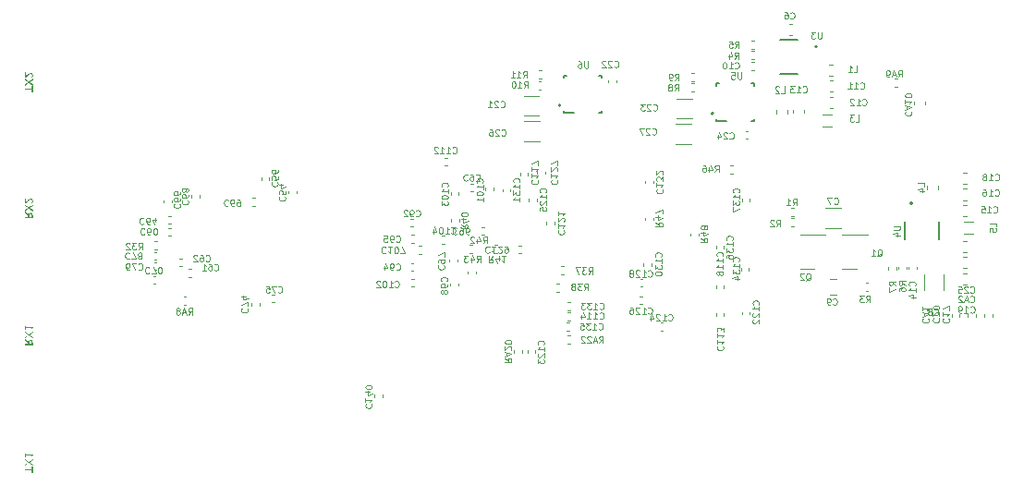
<source format=gbr>
%TF.GenerationSoftware,KiCad,Pcbnew,8.0.6*%
%TF.CreationDate,2025-01-14T20:30:26-08:00*%
%TF.ProjectId,IO_SDR_1.1,494f5f53-4452-45f3-912e-312e6b696361,rev?*%
%TF.SameCoordinates,Original*%
%TF.FileFunction,Legend,Bot*%
%TF.FilePolarity,Positive*%
%FSLAX46Y46*%
G04 Gerber Fmt 4.6, Leading zero omitted, Abs format (unit mm)*
G04 Created by KiCad (PCBNEW 8.0.6) date 2025-01-14 20:30:26*
%MOMM*%
%LPD*%
G01*
G04 APERTURE LIST*
%ADD10C,0.125000*%
%ADD11C,0.100000*%
%ADD12C,0.120000*%
%ADD13C,0.127000*%
%ADD14C,0.200000*%
G04 APERTURE END LIST*
D10*
G36*
X98742698Y-113543227D02*
G01*
X98742698Y-113798998D01*
X98119000Y-113798998D01*
X98119000Y-113894228D01*
X98742698Y-113894228D01*
X98742698Y-114150000D01*
X98830235Y-114150000D01*
X98830235Y-113543227D01*
X98742698Y-113543227D01*
G37*
G36*
X98830235Y-112903628D02*
G01*
X98478720Y-113150851D01*
X98119000Y-112904141D01*
X98119000Y-113014246D01*
X98411871Y-113209494D01*
X98119000Y-113409528D01*
X98119000Y-113513478D01*
X98474446Y-113263862D01*
X98830235Y-113507665D01*
X98830235Y-113398073D01*
X98541295Y-113205219D01*
X98830235Y-113008091D01*
X98830235Y-112903628D01*
G37*
G36*
X98119000Y-112353960D02*
G01*
X98119000Y-112741549D01*
X98195594Y-112741549D01*
X98195594Y-112592463D01*
X98666103Y-112592463D01*
X98666103Y-112741549D01*
X98731756Y-112741549D01*
X98733325Y-112706152D01*
X98736714Y-112676751D01*
X98743753Y-112643061D01*
X98751247Y-112624263D01*
X98772500Y-112596310D01*
X98781166Y-112589385D01*
X98813911Y-112576605D01*
X98830235Y-112574682D01*
X98830235Y-112500139D01*
X98195594Y-112500139D01*
X98195594Y-112353960D01*
X98119000Y-112353960D01*
G37*
G36*
X98742698Y-78693227D02*
G01*
X98742698Y-78948998D01*
X98119000Y-78948998D01*
X98119000Y-79044228D01*
X98742698Y-79044228D01*
X98742698Y-79300000D01*
X98830235Y-79300000D01*
X98830235Y-78693227D01*
X98742698Y-78693227D01*
G37*
G36*
X98830235Y-78053628D02*
G01*
X98478720Y-78300851D01*
X98119000Y-78054141D01*
X98119000Y-78164246D01*
X98411871Y-78359494D01*
X98119000Y-78559528D01*
X98119000Y-78663478D01*
X98474446Y-78413862D01*
X98830235Y-78657665D01*
X98830235Y-78548073D01*
X98541295Y-78355219D01*
X98830235Y-78158091D01*
X98830235Y-78053628D01*
G37*
G36*
X98119000Y-77463098D02*
G01*
X98119000Y-77947798D01*
X98224830Y-77947798D01*
X98248378Y-77919400D01*
X98271899Y-77890949D01*
X98295394Y-77862443D01*
X98308434Y-77846584D01*
X98331955Y-77818575D01*
X98355396Y-77791676D01*
X98378755Y-77765886D01*
X98391697Y-77752037D01*
X98417810Y-77724609D01*
X98442186Y-77700028D01*
X98469146Y-77674289D01*
X98497439Y-77649440D01*
X98525606Y-77627874D01*
X98528815Y-77625690D01*
X98561459Y-77607658D01*
X98595707Y-77596305D01*
X98631557Y-77591630D01*
X98638919Y-77591496D01*
X98673177Y-77595840D01*
X98704236Y-77610486D01*
X98723207Y-77628255D01*
X98741752Y-77659935D01*
X98751233Y-77696199D01*
X98753640Y-77731008D01*
X98751411Y-77767755D01*
X98745396Y-77803779D01*
X98740133Y-77825725D01*
X98729171Y-77860470D01*
X98714855Y-77894649D01*
X98698930Y-77925230D01*
X98698930Y-77930017D01*
X98797579Y-77930017D01*
X98811385Y-77895745D01*
X98821451Y-77862710D01*
X98827499Y-77838890D01*
X98834712Y-77803641D01*
X98839253Y-77769059D01*
X98841163Y-77731791D01*
X98841177Y-77728443D01*
X98839350Y-77688831D01*
X98833868Y-77652573D01*
X98822854Y-77614510D01*
X98806865Y-77581013D01*
X98789202Y-77555935D01*
X98764696Y-77531552D01*
X98732361Y-77511020D01*
X98695410Y-77498309D01*
X98659291Y-77493604D01*
X98648323Y-77493360D01*
X98611981Y-77495651D01*
X98577968Y-77502526D01*
X98573609Y-77503789D01*
X98539970Y-77516526D01*
X98508127Y-77534221D01*
X98479148Y-77554652D01*
X98452445Y-77576757D01*
X98450681Y-77578332D01*
X98424819Y-77602417D01*
X98398695Y-77628533D01*
X98388106Y-77639539D01*
X98363593Y-77665484D01*
X98339465Y-77691856D01*
X98315722Y-77718655D01*
X98292363Y-77745882D01*
X98269624Y-77772863D01*
X98245064Y-77802119D01*
X98221587Y-77830211D01*
X98206536Y-77848293D01*
X98206536Y-77463098D01*
X98119000Y-77463098D01*
G37*
G36*
X98431533Y-102130610D02*
G01*
X98440329Y-102110006D01*
X98459297Y-102076516D01*
X98482296Y-102047651D01*
X98509324Y-102023412D01*
X98533108Y-102008223D01*
X98567197Y-101994176D01*
X98600814Y-101986867D01*
X98637551Y-101984431D01*
X98661361Y-101985478D01*
X98697762Y-101992146D01*
X98730901Y-102006315D01*
X98744305Y-102015123D01*
X98770295Y-102038330D01*
X98792108Y-102067180D01*
X98798515Y-102078186D01*
X98812988Y-102111266D01*
X98821857Y-102144972D01*
X98822373Y-102147696D01*
X98827281Y-102183700D01*
X98829572Y-102218368D01*
X98830235Y-102253196D01*
X98830235Y-102453743D01*
X98119000Y-102453743D01*
X98119000Y-102358684D01*
X98403494Y-102358684D01*
X98403494Y-102262428D01*
X98491030Y-102262428D01*
X98491030Y-102358684D01*
X98742698Y-102358684D01*
X98742698Y-102246699D01*
X98741716Y-102214970D01*
X98737569Y-102179849D01*
X98733595Y-102162863D01*
X98719446Y-102130781D01*
X98709251Y-102116566D01*
X98682004Y-102095048D01*
X98665976Y-102088819D01*
X98631226Y-102084106D01*
X98602837Y-102085827D01*
X98569163Y-102094535D01*
X98551620Y-102103840D01*
X98525908Y-102126507D01*
X98509812Y-102150720D01*
X98498382Y-102183611D01*
X98496659Y-102192210D01*
X98492244Y-102227645D01*
X98491030Y-102262428D01*
X98403494Y-102262428D01*
X98403494Y-102224473D01*
X98119000Y-101984944D01*
X98119000Y-101861332D01*
X98431533Y-102130610D01*
G37*
G36*
X98830235Y-101226350D02*
G01*
X98478720Y-101473572D01*
X98119000Y-101226863D01*
X98119000Y-101336967D01*
X98411871Y-101532215D01*
X98119000Y-101732250D01*
X98119000Y-101836200D01*
X98474446Y-101586584D01*
X98830235Y-101830387D01*
X98830235Y-101720795D01*
X98541295Y-101527941D01*
X98830235Y-101330812D01*
X98830235Y-101226350D01*
G37*
G36*
X98119000Y-100676681D02*
G01*
X98119000Y-101064270D01*
X98195594Y-101064270D01*
X98195594Y-100915184D01*
X98666103Y-100915184D01*
X98666103Y-101064270D01*
X98731756Y-101064270D01*
X98733325Y-101028873D01*
X98736714Y-100999473D01*
X98743753Y-100965783D01*
X98751247Y-100946985D01*
X98772500Y-100919031D01*
X98781166Y-100912107D01*
X98813911Y-100899327D01*
X98830235Y-100897404D01*
X98830235Y-100822861D01*
X98195594Y-100822861D01*
X98195594Y-100676681D01*
X98119000Y-100676681D01*
G37*
G36*
X98431533Y-90480610D02*
G01*
X98440329Y-90460006D01*
X98459297Y-90426516D01*
X98482296Y-90397651D01*
X98509324Y-90373412D01*
X98533108Y-90358223D01*
X98567197Y-90344176D01*
X98600814Y-90336867D01*
X98637551Y-90334431D01*
X98661361Y-90335478D01*
X98697762Y-90342146D01*
X98730901Y-90356315D01*
X98744305Y-90365123D01*
X98770295Y-90388330D01*
X98792108Y-90417180D01*
X98798515Y-90428186D01*
X98812988Y-90461266D01*
X98821857Y-90494972D01*
X98822373Y-90497696D01*
X98827281Y-90533700D01*
X98829572Y-90568368D01*
X98830235Y-90603196D01*
X98830235Y-90803743D01*
X98119000Y-90803743D01*
X98119000Y-90708684D01*
X98403494Y-90708684D01*
X98403494Y-90612428D01*
X98491030Y-90612428D01*
X98491030Y-90708684D01*
X98742698Y-90708684D01*
X98742698Y-90596699D01*
X98741716Y-90564970D01*
X98737569Y-90529849D01*
X98733595Y-90512863D01*
X98719446Y-90480781D01*
X98709251Y-90466566D01*
X98682004Y-90445048D01*
X98665976Y-90438819D01*
X98631226Y-90434106D01*
X98602837Y-90435827D01*
X98569163Y-90444535D01*
X98551620Y-90453840D01*
X98525908Y-90476507D01*
X98509812Y-90500720D01*
X98498382Y-90533611D01*
X98496659Y-90542210D01*
X98492244Y-90577645D01*
X98491030Y-90612428D01*
X98403494Y-90612428D01*
X98403494Y-90574473D01*
X98119000Y-90334944D01*
X98119000Y-90211332D01*
X98431533Y-90480610D01*
G37*
G36*
X98830235Y-89576350D02*
G01*
X98478720Y-89823572D01*
X98119000Y-89576863D01*
X98119000Y-89686967D01*
X98411871Y-89882215D01*
X98119000Y-90082250D01*
X98119000Y-90186200D01*
X98474446Y-89936584D01*
X98830235Y-90180387D01*
X98830235Y-90070795D01*
X98541295Y-89877941D01*
X98830235Y-89680812D01*
X98830235Y-89576350D01*
G37*
G36*
X98119000Y-88985819D02*
G01*
X98119000Y-89470519D01*
X98224830Y-89470519D01*
X98248378Y-89442122D01*
X98271899Y-89413671D01*
X98295394Y-89385165D01*
X98308434Y-89369305D01*
X98331955Y-89341297D01*
X98355396Y-89314398D01*
X98378755Y-89288607D01*
X98391697Y-89274759D01*
X98417810Y-89247331D01*
X98442186Y-89222750D01*
X98469146Y-89197010D01*
X98497439Y-89172162D01*
X98525606Y-89150595D01*
X98528815Y-89148412D01*
X98561459Y-89130380D01*
X98595707Y-89119026D01*
X98631557Y-89114351D01*
X98638919Y-89114218D01*
X98673177Y-89118561D01*
X98704236Y-89133207D01*
X98723207Y-89150976D01*
X98741752Y-89182657D01*
X98751233Y-89218920D01*
X98753640Y-89253729D01*
X98751411Y-89290476D01*
X98745396Y-89326500D01*
X98740133Y-89348447D01*
X98729171Y-89383191D01*
X98714855Y-89417370D01*
X98698930Y-89447951D01*
X98698930Y-89452739D01*
X98797579Y-89452739D01*
X98811385Y-89418466D01*
X98821451Y-89385432D01*
X98827499Y-89361612D01*
X98834712Y-89326362D01*
X98839253Y-89291781D01*
X98841163Y-89254513D01*
X98841177Y-89251165D01*
X98839350Y-89211553D01*
X98833868Y-89175294D01*
X98822854Y-89137232D01*
X98806865Y-89103735D01*
X98789202Y-89078656D01*
X98764696Y-89054274D01*
X98732361Y-89033741D01*
X98695410Y-89021031D01*
X98659291Y-89016326D01*
X98648323Y-89016081D01*
X98611981Y-89018373D01*
X98577968Y-89025247D01*
X98573609Y-89026510D01*
X98539970Y-89039248D01*
X98508127Y-89056943D01*
X98479148Y-89077374D01*
X98452445Y-89099478D01*
X98450681Y-89101053D01*
X98424819Y-89125139D01*
X98398695Y-89151254D01*
X98388106Y-89162260D01*
X98363593Y-89188205D01*
X98339465Y-89214577D01*
X98315722Y-89241377D01*
X98292363Y-89268604D01*
X98269624Y-89295585D01*
X98245064Y-89324840D01*
X98221587Y-89352933D01*
X98206536Y-89371015D01*
X98206536Y-88985819D01*
X98119000Y-88985819D01*
G37*
D11*
X109062889Y-91796585D02*
X109034317Y-91768014D01*
X109034317Y-91768014D02*
X108948603Y-91739442D01*
X108948603Y-91739442D02*
X108891460Y-91739442D01*
X108891460Y-91739442D02*
X108805746Y-91768014D01*
X108805746Y-91768014D02*
X108748603Y-91825156D01*
X108748603Y-91825156D02*
X108720032Y-91882299D01*
X108720032Y-91882299D02*
X108691460Y-91996585D01*
X108691460Y-91996585D02*
X108691460Y-92082299D01*
X108691460Y-92082299D02*
X108720032Y-92196585D01*
X108720032Y-92196585D02*
X108748603Y-92253728D01*
X108748603Y-92253728D02*
X108805746Y-92310871D01*
X108805746Y-92310871D02*
X108891460Y-92339442D01*
X108891460Y-92339442D02*
X108948603Y-92339442D01*
X108948603Y-92339442D02*
X109034317Y-92310871D01*
X109034317Y-92310871D02*
X109062889Y-92282299D01*
X109577175Y-92339442D02*
X109462889Y-92339442D01*
X109462889Y-92339442D02*
X109405746Y-92310871D01*
X109405746Y-92310871D02*
X109377175Y-92282299D01*
X109377175Y-92282299D02*
X109320032Y-92196585D01*
X109320032Y-92196585D02*
X109291460Y-92082299D01*
X109291460Y-92082299D02*
X109291460Y-91853728D01*
X109291460Y-91853728D02*
X109320032Y-91796585D01*
X109320032Y-91796585D02*
X109348603Y-91768014D01*
X109348603Y-91768014D02*
X109405746Y-91739442D01*
X109405746Y-91739442D02*
X109520032Y-91739442D01*
X109520032Y-91739442D02*
X109577175Y-91768014D01*
X109577175Y-91768014D02*
X109605746Y-91796585D01*
X109605746Y-91796585D02*
X109634317Y-91853728D01*
X109634317Y-91853728D02*
X109634317Y-91996585D01*
X109634317Y-91996585D02*
X109605746Y-92053728D01*
X109605746Y-92053728D02*
X109577175Y-92082299D01*
X109577175Y-92082299D02*
X109520032Y-92110871D01*
X109520032Y-92110871D02*
X109405746Y-92110871D01*
X109405746Y-92110871D02*
X109348603Y-92082299D01*
X109348603Y-92082299D02*
X109320032Y-92053728D01*
X109320032Y-92053728D02*
X109291460Y-91996585D01*
X110005746Y-92339442D02*
X110062889Y-92339442D01*
X110062889Y-92339442D02*
X110120032Y-92310871D01*
X110120032Y-92310871D02*
X110148604Y-92282299D01*
X110148604Y-92282299D02*
X110177175Y-92225156D01*
X110177175Y-92225156D02*
X110205746Y-92110871D01*
X110205746Y-92110871D02*
X110205746Y-91968014D01*
X110205746Y-91968014D02*
X110177175Y-91853728D01*
X110177175Y-91853728D02*
X110148604Y-91796585D01*
X110148604Y-91796585D02*
X110120032Y-91768014D01*
X110120032Y-91768014D02*
X110062889Y-91739442D01*
X110062889Y-91739442D02*
X110005746Y-91739442D01*
X110005746Y-91739442D02*
X109948604Y-91768014D01*
X109948604Y-91768014D02*
X109920032Y-91796585D01*
X109920032Y-91796585D02*
X109891461Y-91853728D01*
X109891461Y-91853728D02*
X109862889Y-91968014D01*
X109862889Y-91968014D02*
X109862889Y-92110871D01*
X109862889Y-92110871D02*
X109891461Y-92225156D01*
X109891461Y-92225156D02*
X109920032Y-92282299D01*
X109920032Y-92282299D02*
X109948604Y-92310871D01*
X109948604Y-92310871D02*
X110005746Y-92339442D01*
X163500028Y-88457171D02*
X163528600Y-88428599D01*
X163528600Y-88428599D02*
X163557171Y-88342885D01*
X163557171Y-88342885D02*
X163557171Y-88285742D01*
X163557171Y-88285742D02*
X163528600Y-88200028D01*
X163528600Y-88200028D02*
X163471457Y-88142885D01*
X163471457Y-88142885D02*
X163414314Y-88114314D01*
X163414314Y-88114314D02*
X163300028Y-88085742D01*
X163300028Y-88085742D02*
X163214314Y-88085742D01*
X163214314Y-88085742D02*
X163100028Y-88114314D01*
X163100028Y-88114314D02*
X163042885Y-88142885D01*
X163042885Y-88142885D02*
X162985742Y-88200028D01*
X162985742Y-88200028D02*
X162957171Y-88285742D01*
X162957171Y-88285742D02*
X162957171Y-88342885D01*
X162957171Y-88342885D02*
X162985742Y-88428599D01*
X162985742Y-88428599D02*
X163014314Y-88457171D01*
X163557171Y-89028599D02*
X163557171Y-88685742D01*
X163557171Y-88857171D02*
X162957171Y-88857171D01*
X162957171Y-88857171D02*
X163042885Y-88800028D01*
X163042885Y-88800028D02*
X163100028Y-88742885D01*
X163100028Y-88742885D02*
X163128600Y-88685742D01*
X162957171Y-89228600D02*
X162957171Y-89600028D01*
X162957171Y-89600028D02*
X163185742Y-89400028D01*
X163185742Y-89400028D02*
X163185742Y-89485743D01*
X163185742Y-89485743D02*
X163214314Y-89542886D01*
X163214314Y-89542886D02*
X163242885Y-89571457D01*
X163242885Y-89571457D02*
X163300028Y-89600028D01*
X163300028Y-89600028D02*
X163442885Y-89600028D01*
X163442885Y-89600028D02*
X163500028Y-89571457D01*
X163500028Y-89571457D02*
X163528600Y-89542886D01*
X163528600Y-89542886D02*
X163557171Y-89485743D01*
X163557171Y-89485743D02*
X163557171Y-89314314D01*
X163557171Y-89314314D02*
X163528600Y-89257171D01*
X163528600Y-89257171D02*
X163500028Y-89228600D01*
X162957171Y-89800029D02*
X162957171Y-90200029D01*
X162957171Y-90200029D02*
X163557171Y-89942886D01*
X140065714Y-93112371D02*
X140265714Y-92826657D01*
X140408571Y-93112371D02*
X140408571Y-92512371D01*
X140408571Y-92512371D02*
X140180000Y-92512371D01*
X140180000Y-92512371D02*
X140122857Y-92540942D01*
X140122857Y-92540942D02*
X140094286Y-92569514D01*
X140094286Y-92569514D02*
X140065714Y-92626657D01*
X140065714Y-92626657D02*
X140065714Y-92712371D01*
X140065714Y-92712371D02*
X140094286Y-92769514D01*
X140094286Y-92769514D02*
X140122857Y-92798085D01*
X140122857Y-92798085D02*
X140180000Y-92826657D01*
X140180000Y-92826657D02*
X140408571Y-92826657D01*
X139551429Y-92712371D02*
X139551429Y-93112371D01*
X139694286Y-92483800D02*
X139837143Y-92912371D01*
X139837143Y-92912371D02*
X139465714Y-92912371D01*
X139265714Y-92569514D02*
X139237142Y-92540942D01*
X139237142Y-92540942D02*
X139180000Y-92512371D01*
X139180000Y-92512371D02*
X139037142Y-92512371D01*
X139037142Y-92512371D02*
X138980000Y-92540942D01*
X138980000Y-92540942D02*
X138951428Y-92569514D01*
X138951428Y-92569514D02*
X138922857Y-92626657D01*
X138922857Y-92626657D02*
X138922857Y-92683800D01*
X138922857Y-92683800D02*
X138951428Y-92769514D01*
X138951428Y-92769514D02*
X139294285Y-93112371D01*
X139294285Y-93112371D02*
X138922857Y-93112371D01*
X132112644Y-95511578D02*
X132141216Y-95540150D01*
X132141216Y-95540150D02*
X132226930Y-95568721D01*
X132226930Y-95568721D02*
X132284073Y-95568721D01*
X132284073Y-95568721D02*
X132369787Y-95540150D01*
X132369787Y-95540150D02*
X132426930Y-95483007D01*
X132426930Y-95483007D02*
X132455501Y-95425864D01*
X132455501Y-95425864D02*
X132484073Y-95311578D01*
X132484073Y-95311578D02*
X132484073Y-95225864D01*
X132484073Y-95225864D02*
X132455501Y-95111578D01*
X132455501Y-95111578D02*
X132426930Y-95054435D01*
X132426930Y-95054435D02*
X132369787Y-94997292D01*
X132369787Y-94997292D02*
X132284073Y-94968721D01*
X132284073Y-94968721D02*
X132226930Y-94968721D01*
X132226930Y-94968721D02*
X132141216Y-94997292D01*
X132141216Y-94997292D02*
X132112644Y-95025864D01*
X131826930Y-95568721D02*
X131712644Y-95568721D01*
X131712644Y-95568721D02*
X131655501Y-95540150D01*
X131655501Y-95540150D02*
X131626930Y-95511578D01*
X131626930Y-95511578D02*
X131569787Y-95425864D01*
X131569787Y-95425864D02*
X131541216Y-95311578D01*
X131541216Y-95311578D02*
X131541216Y-95083007D01*
X131541216Y-95083007D02*
X131569787Y-95025864D01*
X131569787Y-95025864D02*
X131598359Y-94997292D01*
X131598359Y-94997292D02*
X131655501Y-94968721D01*
X131655501Y-94968721D02*
X131769787Y-94968721D01*
X131769787Y-94968721D02*
X131826930Y-94997292D01*
X131826930Y-94997292D02*
X131855501Y-95025864D01*
X131855501Y-95025864D02*
X131884073Y-95083007D01*
X131884073Y-95083007D02*
X131884073Y-95225864D01*
X131884073Y-95225864D02*
X131855501Y-95283007D01*
X131855501Y-95283007D02*
X131826930Y-95311578D01*
X131826930Y-95311578D02*
X131769787Y-95340150D01*
X131769787Y-95340150D02*
X131655501Y-95340150D01*
X131655501Y-95340150D02*
X131598359Y-95311578D01*
X131598359Y-95311578D02*
X131569787Y-95283007D01*
X131569787Y-95283007D02*
X131541216Y-95225864D01*
X131026930Y-95168721D02*
X131026930Y-95568721D01*
X131169787Y-94940150D02*
X131312644Y-95368721D01*
X131312644Y-95368721D02*
X130941215Y-95368721D01*
X145605228Y-102408571D02*
X145633800Y-102379999D01*
X145633800Y-102379999D02*
X145662371Y-102294285D01*
X145662371Y-102294285D02*
X145662371Y-102237142D01*
X145662371Y-102237142D02*
X145633800Y-102151428D01*
X145633800Y-102151428D02*
X145576657Y-102094285D01*
X145576657Y-102094285D02*
X145519514Y-102065714D01*
X145519514Y-102065714D02*
X145405228Y-102037142D01*
X145405228Y-102037142D02*
X145319514Y-102037142D01*
X145319514Y-102037142D02*
X145205228Y-102065714D01*
X145205228Y-102065714D02*
X145148085Y-102094285D01*
X145148085Y-102094285D02*
X145090942Y-102151428D01*
X145090942Y-102151428D02*
X145062371Y-102237142D01*
X145062371Y-102237142D02*
X145062371Y-102294285D01*
X145062371Y-102294285D02*
X145090942Y-102379999D01*
X145090942Y-102379999D02*
X145119514Y-102408571D01*
X145662371Y-102979999D02*
X145662371Y-102637142D01*
X145662371Y-102808571D02*
X145062371Y-102808571D01*
X145062371Y-102808571D02*
X145148085Y-102751428D01*
X145148085Y-102751428D02*
X145205228Y-102694285D01*
X145205228Y-102694285D02*
X145233800Y-102637142D01*
X145119514Y-103208571D02*
X145090942Y-103237143D01*
X145090942Y-103237143D02*
X145062371Y-103294286D01*
X145062371Y-103294286D02*
X145062371Y-103437143D01*
X145062371Y-103437143D02*
X145090942Y-103494286D01*
X145090942Y-103494286D02*
X145119514Y-103522857D01*
X145119514Y-103522857D02*
X145176657Y-103551428D01*
X145176657Y-103551428D02*
X145233800Y-103551428D01*
X145233800Y-103551428D02*
X145319514Y-103522857D01*
X145319514Y-103522857D02*
X145662371Y-103180000D01*
X145662371Y-103180000D02*
X145662371Y-103551428D01*
X145062371Y-103751429D02*
X145062371Y-104122857D01*
X145062371Y-104122857D02*
X145290942Y-103922857D01*
X145290942Y-103922857D02*
X145290942Y-104008572D01*
X145290942Y-104008572D02*
X145319514Y-104065715D01*
X145319514Y-104065715D02*
X145348085Y-104094286D01*
X145348085Y-104094286D02*
X145405228Y-104122857D01*
X145405228Y-104122857D02*
X145548085Y-104122857D01*
X145548085Y-104122857D02*
X145605228Y-104094286D01*
X145605228Y-104094286D02*
X145633800Y-104065715D01*
X145633800Y-104065715D02*
X145662371Y-104008572D01*
X145662371Y-104008572D02*
X145662371Y-103837143D01*
X145662371Y-103837143D02*
X145633800Y-103780000D01*
X145633800Y-103780000D02*
X145605228Y-103751429D01*
X157618911Y-79156428D02*
X157818911Y-78870714D01*
X157961768Y-79156428D02*
X157961768Y-78556428D01*
X157961768Y-78556428D02*
X157733197Y-78556428D01*
X157733197Y-78556428D02*
X157676054Y-78584999D01*
X157676054Y-78584999D02*
X157647483Y-78613571D01*
X157647483Y-78613571D02*
X157618911Y-78670714D01*
X157618911Y-78670714D02*
X157618911Y-78756428D01*
X157618911Y-78756428D02*
X157647483Y-78813571D01*
X157647483Y-78813571D02*
X157676054Y-78842142D01*
X157676054Y-78842142D02*
X157733197Y-78870714D01*
X157733197Y-78870714D02*
X157961768Y-78870714D01*
X157276054Y-78813571D02*
X157333197Y-78784999D01*
X157333197Y-78784999D02*
X157361768Y-78756428D01*
X157361768Y-78756428D02*
X157390340Y-78699285D01*
X157390340Y-78699285D02*
X157390340Y-78670714D01*
X157390340Y-78670714D02*
X157361768Y-78613571D01*
X157361768Y-78613571D02*
X157333197Y-78584999D01*
X157333197Y-78584999D02*
X157276054Y-78556428D01*
X157276054Y-78556428D02*
X157161768Y-78556428D01*
X157161768Y-78556428D02*
X157104626Y-78584999D01*
X157104626Y-78584999D02*
X157076054Y-78613571D01*
X157076054Y-78613571D02*
X157047483Y-78670714D01*
X157047483Y-78670714D02*
X157047483Y-78699285D01*
X157047483Y-78699285D02*
X157076054Y-78756428D01*
X157076054Y-78756428D02*
X157104626Y-78784999D01*
X157104626Y-78784999D02*
X157161768Y-78813571D01*
X157161768Y-78813571D02*
X157276054Y-78813571D01*
X157276054Y-78813571D02*
X157333197Y-78842142D01*
X157333197Y-78842142D02*
X157361768Y-78870714D01*
X157361768Y-78870714D02*
X157390340Y-78927857D01*
X157390340Y-78927857D02*
X157390340Y-79042142D01*
X157390340Y-79042142D02*
X157361768Y-79099285D01*
X157361768Y-79099285D02*
X157333197Y-79127857D01*
X157333197Y-79127857D02*
X157276054Y-79156428D01*
X157276054Y-79156428D02*
X157161768Y-79156428D01*
X157161768Y-79156428D02*
X157104626Y-79127857D01*
X157104626Y-79127857D02*
X157076054Y-79099285D01*
X157076054Y-79099285D02*
X157047483Y-79042142D01*
X157047483Y-79042142D02*
X157047483Y-78927857D01*
X157047483Y-78927857D02*
X157076054Y-78870714D01*
X157076054Y-78870714D02*
X157104626Y-78842142D01*
X157104626Y-78842142D02*
X157161768Y-78813571D01*
X132114730Y-92952234D02*
X132143302Y-92980806D01*
X132143302Y-92980806D02*
X132229016Y-93009377D01*
X132229016Y-93009377D02*
X132286159Y-93009377D01*
X132286159Y-93009377D02*
X132371873Y-92980806D01*
X132371873Y-92980806D02*
X132429016Y-92923663D01*
X132429016Y-92923663D02*
X132457587Y-92866520D01*
X132457587Y-92866520D02*
X132486159Y-92752234D01*
X132486159Y-92752234D02*
X132486159Y-92666520D01*
X132486159Y-92666520D02*
X132457587Y-92552234D01*
X132457587Y-92552234D02*
X132429016Y-92495091D01*
X132429016Y-92495091D02*
X132371873Y-92437948D01*
X132371873Y-92437948D02*
X132286159Y-92409377D01*
X132286159Y-92409377D02*
X132229016Y-92409377D01*
X132229016Y-92409377D02*
X132143302Y-92437948D01*
X132143302Y-92437948D02*
X132114730Y-92466520D01*
X131829016Y-93009377D02*
X131714730Y-93009377D01*
X131714730Y-93009377D02*
X131657587Y-92980806D01*
X131657587Y-92980806D02*
X131629016Y-92952234D01*
X131629016Y-92952234D02*
X131571873Y-92866520D01*
X131571873Y-92866520D02*
X131543302Y-92752234D01*
X131543302Y-92752234D02*
X131543302Y-92523663D01*
X131543302Y-92523663D02*
X131571873Y-92466520D01*
X131571873Y-92466520D02*
X131600445Y-92437948D01*
X131600445Y-92437948D02*
X131657587Y-92409377D01*
X131657587Y-92409377D02*
X131771873Y-92409377D01*
X131771873Y-92409377D02*
X131829016Y-92437948D01*
X131829016Y-92437948D02*
X131857587Y-92466520D01*
X131857587Y-92466520D02*
X131886159Y-92523663D01*
X131886159Y-92523663D02*
X131886159Y-92666520D01*
X131886159Y-92666520D02*
X131857587Y-92723663D01*
X131857587Y-92723663D02*
X131829016Y-92752234D01*
X131829016Y-92752234D02*
X131771873Y-92780806D01*
X131771873Y-92780806D02*
X131657587Y-92780806D01*
X131657587Y-92780806D02*
X131600445Y-92752234D01*
X131600445Y-92752234D02*
X131571873Y-92723663D01*
X131571873Y-92723663D02*
X131543302Y-92666520D01*
X131000444Y-92409377D02*
X131286158Y-92409377D01*
X131286158Y-92409377D02*
X131314730Y-92695091D01*
X131314730Y-92695091D02*
X131286158Y-92666520D01*
X131286158Y-92666520D02*
X131229016Y-92637948D01*
X131229016Y-92637948D02*
X131086158Y-92637948D01*
X131086158Y-92637948D02*
X131029016Y-92666520D01*
X131029016Y-92666520D02*
X131000444Y-92695091D01*
X131000444Y-92695091D02*
X130971873Y-92752234D01*
X130971873Y-92752234D02*
X130971873Y-92895091D01*
X130971873Y-92895091D02*
X131000444Y-92952234D01*
X131000444Y-92952234D02*
X131029016Y-92980806D01*
X131029016Y-92980806D02*
X131086158Y-93009377D01*
X131086158Y-93009377D02*
X131229016Y-93009377D01*
X131229016Y-93009377D02*
X131286158Y-92980806D01*
X131286158Y-92980806D02*
X131314730Y-92952234D01*
X143832868Y-78870422D02*
X144032868Y-78584708D01*
X144175725Y-78870422D02*
X144175725Y-78270422D01*
X144175725Y-78270422D02*
X143947154Y-78270422D01*
X143947154Y-78270422D02*
X143890011Y-78298993D01*
X143890011Y-78298993D02*
X143861440Y-78327565D01*
X143861440Y-78327565D02*
X143832868Y-78384708D01*
X143832868Y-78384708D02*
X143832868Y-78470422D01*
X143832868Y-78470422D02*
X143861440Y-78527565D01*
X143861440Y-78527565D02*
X143890011Y-78556136D01*
X143890011Y-78556136D02*
X143947154Y-78584708D01*
X143947154Y-78584708D02*
X144175725Y-78584708D01*
X143261440Y-78870422D02*
X143604297Y-78870422D01*
X143432868Y-78870422D02*
X143432868Y-78270422D01*
X143432868Y-78270422D02*
X143490011Y-78356136D01*
X143490011Y-78356136D02*
X143547154Y-78413279D01*
X143547154Y-78413279D02*
X143604297Y-78441851D01*
X142890011Y-78270422D02*
X142832868Y-78270422D01*
X142832868Y-78270422D02*
X142775725Y-78298993D01*
X142775725Y-78298993D02*
X142747154Y-78327565D01*
X142747154Y-78327565D02*
X142718582Y-78384708D01*
X142718582Y-78384708D02*
X142690011Y-78498993D01*
X142690011Y-78498993D02*
X142690011Y-78641851D01*
X142690011Y-78641851D02*
X142718582Y-78756136D01*
X142718582Y-78756136D02*
X142747154Y-78813279D01*
X142747154Y-78813279D02*
X142775725Y-78841851D01*
X142775725Y-78841851D02*
X142832868Y-78870422D01*
X142832868Y-78870422D02*
X142890011Y-78870422D01*
X142890011Y-78870422D02*
X142947154Y-78841851D01*
X142947154Y-78841851D02*
X142975725Y-78813279D01*
X142975725Y-78813279D02*
X143004296Y-78756136D01*
X143004296Y-78756136D02*
X143032868Y-78641851D01*
X143032868Y-78641851D02*
X143032868Y-78498993D01*
X143032868Y-78498993D02*
X143004296Y-78384708D01*
X143004296Y-78384708D02*
X142975725Y-78327565D01*
X142975725Y-78327565D02*
X142947154Y-78298993D01*
X142947154Y-78298993D02*
X142890011Y-78270422D01*
X137663259Y-91745795D02*
X137634687Y-91717224D01*
X137634687Y-91717224D02*
X137548973Y-91688652D01*
X137548973Y-91688652D02*
X137491830Y-91688652D01*
X137491830Y-91688652D02*
X137406116Y-91717224D01*
X137406116Y-91717224D02*
X137348973Y-91774366D01*
X137348973Y-91774366D02*
X137320402Y-91831509D01*
X137320402Y-91831509D02*
X137291830Y-91945795D01*
X137291830Y-91945795D02*
X137291830Y-92031509D01*
X137291830Y-92031509D02*
X137320402Y-92145795D01*
X137320402Y-92145795D02*
X137348973Y-92202938D01*
X137348973Y-92202938D02*
X137406116Y-92260081D01*
X137406116Y-92260081D02*
X137491830Y-92288652D01*
X137491830Y-92288652D02*
X137548973Y-92288652D01*
X137548973Y-92288652D02*
X137634687Y-92260081D01*
X137634687Y-92260081D02*
X137663259Y-92231509D01*
X137948973Y-91688652D02*
X138063259Y-91688652D01*
X138063259Y-91688652D02*
X138120402Y-91717224D01*
X138120402Y-91717224D02*
X138148973Y-91745795D01*
X138148973Y-91745795D02*
X138206116Y-91831509D01*
X138206116Y-91831509D02*
X138234687Y-91945795D01*
X138234687Y-91945795D02*
X138234687Y-92174366D01*
X138234687Y-92174366D02*
X138206116Y-92231509D01*
X138206116Y-92231509D02*
X138177545Y-92260081D01*
X138177545Y-92260081D02*
X138120402Y-92288652D01*
X138120402Y-92288652D02*
X138006116Y-92288652D01*
X138006116Y-92288652D02*
X137948973Y-92260081D01*
X137948973Y-92260081D02*
X137920402Y-92231509D01*
X137920402Y-92231509D02*
X137891830Y-92174366D01*
X137891830Y-92174366D02*
X137891830Y-92031509D01*
X137891830Y-92031509D02*
X137920402Y-91974366D01*
X137920402Y-91974366D02*
X137948973Y-91945795D01*
X137948973Y-91945795D02*
X138006116Y-91917224D01*
X138006116Y-91917224D02*
X138120402Y-91917224D01*
X138120402Y-91917224D02*
X138177545Y-91945795D01*
X138177545Y-91945795D02*
X138206116Y-91974366D01*
X138206116Y-91974366D02*
X138234687Y-92031509D01*
X138748974Y-92288652D02*
X138634688Y-92288652D01*
X138634688Y-92288652D02*
X138577545Y-92260081D01*
X138577545Y-92260081D02*
X138548974Y-92231509D01*
X138548974Y-92231509D02*
X138491831Y-92145795D01*
X138491831Y-92145795D02*
X138463259Y-92031509D01*
X138463259Y-92031509D02*
X138463259Y-91802938D01*
X138463259Y-91802938D02*
X138491831Y-91745795D01*
X138491831Y-91745795D02*
X138520402Y-91717224D01*
X138520402Y-91717224D02*
X138577545Y-91688652D01*
X138577545Y-91688652D02*
X138691831Y-91688652D01*
X138691831Y-91688652D02*
X138748974Y-91717224D01*
X138748974Y-91717224D02*
X138777545Y-91745795D01*
X138777545Y-91745795D02*
X138806116Y-91802938D01*
X138806116Y-91802938D02*
X138806116Y-91945795D01*
X138806116Y-91945795D02*
X138777545Y-92002938D01*
X138777545Y-92002938D02*
X138748974Y-92031509D01*
X138748974Y-92031509D02*
X138691831Y-92060081D01*
X138691831Y-92060081D02*
X138577545Y-92060081D01*
X138577545Y-92060081D02*
X138520402Y-92031509D01*
X138520402Y-92031509D02*
X138491831Y-92002938D01*
X138491831Y-92002938D02*
X138463259Y-91945795D01*
X175172653Y-98525225D02*
X175372653Y-98239511D01*
X175515510Y-98525225D02*
X175515510Y-97925225D01*
X175515510Y-97925225D02*
X175286939Y-97925225D01*
X175286939Y-97925225D02*
X175229796Y-97953796D01*
X175229796Y-97953796D02*
X175201225Y-97982368D01*
X175201225Y-97982368D02*
X175172653Y-98039511D01*
X175172653Y-98039511D02*
X175172653Y-98125225D01*
X175172653Y-98125225D02*
X175201225Y-98182368D01*
X175201225Y-98182368D02*
X175229796Y-98210939D01*
X175229796Y-98210939D02*
X175286939Y-98239511D01*
X175286939Y-98239511D02*
X175515510Y-98239511D01*
X174972653Y-97925225D02*
X174601225Y-97925225D01*
X174601225Y-97925225D02*
X174801225Y-98153796D01*
X174801225Y-98153796D02*
X174715510Y-98153796D01*
X174715510Y-98153796D02*
X174658368Y-98182368D01*
X174658368Y-98182368D02*
X174629796Y-98210939D01*
X174629796Y-98210939D02*
X174601225Y-98268082D01*
X174601225Y-98268082D02*
X174601225Y-98410939D01*
X174601225Y-98410939D02*
X174629796Y-98468082D01*
X174629796Y-98468082D02*
X174658368Y-98496654D01*
X174658368Y-98496654D02*
X174715510Y-98525225D01*
X174715510Y-98525225D02*
X174886939Y-98525225D01*
X174886939Y-98525225D02*
X174944082Y-98496654D01*
X174944082Y-98496654D02*
X174972653Y-98468082D01*
X156020171Y-88174428D02*
X155991600Y-88203000D01*
X155991600Y-88203000D02*
X155963028Y-88288714D01*
X155963028Y-88288714D02*
X155963028Y-88345857D01*
X155963028Y-88345857D02*
X155991600Y-88431571D01*
X155991600Y-88431571D02*
X156048742Y-88488714D01*
X156048742Y-88488714D02*
X156105885Y-88517285D01*
X156105885Y-88517285D02*
X156220171Y-88545857D01*
X156220171Y-88545857D02*
X156305885Y-88545857D01*
X156305885Y-88545857D02*
X156420171Y-88517285D01*
X156420171Y-88517285D02*
X156477314Y-88488714D01*
X156477314Y-88488714D02*
X156534457Y-88431571D01*
X156534457Y-88431571D02*
X156563028Y-88345857D01*
X156563028Y-88345857D02*
X156563028Y-88288714D01*
X156563028Y-88288714D02*
X156534457Y-88203000D01*
X156534457Y-88203000D02*
X156505885Y-88174428D01*
X155963028Y-87603000D02*
X155963028Y-87945857D01*
X155963028Y-87774428D02*
X156563028Y-87774428D01*
X156563028Y-87774428D02*
X156477314Y-87831571D01*
X156477314Y-87831571D02*
X156420171Y-87888714D01*
X156420171Y-87888714D02*
X156391600Y-87945857D01*
X156563028Y-87402999D02*
X156563028Y-87031571D01*
X156563028Y-87031571D02*
X156334457Y-87231571D01*
X156334457Y-87231571D02*
X156334457Y-87145856D01*
X156334457Y-87145856D02*
X156305885Y-87088714D01*
X156305885Y-87088714D02*
X156277314Y-87060142D01*
X156277314Y-87060142D02*
X156220171Y-87031571D01*
X156220171Y-87031571D02*
X156077314Y-87031571D01*
X156077314Y-87031571D02*
X156020171Y-87060142D01*
X156020171Y-87060142D02*
X155991600Y-87088714D01*
X155991600Y-87088714D02*
X155963028Y-87145856D01*
X155963028Y-87145856D02*
X155963028Y-87317285D01*
X155963028Y-87317285D02*
X155991600Y-87374428D01*
X155991600Y-87374428D02*
X156020171Y-87402999D01*
X156505885Y-86802999D02*
X156534457Y-86774427D01*
X156534457Y-86774427D02*
X156563028Y-86717285D01*
X156563028Y-86717285D02*
X156563028Y-86574427D01*
X156563028Y-86574427D02*
X156534457Y-86517285D01*
X156534457Y-86517285D02*
X156505885Y-86488713D01*
X156505885Y-86488713D02*
X156448742Y-86460142D01*
X156448742Y-86460142D02*
X156391600Y-86460142D01*
X156391600Y-86460142D02*
X156305885Y-86488713D01*
X156305885Y-86488713D02*
X155963028Y-86831570D01*
X155963028Y-86831570D02*
X155963028Y-86460142D01*
X156374432Y-94337575D02*
X156403004Y-94309003D01*
X156403004Y-94309003D02*
X156431575Y-94223289D01*
X156431575Y-94223289D02*
X156431575Y-94166146D01*
X156431575Y-94166146D02*
X156403004Y-94080432D01*
X156403004Y-94080432D02*
X156345861Y-94023289D01*
X156345861Y-94023289D02*
X156288718Y-93994718D01*
X156288718Y-93994718D02*
X156174432Y-93966146D01*
X156174432Y-93966146D02*
X156088718Y-93966146D01*
X156088718Y-93966146D02*
X155974432Y-93994718D01*
X155974432Y-93994718D02*
X155917289Y-94023289D01*
X155917289Y-94023289D02*
X155860146Y-94080432D01*
X155860146Y-94080432D02*
X155831575Y-94166146D01*
X155831575Y-94166146D02*
X155831575Y-94223289D01*
X155831575Y-94223289D02*
X155860146Y-94309003D01*
X155860146Y-94309003D02*
X155888718Y-94337575D01*
X156431575Y-94909003D02*
X156431575Y-94566146D01*
X156431575Y-94737575D02*
X155831575Y-94737575D01*
X155831575Y-94737575D02*
X155917289Y-94680432D01*
X155917289Y-94680432D02*
X155974432Y-94623289D01*
X155974432Y-94623289D02*
X156003004Y-94566146D01*
X155831575Y-95109004D02*
X155831575Y-95480432D01*
X155831575Y-95480432D02*
X156060146Y-95280432D01*
X156060146Y-95280432D02*
X156060146Y-95366147D01*
X156060146Y-95366147D02*
X156088718Y-95423290D01*
X156088718Y-95423290D02*
X156117289Y-95451861D01*
X156117289Y-95451861D02*
X156174432Y-95480432D01*
X156174432Y-95480432D02*
X156317289Y-95480432D01*
X156317289Y-95480432D02*
X156374432Y-95451861D01*
X156374432Y-95451861D02*
X156403004Y-95423290D01*
X156403004Y-95423290D02*
X156431575Y-95366147D01*
X156431575Y-95366147D02*
X156431575Y-95194718D01*
X156431575Y-95194718D02*
X156403004Y-95137575D01*
X156403004Y-95137575D02*
X156374432Y-95109004D01*
X155831575Y-95851861D02*
X155831575Y-95909004D01*
X155831575Y-95909004D02*
X155860146Y-95966147D01*
X155860146Y-95966147D02*
X155888718Y-95994719D01*
X155888718Y-95994719D02*
X155945861Y-96023290D01*
X155945861Y-96023290D02*
X156060146Y-96051861D01*
X156060146Y-96051861D02*
X156203004Y-96051861D01*
X156203004Y-96051861D02*
X156317289Y-96023290D01*
X156317289Y-96023290D02*
X156374432Y-95994719D01*
X156374432Y-95994719D02*
X156403004Y-95966147D01*
X156403004Y-95966147D02*
X156431575Y-95909004D01*
X156431575Y-95909004D02*
X156431575Y-95851861D01*
X156431575Y-95851861D02*
X156403004Y-95794719D01*
X156403004Y-95794719D02*
X156374432Y-95766147D01*
X156374432Y-95766147D02*
X156317289Y-95737576D01*
X156317289Y-95737576D02*
X156203004Y-95709004D01*
X156203004Y-95709004D02*
X156060146Y-95709004D01*
X156060146Y-95709004D02*
X155945861Y-95737576D01*
X155945861Y-95737576D02*
X155888718Y-95766147D01*
X155888718Y-95766147D02*
X155860146Y-95794719D01*
X155860146Y-95794719D02*
X155831575Y-95851861D01*
X149735698Y-95930965D02*
X149935698Y-95645251D01*
X150078555Y-95930965D02*
X150078555Y-95330965D01*
X150078555Y-95330965D02*
X149849984Y-95330965D01*
X149849984Y-95330965D02*
X149792841Y-95359536D01*
X149792841Y-95359536D02*
X149764270Y-95388108D01*
X149764270Y-95388108D02*
X149735698Y-95445251D01*
X149735698Y-95445251D02*
X149735698Y-95530965D01*
X149735698Y-95530965D02*
X149764270Y-95588108D01*
X149764270Y-95588108D02*
X149792841Y-95616679D01*
X149792841Y-95616679D02*
X149849984Y-95645251D01*
X149849984Y-95645251D02*
X150078555Y-95645251D01*
X149535698Y-95330965D02*
X149164270Y-95330965D01*
X149164270Y-95330965D02*
X149364270Y-95559536D01*
X149364270Y-95559536D02*
X149278555Y-95559536D01*
X149278555Y-95559536D02*
X149221413Y-95588108D01*
X149221413Y-95588108D02*
X149192841Y-95616679D01*
X149192841Y-95616679D02*
X149164270Y-95673822D01*
X149164270Y-95673822D02*
X149164270Y-95816679D01*
X149164270Y-95816679D02*
X149192841Y-95873822D01*
X149192841Y-95873822D02*
X149221413Y-95902394D01*
X149221413Y-95902394D02*
X149278555Y-95930965D01*
X149278555Y-95930965D02*
X149449984Y-95930965D01*
X149449984Y-95930965D02*
X149507127Y-95902394D01*
X149507127Y-95902394D02*
X149535698Y-95873822D01*
X148964269Y-95330965D02*
X148564269Y-95330965D01*
X148564269Y-95330965D02*
X148821412Y-95930965D01*
X176199796Y-94302368D02*
X176256939Y-94273796D01*
X176256939Y-94273796D02*
X176314082Y-94216654D01*
X176314082Y-94216654D02*
X176399796Y-94130939D01*
X176399796Y-94130939D02*
X176456939Y-94102368D01*
X176456939Y-94102368D02*
X176514082Y-94102368D01*
X176485511Y-94245225D02*
X176542654Y-94216654D01*
X176542654Y-94216654D02*
X176599796Y-94159511D01*
X176599796Y-94159511D02*
X176628368Y-94045225D01*
X176628368Y-94045225D02*
X176628368Y-93845225D01*
X176628368Y-93845225D02*
X176599796Y-93730939D01*
X176599796Y-93730939D02*
X176542654Y-93673796D01*
X176542654Y-93673796D02*
X176485511Y-93645225D01*
X176485511Y-93645225D02*
X176371225Y-93645225D01*
X176371225Y-93645225D02*
X176314082Y-93673796D01*
X176314082Y-93673796D02*
X176256939Y-93730939D01*
X176256939Y-93730939D02*
X176228368Y-93845225D01*
X176228368Y-93845225D02*
X176228368Y-94045225D01*
X176228368Y-94045225D02*
X176256939Y-94159511D01*
X176256939Y-94159511D02*
X176314082Y-94216654D01*
X176314082Y-94216654D02*
X176371225Y-94245225D01*
X176371225Y-94245225D02*
X176485511Y-94245225D01*
X175656940Y-94245225D02*
X175999797Y-94245225D01*
X175828368Y-94245225D02*
X175828368Y-93645225D01*
X175828368Y-93645225D02*
X175885511Y-93730939D01*
X175885511Y-93730939D02*
X175942654Y-93788082D01*
X175942654Y-93788082D02*
X175999797Y-93816654D01*
X184737368Y-99428474D02*
X184765940Y-99457046D01*
X184765940Y-99457046D02*
X184851654Y-99485617D01*
X184851654Y-99485617D02*
X184908797Y-99485617D01*
X184908797Y-99485617D02*
X184994511Y-99457046D01*
X184994511Y-99457046D02*
X185051654Y-99399903D01*
X185051654Y-99399903D02*
X185080225Y-99342760D01*
X185080225Y-99342760D02*
X185108797Y-99228474D01*
X185108797Y-99228474D02*
X185108797Y-99142760D01*
X185108797Y-99142760D02*
X185080225Y-99028474D01*
X185080225Y-99028474D02*
X185051654Y-98971331D01*
X185051654Y-98971331D02*
X184994511Y-98914188D01*
X184994511Y-98914188D02*
X184908797Y-98885617D01*
X184908797Y-98885617D02*
X184851654Y-98885617D01*
X184851654Y-98885617D02*
X184765940Y-98914188D01*
X184765940Y-98914188D02*
X184737368Y-98942760D01*
X184165940Y-99485617D02*
X184508797Y-99485617D01*
X184337368Y-99485617D02*
X184337368Y-98885617D01*
X184337368Y-98885617D02*
X184394511Y-98971331D01*
X184394511Y-98971331D02*
X184451654Y-99028474D01*
X184451654Y-99028474D02*
X184508797Y-99057046D01*
X183880225Y-99485617D02*
X183765939Y-99485617D01*
X183765939Y-99485617D02*
X183708796Y-99457046D01*
X183708796Y-99457046D02*
X183680225Y-99428474D01*
X183680225Y-99428474D02*
X183623082Y-99342760D01*
X183623082Y-99342760D02*
X183594511Y-99228474D01*
X183594511Y-99228474D02*
X183594511Y-98999903D01*
X183594511Y-98999903D02*
X183623082Y-98942760D01*
X183623082Y-98942760D02*
X183651654Y-98914188D01*
X183651654Y-98914188D02*
X183708796Y-98885617D01*
X183708796Y-98885617D02*
X183823082Y-98885617D01*
X183823082Y-98885617D02*
X183880225Y-98914188D01*
X183880225Y-98914188D02*
X183908796Y-98942760D01*
X183908796Y-98942760D02*
X183937368Y-98999903D01*
X183937368Y-98999903D02*
X183937368Y-99142760D01*
X183937368Y-99142760D02*
X183908796Y-99199903D01*
X183908796Y-99199903D02*
X183880225Y-99228474D01*
X183880225Y-99228474D02*
X183823082Y-99257046D01*
X183823082Y-99257046D02*
X183708796Y-99257046D01*
X183708796Y-99257046D02*
X183651654Y-99228474D01*
X183651654Y-99228474D02*
X183623082Y-99199903D01*
X183623082Y-99199903D02*
X183594511Y-99142760D01*
X180374771Y-100019642D02*
X180346200Y-100048214D01*
X180346200Y-100048214D02*
X180317628Y-100133928D01*
X180317628Y-100133928D02*
X180317628Y-100191071D01*
X180317628Y-100191071D02*
X180346200Y-100276785D01*
X180346200Y-100276785D02*
X180403342Y-100333928D01*
X180403342Y-100333928D02*
X180460485Y-100362499D01*
X180460485Y-100362499D02*
X180574771Y-100391071D01*
X180574771Y-100391071D02*
X180660485Y-100391071D01*
X180660485Y-100391071D02*
X180774771Y-100362499D01*
X180774771Y-100362499D02*
X180831914Y-100333928D01*
X180831914Y-100333928D02*
X180889057Y-100276785D01*
X180889057Y-100276785D02*
X180917628Y-100191071D01*
X180917628Y-100191071D02*
X180917628Y-100133928D01*
X180917628Y-100133928D02*
X180889057Y-100048214D01*
X180889057Y-100048214D02*
X180860485Y-100019642D01*
X180489057Y-99791071D02*
X180489057Y-99505357D01*
X180317628Y-99848214D02*
X180917628Y-99648214D01*
X180917628Y-99648214D02*
X180317628Y-99448214D01*
X180317628Y-98933928D02*
X180317628Y-99276785D01*
X180317628Y-99105356D02*
X180917628Y-99105356D01*
X180917628Y-99105356D02*
X180831914Y-99162499D01*
X180831914Y-99162499D02*
X180774771Y-99219642D01*
X180774771Y-99219642D02*
X180746200Y-99276785D01*
X141770368Y-83213283D02*
X141798940Y-83241855D01*
X141798940Y-83241855D02*
X141884654Y-83270426D01*
X141884654Y-83270426D02*
X141941797Y-83270426D01*
X141941797Y-83270426D02*
X142027511Y-83241855D01*
X142027511Y-83241855D02*
X142084654Y-83184712D01*
X142084654Y-83184712D02*
X142113225Y-83127569D01*
X142113225Y-83127569D02*
X142141797Y-83013283D01*
X142141797Y-83013283D02*
X142141797Y-82927569D01*
X142141797Y-82927569D02*
X142113225Y-82813283D01*
X142113225Y-82813283D02*
X142084654Y-82756140D01*
X142084654Y-82756140D02*
X142027511Y-82698997D01*
X142027511Y-82698997D02*
X141941797Y-82670426D01*
X141941797Y-82670426D02*
X141884654Y-82670426D01*
X141884654Y-82670426D02*
X141798940Y-82698997D01*
X141798940Y-82698997D02*
X141770368Y-82727569D01*
X141541797Y-82727569D02*
X141513225Y-82698997D01*
X141513225Y-82698997D02*
X141456083Y-82670426D01*
X141456083Y-82670426D02*
X141313225Y-82670426D01*
X141313225Y-82670426D02*
X141256083Y-82698997D01*
X141256083Y-82698997D02*
X141227511Y-82727569D01*
X141227511Y-82727569D02*
X141198940Y-82784712D01*
X141198940Y-82784712D02*
X141198940Y-82841855D01*
X141198940Y-82841855D02*
X141227511Y-82927569D01*
X141227511Y-82927569D02*
X141570368Y-83270426D01*
X141570368Y-83270426D02*
X141198940Y-83270426D01*
X140684654Y-82670426D02*
X140798939Y-82670426D01*
X140798939Y-82670426D02*
X140856082Y-82698997D01*
X140856082Y-82698997D02*
X140884654Y-82727569D01*
X140884654Y-82727569D02*
X140941796Y-82813283D01*
X140941796Y-82813283D02*
X140970368Y-82927569D01*
X140970368Y-82927569D02*
X140970368Y-83156140D01*
X140970368Y-83156140D02*
X140941796Y-83213283D01*
X140941796Y-83213283D02*
X140913225Y-83241855D01*
X140913225Y-83241855D02*
X140856082Y-83270426D01*
X140856082Y-83270426D02*
X140741796Y-83270426D01*
X140741796Y-83270426D02*
X140684654Y-83241855D01*
X140684654Y-83241855D02*
X140656082Y-83213283D01*
X140656082Y-83213283D02*
X140627511Y-83156140D01*
X140627511Y-83156140D02*
X140627511Y-83013283D01*
X140627511Y-83013283D02*
X140656082Y-82956140D01*
X140656082Y-82956140D02*
X140684654Y-82927569D01*
X140684654Y-82927569D02*
X140741796Y-82898997D01*
X140741796Y-82898997D02*
X140856082Y-82898997D01*
X140856082Y-82898997D02*
X140913225Y-82927569D01*
X140913225Y-82927569D02*
X140941796Y-82956140D01*
X140941796Y-82956140D02*
X140970368Y-83013283D01*
X178800771Y-81041457D02*
X178772200Y-81070029D01*
X178772200Y-81070029D02*
X178743628Y-81155743D01*
X178743628Y-81155743D02*
X178743628Y-81212886D01*
X178743628Y-81212886D02*
X178772200Y-81298600D01*
X178772200Y-81298600D02*
X178829342Y-81355743D01*
X178829342Y-81355743D02*
X178886485Y-81384314D01*
X178886485Y-81384314D02*
X179000771Y-81412886D01*
X179000771Y-81412886D02*
X179086485Y-81412886D01*
X179086485Y-81412886D02*
X179200771Y-81384314D01*
X179200771Y-81384314D02*
X179257914Y-81355743D01*
X179257914Y-81355743D02*
X179315057Y-81298600D01*
X179315057Y-81298600D02*
X179343628Y-81212886D01*
X179343628Y-81212886D02*
X179343628Y-81155743D01*
X179343628Y-81155743D02*
X179315057Y-81070029D01*
X179315057Y-81070029D02*
X179286485Y-81041457D01*
X178915057Y-80812886D02*
X178915057Y-80527172D01*
X178743628Y-80870029D02*
X179343628Y-80670029D01*
X179343628Y-80670029D02*
X178743628Y-80470029D01*
X178743628Y-79955743D02*
X178743628Y-80298600D01*
X178743628Y-80127171D02*
X179343628Y-80127171D01*
X179343628Y-80127171D02*
X179257914Y-80184314D01*
X179257914Y-80184314D02*
X179200771Y-80241457D01*
X179200771Y-80241457D02*
X179172200Y-80298600D01*
X179343628Y-79584314D02*
X179343628Y-79527171D01*
X179343628Y-79527171D02*
X179315057Y-79470028D01*
X179315057Y-79470028D02*
X179286485Y-79441457D01*
X179286485Y-79441457D02*
X179229342Y-79412885D01*
X179229342Y-79412885D02*
X179115057Y-79384314D01*
X179115057Y-79384314D02*
X178972200Y-79384314D01*
X178972200Y-79384314D02*
X178857914Y-79412885D01*
X178857914Y-79412885D02*
X178800771Y-79441457D01*
X178800771Y-79441457D02*
X178772200Y-79470028D01*
X178772200Y-79470028D02*
X178743628Y-79527171D01*
X178743628Y-79527171D02*
X178743628Y-79584314D01*
X178743628Y-79584314D02*
X178772200Y-79641457D01*
X178772200Y-79641457D02*
X178800771Y-79670028D01*
X178800771Y-79670028D02*
X178857914Y-79698599D01*
X178857914Y-79698599D02*
X178972200Y-79727171D01*
X178972200Y-79727171D02*
X179115057Y-79727171D01*
X179115057Y-79727171D02*
X179229342Y-79698599D01*
X179229342Y-79698599D02*
X179286485Y-79670028D01*
X179286485Y-79670028D02*
X179315057Y-79641457D01*
X179315057Y-79641457D02*
X179343628Y-79584314D01*
X109494699Y-95352555D02*
X109466127Y-95323984D01*
X109466127Y-95323984D02*
X109380413Y-95295412D01*
X109380413Y-95295412D02*
X109323270Y-95295412D01*
X109323270Y-95295412D02*
X109237556Y-95323984D01*
X109237556Y-95323984D02*
X109180413Y-95381126D01*
X109180413Y-95381126D02*
X109151842Y-95438269D01*
X109151842Y-95438269D02*
X109123270Y-95552555D01*
X109123270Y-95552555D02*
X109123270Y-95638269D01*
X109123270Y-95638269D02*
X109151842Y-95752555D01*
X109151842Y-95752555D02*
X109180413Y-95809698D01*
X109180413Y-95809698D02*
X109237556Y-95866841D01*
X109237556Y-95866841D02*
X109323270Y-95895412D01*
X109323270Y-95895412D02*
X109380413Y-95895412D01*
X109380413Y-95895412D02*
X109466127Y-95866841D01*
X109466127Y-95866841D02*
X109494699Y-95838269D01*
X109694699Y-95895412D02*
X110094699Y-95895412D01*
X110094699Y-95895412D02*
X109837556Y-95295412D01*
X110437556Y-95895412D02*
X110494699Y-95895412D01*
X110494699Y-95895412D02*
X110551842Y-95866841D01*
X110551842Y-95866841D02*
X110580414Y-95838269D01*
X110580414Y-95838269D02*
X110608985Y-95781126D01*
X110608985Y-95781126D02*
X110637556Y-95666841D01*
X110637556Y-95666841D02*
X110637556Y-95523984D01*
X110637556Y-95523984D02*
X110608985Y-95409698D01*
X110608985Y-95409698D02*
X110580414Y-95352555D01*
X110580414Y-95352555D02*
X110551842Y-95323984D01*
X110551842Y-95323984D02*
X110494699Y-95295412D01*
X110494699Y-95295412D02*
X110437556Y-95295412D01*
X110437556Y-95295412D02*
X110380414Y-95323984D01*
X110380414Y-95323984D02*
X110351842Y-95352555D01*
X110351842Y-95352555D02*
X110323271Y-95409698D01*
X110323271Y-95409698D02*
X110294699Y-95523984D01*
X110294699Y-95523984D02*
X110294699Y-95666841D01*
X110294699Y-95666841D02*
X110323271Y-95781126D01*
X110323271Y-95781126D02*
X110351842Y-95838269D01*
X110351842Y-95838269D02*
X110380414Y-95866841D01*
X110380414Y-95866841D02*
X110437556Y-95895412D01*
X155886828Y-91190714D02*
X156172542Y-91390714D01*
X155886828Y-91533571D02*
X156486828Y-91533571D01*
X156486828Y-91533571D02*
X156486828Y-91305000D01*
X156486828Y-91305000D02*
X156458257Y-91247857D01*
X156458257Y-91247857D02*
X156429685Y-91219286D01*
X156429685Y-91219286D02*
X156372542Y-91190714D01*
X156372542Y-91190714D02*
X156286828Y-91190714D01*
X156286828Y-91190714D02*
X156229685Y-91219286D01*
X156229685Y-91219286D02*
X156201114Y-91247857D01*
X156201114Y-91247857D02*
X156172542Y-91305000D01*
X156172542Y-91305000D02*
X156172542Y-91533571D01*
X156286828Y-90676429D02*
X155886828Y-90676429D01*
X156515400Y-90819286D02*
X156086828Y-90962143D01*
X156086828Y-90962143D02*
X156086828Y-90590714D01*
X156486828Y-90419285D02*
X156486828Y-90019285D01*
X156486828Y-90019285D02*
X155886828Y-90276428D01*
X177675025Y-91528603D02*
X178160739Y-91528603D01*
X178160739Y-91528603D02*
X178217882Y-91557174D01*
X178217882Y-91557174D02*
X178246454Y-91585746D01*
X178246454Y-91585746D02*
X178275025Y-91642888D01*
X178275025Y-91642888D02*
X178275025Y-91757174D01*
X178275025Y-91757174D02*
X178246454Y-91814317D01*
X178246454Y-91814317D02*
X178217882Y-91842888D01*
X178217882Y-91842888D02*
X178160739Y-91871460D01*
X178160739Y-91871460D02*
X177675025Y-91871460D01*
X177875025Y-92414317D02*
X178275025Y-92414317D01*
X177646454Y-92271459D02*
X178075025Y-92128602D01*
X178075025Y-92128602D02*
X178075025Y-92500031D01*
X187086325Y-91564454D02*
X187086325Y-91278740D01*
X187086325Y-91278740D02*
X186486325Y-91278740D01*
X186486325Y-92050168D02*
X186486325Y-91764454D01*
X186486325Y-91764454D02*
X186772039Y-91735882D01*
X186772039Y-91735882D02*
X186743468Y-91764454D01*
X186743468Y-91764454D02*
X186714896Y-91821597D01*
X186714896Y-91821597D02*
X186714896Y-91964454D01*
X186714896Y-91964454D02*
X186743468Y-92021597D01*
X186743468Y-92021597D02*
X186772039Y-92050168D01*
X186772039Y-92050168D02*
X186829182Y-92078739D01*
X186829182Y-92078739D02*
X186972039Y-92078739D01*
X186972039Y-92078739D02*
X187029182Y-92050168D01*
X187029182Y-92050168D02*
X187057754Y-92021597D01*
X187057754Y-92021597D02*
X187086325Y-91964454D01*
X187086325Y-91964454D02*
X187086325Y-91821597D01*
X187086325Y-91821597D02*
X187057754Y-91764454D01*
X187057754Y-91764454D02*
X187029182Y-91735882D01*
X138628499Y-86843565D02*
X138599927Y-86814994D01*
X138599927Y-86814994D02*
X138514213Y-86786422D01*
X138514213Y-86786422D02*
X138457070Y-86786422D01*
X138457070Y-86786422D02*
X138371356Y-86814994D01*
X138371356Y-86814994D02*
X138314213Y-86872136D01*
X138314213Y-86872136D02*
X138285642Y-86929279D01*
X138285642Y-86929279D02*
X138257070Y-87043565D01*
X138257070Y-87043565D02*
X138257070Y-87129279D01*
X138257070Y-87129279D02*
X138285642Y-87243565D01*
X138285642Y-87243565D02*
X138314213Y-87300708D01*
X138314213Y-87300708D02*
X138371356Y-87357851D01*
X138371356Y-87357851D02*
X138457070Y-87386422D01*
X138457070Y-87386422D02*
X138514213Y-87386422D01*
X138514213Y-87386422D02*
X138599927Y-87357851D01*
X138599927Y-87357851D02*
X138628499Y-87329279D01*
X138914213Y-86786422D02*
X139028499Y-86786422D01*
X139028499Y-86786422D02*
X139085642Y-86814994D01*
X139085642Y-86814994D02*
X139114213Y-86843565D01*
X139114213Y-86843565D02*
X139171356Y-86929279D01*
X139171356Y-86929279D02*
X139199927Y-87043565D01*
X139199927Y-87043565D02*
X139199927Y-87272136D01*
X139199927Y-87272136D02*
X139171356Y-87329279D01*
X139171356Y-87329279D02*
X139142785Y-87357851D01*
X139142785Y-87357851D02*
X139085642Y-87386422D01*
X139085642Y-87386422D02*
X138971356Y-87386422D01*
X138971356Y-87386422D02*
X138914213Y-87357851D01*
X138914213Y-87357851D02*
X138885642Y-87329279D01*
X138885642Y-87329279D02*
X138857070Y-87272136D01*
X138857070Y-87272136D02*
X138857070Y-87129279D01*
X138857070Y-87129279D02*
X138885642Y-87072136D01*
X138885642Y-87072136D02*
X138914213Y-87043565D01*
X138914213Y-87043565D02*
X138971356Y-87014994D01*
X138971356Y-87014994D02*
X139085642Y-87014994D01*
X139085642Y-87014994D02*
X139142785Y-87043565D01*
X139142785Y-87043565D02*
X139171356Y-87072136D01*
X139171356Y-87072136D02*
X139199927Y-87129279D01*
X139399928Y-87386422D02*
X139771356Y-87386422D01*
X139771356Y-87386422D02*
X139571356Y-87157851D01*
X139571356Y-87157851D02*
X139657071Y-87157851D01*
X139657071Y-87157851D02*
X139714214Y-87129279D01*
X139714214Y-87129279D02*
X139742785Y-87100708D01*
X139742785Y-87100708D02*
X139771356Y-87043565D01*
X139771356Y-87043565D02*
X139771356Y-86900708D01*
X139771356Y-86900708D02*
X139742785Y-86843565D01*
X139742785Y-86843565D02*
X139714214Y-86814994D01*
X139714214Y-86814994D02*
X139657071Y-86786422D01*
X139657071Y-86786422D02*
X139485642Y-86786422D01*
X139485642Y-86786422D02*
X139428499Y-86814994D01*
X139428499Y-86814994D02*
X139399928Y-86843565D01*
X140654175Y-93447575D02*
X140625603Y-93419004D01*
X140625603Y-93419004D02*
X140539889Y-93390432D01*
X140539889Y-93390432D02*
X140482746Y-93390432D01*
X140482746Y-93390432D02*
X140397032Y-93419004D01*
X140397032Y-93419004D02*
X140339889Y-93476146D01*
X140339889Y-93476146D02*
X140311318Y-93533289D01*
X140311318Y-93533289D02*
X140282746Y-93647575D01*
X140282746Y-93647575D02*
X140282746Y-93733289D01*
X140282746Y-93733289D02*
X140311318Y-93847575D01*
X140311318Y-93847575D02*
X140339889Y-93904718D01*
X140339889Y-93904718D02*
X140397032Y-93961861D01*
X140397032Y-93961861D02*
X140482746Y-93990432D01*
X140482746Y-93990432D02*
X140539889Y-93990432D01*
X140539889Y-93990432D02*
X140625603Y-93961861D01*
X140625603Y-93961861D02*
X140654175Y-93933289D01*
X141225603Y-93390432D02*
X140882746Y-93390432D01*
X141054175Y-93390432D02*
X141054175Y-93990432D01*
X141054175Y-93990432D02*
X140997032Y-93904718D01*
X140997032Y-93904718D02*
X140939889Y-93847575D01*
X140939889Y-93847575D02*
X140882746Y-93819004D01*
X141454175Y-93933289D02*
X141482747Y-93961861D01*
X141482747Y-93961861D02*
X141539890Y-93990432D01*
X141539890Y-93990432D02*
X141682747Y-93990432D01*
X141682747Y-93990432D02*
X141739890Y-93961861D01*
X141739890Y-93961861D02*
X141768461Y-93933289D01*
X141768461Y-93933289D02*
X141797032Y-93876146D01*
X141797032Y-93876146D02*
X141797032Y-93819004D01*
X141797032Y-93819004D02*
X141768461Y-93733289D01*
X141768461Y-93733289D02*
X141425604Y-93390432D01*
X141425604Y-93390432D02*
X141797032Y-93390432D01*
X142082747Y-93390432D02*
X142197033Y-93390432D01*
X142197033Y-93390432D02*
X142254176Y-93419004D01*
X142254176Y-93419004D02*
X142282747Y-93447575D01*
X142282747Y-93447575D02*
X142339890Y-93533289D01*
X142339890Y-93533289D02*
X142368461Y-93647575D01*
X142368461Y-93647575D02*
X142368461Y-93876146D01*
X142368461Y-93876146D02*
X142339890Y-93933289D01*
X142339890Y-93933289D02*
X142311319Y-93961861D01*
X142311319Y-93961861D02*
X142254176Y-93990432D01*
X142254176Y-93990432D02*
X142139890Y-93990432D01*
X142139890Y-93990432D02*
X142082747Y-93961861D01*
X142082747Y-93961861D02*
X142054176Y-93933289D01*
X142054176Y-93933289D02*
X142025604Y-93876146D01*
X142025604Y-93876146D02*
X142025604Y-93733289D01*
X142025604Y-93733289D02*
X142054176Y-93676146D01*
X142054176Y-93676146D02*
X142082747Y-93647575D01*
X142082747Y-93647575D02*
X142139890Y-93619004D01*
X142139890Y-93619004D02*
X142254176Y-93619004D01*
X142254176Y-93619004D02*
X142311319Y-93647575D01*
X142311319Y-93647575D02*
X142339890Y-93676146D01*
X142339890Y-93676146D02*
X142368461Y-93733289D01*
X184718796Y-98488474D02*
X184747368Y-98517046D01*
X184747368Y-98517046D02*
X184833082Y-98545617D01*
X184833082Y-98545617D02*
X184890225Y-98545617D01*
X184890225Y-98545617D02*
X184975939Y-98517046D01*
X184975939Y-98517046D02*
X185033082Y-98459903D01*
X185033082Y-98459903D02*
X185061653Y-98402760D01*
X185061653Y-98402760D02*
X185090225Y-98288474D01*
X185090225Y-98288474D02*
X185090225Y-98202760D01*
X185090225Y-98202760D02*
X185061653Y-98088474D01*
X185061653Y-98088474D02*
X185033082Y-98031331D01*
X185033082Y-98031331D02*
X184975939Y-97974188D01*
X184975939Y-97974188D02*
X184890225Y-97945617D01*
X184890225Y-97945617D02*
X184833082Y-97945617D01*
X184833082Y-97945617D02*
X184747368Y-97974188D01*
X184747368Y-97974188D02*
X184718796Y-98002760D01*
X184490225Y-98374188D02*
X184204511Y-98374188D01*
X184547368Y-98545617D02*
X184347368Y-97945617D01*
X184347368Y-97945617D02*
X184147368Y-98545617D01*
X183975939Y-98002760D02*
X183947367Y-97974188D01*
X183947367Y-97974188D02*
X183890225Y-97945617D01*
X183890225Y-97945617D02*
X183747367Y-97945617D01*
X183747367Y-97945617D02*
X183690225Y-97974188D01*
X183690225Y-97974188D02*
X183661653Y-98002760D01*
X183661653Y-98002760D02*
X183633082Y-98059903D01*
X183633082Y-98059903D02*
X183633082Y-98117046D01*
X183633082Y-98117046D02*
X183661653Y-98202760D01*
X183661653Y-98202760D02*
X184004510Y-98545617D01*
X184004510Y-98545617D02*
X183633082Y-98545617D01*
X174645714Y-78925228D02*
X174674286Y-78953800D01*
X174674286Y-78953800D02*
X174760000Y-78982371D01*
X174760000Y-78982371D02*
X174817143Y-78982371D01*
X174817143Y-78982371D02*
X174902857Y-78953800D01*
X174902857Y-78953800D02*
X174960000Y-78896657D01*
X174960000Y-78896657D02*
X174988571Y-78839514D01*
X174988571Y-78839514D02*
X175017143Y-78725228D01*
X175017143Y-78725228D02*
X175017143Y-78639514D01*
X175017143Y-78639514D02*
X174988571Y-78525228D01*
X174988571Y-78525228D02*
X174960000Y-78468085D01*
X174960000Y-78468085D02*
X174902857Y-78410942D01*
X174902857Y-78410942D02*
X174817143Y-78382371D01*
X174817143Y-78382371D02*
X174760000Y-78382371D01*
X174760000Y-78382371D02*
X174674286Y-78410942D01*
X174674286Y-78410942D02*
X174645714Y-78439514D01*
X174074286Y-78982371D02*
X174417143Y-78982371D01*
X174245714Y-78982371D02*
X174245714Y-78382371D01*
X174245714Y-78382371D02*
X174302857Y-78468085D01*
X174302857Y-78468085D02*
X174360000Y-78525228D01*
X174360000Y-78525228D02*
X174417143Y-78553800D01*
X173502857Y-78982371D02*
X173845714Y-78982371D01*
X173674285Y-78982371D02*
X173674285Y-78382371D01*
X173674285Y-78382371D02*
X173731428Y-78468085D01*
X173731428Y-78468085D02*
X173788571Y-78525228D01*
X173788571Y-78525228D02*
X173845714Y-78553800D01*
X186967068Y-88724682D02*
X186995640Y-88753254D01*
X186995640Y-88753254D02*
X187081354Y-88781825D01*
X187081354Y-88781825D02*
X187138497Y-88781825D01*
X187138497Y-88781825D02*
X187224211Y-88753254D01*
X187224211Y-88753254D02*
X187281354Y-88696111D01*
X187281354Y-88696111D02*
X187309925Y-88638968D01*
X187309925Y-88638968D02*
X187338497Y-88524682D01*
X187338497Y-88524682D02*
X187338497Y-88438968D01*
X187338497Y-88438968D02*
X187309925Y-88324682D01*
X187309925Y-88324682D02*
X187281354Y-88267539D01*
X187281354Y-88267539D02*
X187224211Y-88210396D01*
X187224211Y-88210396D02*
X187138497Y-88181825D01*
X187138497Y-88181825D02*
X187081354Y-88181825D01*
X187081354Y-88181825D02*
X186995640Y-88210396D01*
X186995640Y-88210396D02*
X186967068Y-88238968D01*
X186395640Y-88781825D02*
X186738497Y-88781825D01*
X186567068Y-88781825D02*
X186567068Y-88181825D01*
X186567068Y-88181825D02*
X186624211Y-88267539D01*
X186624211Y-88267539D02*
X186681354Y-88324682D01*
X186681354Y-88324682D02*
X186738497Y-88353254D01*
X185881354Y-88181825D02*
X185995639Y-88181825D01*
X185995639Y-88181825D02*
X186052782Y-88210396D01*
X186052782Y-88210396D02*
X186081354Y-88238968D01*
X186081354Y-88238968D02*
X186138496Y-88324682D01*
X186138496Y-88324682D02*
X186167068Y-88438968D01*
X186167068Y-88438968D02*
X186167068Y-88667539D01*
X186167068Y-88667539D02*
X186138496Y-88724682D01*
X186138496Y-88724682D02*
X186109925Y-88753254D01*
X186109925Y-88753254D02*
X186052782Y-88781825D01*
X186052782Y-88781825D02*
X185938496Y-88781825D01*
X185938496Y-88781825D02*
X185881354Y-88753254D01*
X185881354Y-88753254D02*
X185852782Y-88724682D01*
X185852782Y-88724682D02*
X185824211Y-88667539D01*
X185824211Y-88667539D02*
X185824211Y-88524682D01*
X185824211Y-88524682D02*
X185852782Y-88467539D01*
X185852782Y-88467539D02*
X185881354Y-88438968D01*
X185881354Y-88438968D02*
X185938496Y-88410396D01*
X185938496Y-88410396D02*
X186052782Y-88410396D01*
X186052782Y-88410396D02*
X186109925Y-88438968D01*
X186109925Y-88438968D02*
X186138496Y-88467539D01*
X186138496Y-88467539D02*
X186167068Y-88524682D01*
X138081432Y-91432348D02*
X138367146Y-91632348D01*
X138081432Y-91775205D02*
X138681432Y-91775205D01*
X138681432Y-91775205D02*
X138681432Y-91546634D01*
X138681432Y-91546634D02*
X138652861Y-91489491D01*
X138652861Y-91489491D02*
X138624289Y-91460920D01*
X138624289Y-91460920D02*
X138567146Y-91432348D01*
X138567146Y-91432348D02*
X138481432Y-91432348D01*
X138481432Y-91432348D02*
X138424289Y-91460920D01*
X138424289Y-91460920D02*
X138395718Y-91489491D01*
X138395718Y-91489491D02*
X138367146Y-91546634D01*
X138367146Y-91546634D02*
X138367146Y-91775205D01*
X138481432Y-90918063D02*
X138081432Y-90918063D01*
X138710004Y-91060920D02*
X138281432Y-91203777D01*
X138281432Y-91203777D02*
X138281432Y-90832348D01*
X138681432Y-90489491D02*
X138681432Y-90432348D01*
X138681432Y-90432348D02*
X138652861Y-90375205D01*
X138652861Y-90375205D02*
X138624289Y-90346634D01*
X138624289Y-90346634D02*
X138567146Y-90318062D01*
X138567146Y-90318062D02*
X138452861Y-90289491D01*
X138452861Y-90289491D02*
X138310004Y-90289491D01*
X138310004Y-90289491D02*
X138195718Y-90318062D01*
X138195718Y-90318062D02*
X138138575Y-90346634D01*
X138138575Y-90346634D02*
X138110004Y-90375205D01*
X138110004Y-90375205D02*
X138081432Y-90432348D01*
X138081432Y-90432348D02*
X138081432Y-90489491D01*
X138081432Y-90489491D02*
X138110004Y-90546634D01*
X138110004Y-90546634D02*
X138138575Y-90575205D01*
X138138575Y-90575205D02*
X138195718Y-90603776D01*
X138195718Y-90603776D02*
X138310004Y-90632348D01*
X138310004Y-90632348D02*
X138452861Y-90632348D01*
X138452861Y-90632348D02*
X138567146Y-90603776D01*
X138567146Y-90603776D02*
X138624289Y-90575205D01*
X138624289Y-90575205D02*
X138652861Y-90546634D01*
X138652861Y-90546634D02*
X138681432Y-90489491D01*
X179627882Y-96997531D02*
X179656454Y-96968959D01*
X179656454Y-96968959D02*
X179685025Y-96883245D01*
X179685025Y-96883245D02*
X179685025Y-96826102D01*
X179685025Y-96826102D02*
X179656454Y-96740388D01*
X179656454Y-96740388D02*
X179599311Y-96683245D01*
X179599311Y-96683245D02*
X179542168Y-96654674D01*
X179542168Y-96654674D02*
X179427882Y-96626102D01*
X179427882Y-96626102D02*
X179342168Y-96626102D01*
X179342168Y-96626102D02*
X179227882Y-96654674D01*
X179227882Y-96654674D02*
X179170739Y-96683245D01*
X179170739Y-96683245D02*
X179113596Y-96740388D01*
X179113596Y-96740388D02*
X179085025Y-96826102D01*
X179085025Y-96826102D02*
X179085025Y-96883245D01*
X179085025Y-96883245D02*
X179113596Y-96968959D01*
X179113596Y-96968959D02*
X179142168Y-96997531D01*
X179685025Y-97568959D02*
X179685025Y-97226102D01*
X179685025Y-97397531D02*
X179085025Y-97397531D01*
X179085025Y-97397531D02*
X179170739Y-97340388D01*
X179170739Y-97340388D02*
X179227882Y-97283245D01*
X179227882Y-97283245D02*
X179256454Y-97226102D01*
X179285025Y-98083246D02*
X179685025Y-98083246D01*
X179056454Y-97940388D02*
X179485025Y-97797531D01*
X179485025Y-97797531D02*
X179485025Y-98168960D01*
X137299102Y-84830902D02*
X137327674Y-84859474D01*
X137327674Y-84859474D02*
X137413388Y-84888045D01*
X137413388Y-84888045D02*
X137470531Y-84888045D01*
X137470531Y-84888045D02*
X137556245Y-84859474D01*
X137556245Y-84859474D02*
X137613388Y-84802331D01*
X137613388Y-84802331D02*
X137641959Y-84745188D01*
X137641959Y-84745188D02*
X137670531Y-84630902D01*
X137670531Y-84630902D02*
X137670531Y-84545188D01*
X137670531Y-84545188D02*
X137641959Y-84430902D01*
X137641959Y-84430902D02*
X137613388Y-84373759D01*
X137613388Y-84373759D02*
X137556245Y-84316616D01*
X137556245Y-84316616D02*
X137470531Y-84288045D01*
X137470531Y-84288045D02*
X137413388Y-84288045D01*
X137413388Y-84288045D02*
X137327674Y-84316616D01*
X137327674Y-84316616D02*
X137299102Y-84345188D01*
X136727674Y-84888045D02*
X137070531Y-84888045D01*
X136899102Y-84888045D02*
X136899102Y-84288045D01*
X136899102Y-84288045D02*
X136956245Y-84373759D01*
X136956245Y-84373759D02*
X137013388Y-84430902D01*
X137013388Y-84430902D02*
X137070531Y-84459474D01*
X136156245Y-84888045D02*
X136499102Y-84888045D01*
X136327673Y-84888045D02*
X136327673Y-84288045D01*
X136327673Y-84288045D02*
X136384816Y-84373759D01*
X136384816Y-84373759D02*
X136441959Y-84430902D01*
X136441959Y-84430902D02*
X136499102Y-84459474D01*
X135927673Y-84345188D02*
X135899101Y-84316616D01*
X135899101Y-84316616D02*
X135841959Y-84288045D01*
X135841959Y-84288045D02*
X135699101Y-84288045D01*
X135699101Y-84288045D02*
X135641959Y-84316616D01*
X135641959Y-84316616D02*
X135613387Y-84345188D01*
X135613387Y-84345188D02*
X135584816Y-84402331D01*
X135584816Y-84402331D02*
X135584816Y-84459474D01*
X135584816Y-84459474D02*
X135613387Y-84545188D01*
X135613387Y-84545188D02*
X135956244Y-84888045D01*
X135956244Y-84888045D02*
X135584816Y-84888045D01*
X161310514Y-86572371D02*
X161510514Y-86286657D01*
X161653371Y-86572371D02*
X161653371Y-85972371D01*
X161653371Y-85972371D02*
X161424800Y-85972371D01*
X161424800Y-85972371D02*
X161367657Y-86000942D01*
X161367657Y-86000942D02*
X161339086Y-86029514D01*
X161339086Y-86029514D02*
X161310514Y-86086657D01*
X161310514Y-86086657D02*
X161310514Y-86172371D01*
X161310514Y-86172371D02*
X161339086Y-86229514D01*
X161339086Y-86229514D02*
X161367657Y-86258085D01*
X161367657Y-86258085D02*
X161424800Y-86286657D01*
X161424800Y-86286657D02*
X161653371Y-86286657D01*
X160796229Y-86172371D02*
X160796229Y-86572371D01*
X160939086Y-85943800D02*
X161081943Y-86372371D01*
X161081943Y-86372371D02*
X160710514Y-86372371D01*
X160224800Y-85972371D02*
X160339085Y-85972371D01*
X160339085Y-85972371D02*
X160396228Y-86000942D01*
X160396228Y-86000942D02*
X160424800Y-86029514D01*
X160424800Y-86029514D02*
X160481942Y-86115228D01*
X160481942Y-86115228D02*
X160510514Y-86229514D01*
X160510514Y-86229514D02*
X160510514Y-86458085D01*
X160510514Y-86458085D02*
X160481942Y-86515228D01*
X160481942Y-86515228D02*
X160453371Y-86543800D01*
X160453371Y-86543800D02*
X160396228Y-86572371D01*
X160396228Y-86572371D02*
X160281942Y-86572371D01*
X160281942Y-86572371D02*
X160224800Y-86543800D01*
X160224800Y-86543800D02*
X160196228Y-86515228D01*
X160196228Y-86515228D02*
X160167657Y-86458085D01*
X160167657Y-86458085D02*
X160167657Y-86315228D01*
X160167657Y-86315228D02*
X160196228Y-86258085D01*
X160196228Y-86258085D02*
X160224800Y-86229514D01*
X160224800Y-86229514D02*
X160281942Y-86200942D01*
X160281942Y-86200942D02*
X160396228Y-86200942D01*
X160396228Y-86200942D02*
X160453371Y-86229514D01*
X160453371Y-86229514D02*
X160481942Y-86258085D01*
X160481942Y-86258085D02*
X160510514Y-86315228D01*
X160017628Y-92635714D02*
X160303342Y-92835714D01*
X160017628Y-92978571D02*
X160617628Y-92978571D01*
X160617628Y-92978571D02*
X160617628Y-92750000D01*
X160617628Y-92750000D02*
X160589057Y-92692857D01*
X160589057Y-92692857D02*
X160560485Y-92664286D01*
X160560485Y-92664286D02*
X160503342Y-92635714D01*
X160503342Y-92635714D02*
X160417628Y-92635714D01*
X160417628Y-92635714D02*
X160360485Y-92664286D01*
X160360485Y-92664286D02*
X160331914Y-92692857D01*
X160331914Y-92692857D02*
X160303342Y-92750000D01*
X160303342Y-92750000D02*
X160303342Y-92978571D01*
X160417628Y-92121429D02*
X160017628Y-92121429D01*
X160646200Y-92264286D02*
X160217628Y-92407143D01*
X160217628Y-92407143D02*
X160217628Y-92035714D01*
X160360485Y-91721428D02*
X160389057Y-91778571D01*
X160389057Y-91778571D02*
X160417628Y-91807142D01*
X160417628Y-91807142D02*
X160474771Y-91835714D01*
X160474771Y-91835714D02*
X160503342Y-91835714D01*
X160503342Y-91835714D02*
X160560485Y-91807142D01*
X160560485Y-91807142D02*
X160589057Y-91778571D01*
X160589057Y-91778571D02*
X160617628Y-91721428D01*
X160617628Y-91721428D02*
X160617628Y-91607142D01*
X160617628Y-91607142D02*
X160589057Y-91550000D01*
X160589057Y-91550000D02*
X160560485Y-91521428D01*
X160560485Y-91521428D02*
X160503342Y-91492857D01*
X160503342Y-91492857D02*
X160474771Y-91492857D01*
X160474771Y-91492857D02*
X160417628Y-91521428D01*
X160417628Y-91521428D02*
X160389057Y-91550000D01*
X160389057Y-91550000D02*
X160360485Y-91607142D01*
X160360485Y-91607142D02*
X160360485Y-91721428D01*
X160360485Y-91721428D02*
X160331914Y-91778571D01*
X160331914Y-91778571D02*
X160303342Y-91807142D01*
X160303342Y-91807142D02*
X160246200Y-91835714D01*
X160246200Y-91835714D02*
X160131914Y-91835714D01*
X160131914Y-91835714D02*
X160074771Y-91807142D01*
X160074771Y-91807142D02*
X160046200Y-91778571D01*
X160046200Y-91778571D02*
X160017628Y-91721428D01*
X160017628Y-91721428D02*
X160017628Y-91607142D01*
X160017628Y-91607142D02*
X160046200Y-91550000D01*
X160046200Y-91550000D02*
X160074771Y-91521428D01*
X160074771Y-91521428D02*
X160131914Y-91492857D01*
X160131914Y-91492857D02*
X160246200Y-91492857D01*
X160246200Y-91492857D02*
X160303342Y-91521428D01*
X160303342Y-91521428D02*
X160331914Y-91550000D01*
X160331914Y-91550000D02*
X160360485Y-91607142D01*
X182234771Y-100018214D02*
X182206200Y-100046786D01*
X182206200Y-100046786D02*
X182177628Y-100132500D01*
X182177628Y-100132500D02*
X182177628Y-100189643D01*
X182177628Y-100189643D02*
X182206200Y-100275357D01*
X182206200Y-100275357D02*
X182263342Y-100332500D01*
X182263342Y-100332500D02*
X182320485Y-100361071D01*
X182320485Y-100361071D02*
X182434771Y-100389643D01*
X182434771Y-100389643D02*
X182520485Y-100389643D01*
X182520485Y-100389643D02*
X182634771Y-100361071D01*
X182634771Y-100361071D02*
X182691914Y-100332500D01*
X182691914Y-100332500D02*
X182749057Y-100275357D01*
X182749057Y-100275357D02*
X182777628Y-100189643D01*
X182777628Y-100189643D02*
X182777628Y-100132500D01*
X182777628Y-100132500D02*
X182749057Y-100046786D01*
X182749057Y-100046786D02*
X182720485Y-100018214D01*
X182177628Y-99446786D02*
X182177628Y-99789643D01*
X182177628Y-99618214D02*
X182777628Y-99618214D01*
X182777628Y-99618214D02*
X182691914Y-99675357D01*
X182691914Y-99675357D02*
X182634771Y-99732500D01*
X182634771Y-99732500D02*
X182606200Y-99789643D01*
X182777628Y-99246785D02*
X182777628Y-98846785D01*
X182777628Y-98846785D02*
X182177628Y-99103928D01*
X162893228Y-92805171D02*
X162921800Y-92776599D01*
X162921800Y-92776599D02*
X162950371Y-92690885D01*
X162950371Y-92690885D02*
X162950371Y-92633742D01*
X162950371Y-92633742D02*
X162921800Y-92548028D01*
X162921800Y-92548028D02*
X162864657Y-92490885D01*
X162864657Y-92490885D02*
X162807514Y-92462314D01*
X162807514Y-92462314D02*
X162693228Y-92433742D01*
X162693228Y-92433742D02*
X162607514Y-92433742D01*
X162607514Y-92433742D02*
X162493228Y-92462314D01*
X162493228Y-92462314D02*
X162436085Y-92490885D01*
X162436085Y-92490885D02*
X162378942Y-92548028D01*
X162378942Y-92548028D02*
X162350371Y-92633742D01*
X162350371Y-92633742D02*
X162350371Y-92690885D01*
X162350371Y-92690885D02*
X162378942Y-92776599D01*
X162378942Y-92776599D02*
X162407514Y-92805171D01*
X162950371Y-93376599D02*
X162950371Y-93033742D01*
X162950371Y-93205171D02*
X162350371Y-93205171D01*
X162350371Y-93205171D02*
X162436085Y-93148028D01*
X162436085Y-93148028D02*
X162493228Y-93090885D01*
X162493228Y-93090885D02*
X162521800Y-93033742D01*
X162350371Y-93576600D02*
X162350371Y-93948028D01*
X162350371Y-93948028D02*
X162578942Y-93748028D01*
X162578942Y-93748028D02*
X162578942Y-93833743D01*
X162578942Y-93833743D02*
X162607514Y-93890886D01*
X162607514Y-93890886D02*
X162636085Y-93919457D01*
X162636085Y-93919457D02*
X162693228Y-93948028D01*
X162693228Y-93948028D02*
X162836085Y-93948028D01*
X162836085Y-93948028D02*
X162893228Y-93919457D01*
X162893228Y-93919457D02*
X162921800Y-93890886D01*
X162921800Y-93890886D02*
X162950371Y-93833743D01*
X162950371Y-93833743D02*
X162950371Y-93662314D01*
X162950371Y-93662314D02*
X162921800Y-93605171D01*
X162921800Y-93605171D02*
X162893228Y-93576600D01*
X162350371Y-94462315D02*
X162350371Y-94348029D01*
X162350371Y-94348029D02*
X162378942Y-94290886D01*
X162378942Y-94290886D02*
X162407514Y-94262315D01*
X162407514Y-94262315D02*
X162493228Y-94205172D01*
X162493228Y-94205172D02*
X162607514Y-94176600D01*
X162607514Y-94176600D02*
X162836085Y-94176600D01*
X162836085Y-94176600D02*
X162893228Y-94205172D01*
X162893228Y-94205172D02*
X162921800Y-94233743D01*
X162921800Y-94233743D02*
X162950371Y-94290886D01*
X162950371Y-94290886D02*
X162950371Y-94405172D01*
X162950371Y-94405172D02*
X162921800Y-94462315D01*
X162921800Y-94462315D02*
X162893228Y-94490886D01*
X162893228Y-94490886D02*
X162836085Y-94519457D01*
X162836085Y-94519457D02*
X162693228Y-94519457D01*
X162693228Y-94519457D02*
X162636085Y-94490886D01*
X162636085Y-94490886D02*
X162607514Y-94462315D01*
X162607514Y-94462315D02*
X162578942Y-94405172D01*
X162578942Y-94405172D02*
X162578942Y-94290886D01*
X162578942Y-94290886D02*
X162607514Y-94233743D01*
X162607514Y-94233743D02*
X162636085Y-94205172D01*
X162636085Y-94205172D02*
X162693228Y-94176600D01*
X136795352Y-87915725D02*
X136823924Y-87887153D01*
X136823924Y-87887153D02*
X136852495Y-87801439D01*
X136852495Y-87801439D02*
X136852495Y-87744296D01*
X136852495Y-87744296D02*
X136823924Y-87658582D01*
X136823924Y-87658582D02*
X136766781Y-87601439D01*
X136766781Y-87601439D02*
X136709638Y-87572868D01*
X136709638Y-87572868D02*
X136595352Y-87544296D01*
X136595352Y-87544296D02*
X136509638Y-87544296D01*
X136509638Y-87544296D02*
X136395352Y-87572868D01*
X136395352Y-87572868D02*
X136338209Y-87601439D01*
X136338209Y-87601439D02*
X136281066Y-87658582D01*
X136281066Y-87658582D02*
X136252495Y-87744296D01*
X136252495Y-87744296D02*
X136252495Y-87801439D01*
X136252495Y-87801439D02*
X136281066Y-87887153D01*
X136281066Y-87887153D02*
X136309638Y-87915725D01*
X136852495Y-88487153D02*
X136852495Y-88144296D01*
X136852495Y-88315725D02*
X136252495Y-88315725D01*
X136252495Y-88315725D02*
X136338209Y-88258582D01*
X136338209Y-88258582D02*
X136395352Y-88201439D01*
X136395352Y-88201439D02*
X136423924Y-88144296D01*
X136252495Y-88858582D02*
X136252495Y-88915725D01*
X136252495Y-88915725D02*
X136281066Y-88972868D01*
X136281066Y-88972868D02*
X136309638Y-89001440D01*
X136309638Y-89001440D02*
X136366781Y-89030011D01*
X136366781Y-89030011D02*
X136481066Y-89058582D01*
X136481066Y-89058582D02*
X136623924Y-89058582D01*
X136623924Y-89058582D02*
X136738209Y-89030011D01*
X136738209Y-89030011D02*
X136795352Y-89001440D01*
X136795352Y-89001440D02*
X136823924Y-88972868D01*
X136823924Y-88972868D02*
X136852495Y-88915725D01*
X136852495Y-88915725D02*
X136852495Y-88858582D01*
X136852495Y-88858582D02*
X136823924Y-88801440D01*
X136823924Y-88801440D02*
X136795352Y-88772868D01*
X136795352Y-88772868D02*
X136738209Y-88744297D01*
X136738209Y-88744297D02*
X136623924Y-88715725D01*
X136623924Y-88715725D02*
X136481066Y-88715725D01*
X136481066Y-88715725D02*
X136366781Y-88744297D01*
X136366781Y-88744297D02*
X136309638Y-88772868D01*
X136309638Y-88772868D02*
X136281066Y-88801440D01*
X136281066Y-88801440D02*
X136252495Y-88858582D01*
X136252495Y-89258583D02*
X136252495Y-89630011D01*
X136252495Y-89630011D02*
X136481066Y-89430011D01*
X136481066Y-89430011D02*
X136481066Y-89515726D01*
X136481066Y-89515726D02*
X136509638Y-89572869D01*
X136509638Y-89572869D02*
X136538209Y-89601440D01*
X136538209Y-89601440D02*
X136595352Y-89630011D01*
X136595352Y-89630011D02*
X136738209Y-89630011D01*
X136738209Y-89630011D02*
X136795352Y-89601440D01*
X136795352Y-89601440D02*
X136823924Y-89572869D01*
X136823924Y-89572869D02*
X136852495Y-89515726D01*
X136852495Y-89515726D02*
X136852495Y-89344297D01*
X136852495Y-89344297D02*
X136823924Y-89287154D01*
X136823924Y-89287154D02*
X136795352Y-89258583D01*
X157656410Y-78191426D02*
X157856410Y-77905712D01*
X157999267Y-78191426D02*
X157999267Y-77591426D01*
X157999267Y-77591426D02*
X157770696Y-77591426D01*
X157770696Y-77591426D02*
X157713553Y-77619997D01*
X157713553Y-77619997D02*
X157684982Y-77648569D01*
X157684982Y-77648569D02*
X157656410Y-77705712D01*
X157656410Y-77705712D02*
X157656410Y-77791426D01*
X157656410Y-77791426D02*
X157684982Y-77848569D01*
X157684982Y-77848569D02*
X157713553Y-77877140D01*
X157713553Y-77877140D02*
X157770696Y-77905712D01*
X157770696Y-77905712D02*
X157999267Y-77905712D01*
X157370696Y-78191426D02*
X157256410Y-78191426D01*
X157256410Y-78191426D02*
X157199267Y-78162855D01*
X157199267Y-78162855D02*
X157170696Y-78134283D01*
X157170696Y-78134283D02*
X157113553Y-78048569D01*
X157113553Y-78048569D02*
X157084982Y-77934283D01*
X157084982Y-77934283D02*
X157084982Y-77705712D01*
X157084982Y-77705712D02*
X157113553Y-77648569D01*
X157113553Y-77648569D02*
X157142125Y-77619997D01*
X157142125Y-77619997D02*
X157199267Y-77591426D01*
X157199267Y-77591426D02*
X157313553Y-77591426D01*
X157313553Y-77591426D02*
X157370696Y-77619997D01*
X157370696Y-77619997D02*
X157399267Y-77648569D01*
X157399267Y-77648569D02*
X157427839Y-77705712D01*
X157427839Y-77705712D02*
X157427839Y-77848569D01*
X157427839Y-77848569D02*
X157399267Y-77905712D01*
X157399267Y-77905712D02*
X157370696Y-77934283D01*
X157370696Y-77934283D02*
X157313553Y-77962855D01*
X157313553Y-77962855D02*
X157199267Y-77962855D01*
X157199267Y-77962855D02*
X157142125Y-77934283D01*
X157142125Y-77934283D02*
X157113553Y-77905712D01*
X157113553Y-77905712D02*
X157084982Y-77848569D01*
X169649796Y-96522368D02*
X169706939Y-96493796D01*
X169706939Y-96493796D02*
X169764082Y-96436654D01*
X169764082Y-96436654D02*
X169849796Y-96350939D01*
X169849796Y-96350939D02*
X169906939Y-96322368D01*
X169906939Y-96322368D02*
X169964082Y-96322368D01*
X169935511Y-96465225D02*
X169992654Y-96436654D01*
X169992654Y-96436654D02*
X170049796Y-96379511D01*
X170049796Y-96379511D02*
X170078368Y-96265225D01*
X170078368Y-96265225D02*
X170078368Y-96065225D01*
X170078368Y-96065225D02*
X170049796Y-95950939D01*
X170049796Y-95950939D02*
X169992654Y-95893796D01*
X169992654Y-95893796D02*
X169935511Y-95865225D01*
X169935511Y-95865225D02*
X169821225Y-95865225D01*
X169821225Y-95865225D02*
X169764082Y-95893796D01*
X169764082Y-95893796D02*
X169706939Y-95950939D01*
X169706939Y-95950939D02*
X169678368Y-96065225D01*
X169678368Y-96065225D02*
X169678368Y-96265225D01*
X169678368Y-96265225D02*
X169706939Y-96379511D01*
X169706939Y-96379511D02*
X169764082Y-96436654D01*
X169764082Y-96436654D02*
X169821225Y-96465225D01*
X169821225Y-96465225D02*
X169935511Y-96465225D01*
X169449797Y-95922368D02*
X169421225Y-95893796D01*
X169421225Y-95893796D02*
X169364083Y-95865225D01*
X169364083Y-95865225D02*
X169221225Y-95865225D01*
X169221225Y-95865225D02*
X169164083Y-95893796D01*
X169164083Y-95893796D02*
X169135511Y-95922368D01*
X169135511Y-95922368D02*
X169106940Y-95979511D01*
X169106940Y-95979511D02*
X169106940Y-96036654D01*
X169106940Y-96036654D02*
X169135511Y-96122368D01*
X169135511Y-96122368D02*
X169478368Y-96465225D01*
X169478368Y-96465225D02*
X169106940Y-96465225D01*
X149711796Y-76450422D02*
X149711796Y-76936136D01*
X149711796Y-76936136D02*
X149683225Y-76993279D01*
X149683225Y-76993279D02*
X149654654Y-77021851D01*
X149654654Y-77021851D02*
X149597511Y-77050422D01*
X149597511Y-77050422D02*
X149483225Y-77050422D01*
X149483225Y-77050422D02*
X149426082Y-77021851D01*
X149426082Y-77021851D02*
X149397511Y-76993279D01*
X149397511Y-76993279D02*
X149368939Y-76936136D01*
X149368939Y-76936136D02*
X149368939Y-76450422D01*
X148826083Y-76450422D02*
X148940368Y-76450422D01*
X148940368Y-76450422D02*
X148997511Y-76478993D01*
X148997511Y-76478993D02*
X149026083Y-76507565D01*
X149026083Y-76507565D02*
X149083225Y-76593279D01*
X149083225Y-76593279D02*
X149111797Y-76707565D01*
X149111797Y-76707565D02*
X149111797Y-76936136D01*
X149111797Y-76936136D02*
X149083225Y-76993279D01*
X149083225Y-76993279D02*
X149054654Y-77021851D01*
X149054654Y-77021851D02*
X148997511Y-77050422D01*
X148997511Y-77050422D02*
X148883225Y-77050422D01*
X148883225Y-77050422D02*
X148826083Y-77021851D01*
X148826083Y-77021851D02*
X148797511Y-76993279D01*
X148797511Y-76993279D02*
X148768940Y-76936136D01*
X148768940Y-76936136D02*
X148768940Y-76793279D01*
X148768940Y-76793279D02*
X148797511Y-76736136D01*
X148797511Y-76736136D02*
X148826083Y-76707565D01*
X148826083Y-76707565D02*
X148883225Y-76678993D01*
X148883225Y-76678993D02*
X148997511Y-76678993D01*
X148997511Y-76678993D02*
X149054654Y-76707565D01*
X149054654Y-76707565D02*
X149083225Y-76736136D01*
X149083225Y-76736136D02*
X149111797Y-76793279D01*
X111798775Y-89501898D02*
X111770204Y-89530470D01*
X111770204Y-89530470D02*
X111741632Y-89616184D01*
X111741632Y-89616184D02*
X111741632Y-89673327D01*
X111741632Y-89673327D02*
X111770204Y-89759041D01*
X111770204Y-89759041D02*
X111827346Y-89816184D01*
X111827346Y-89816184D02*
X111884489Y-89844755D01*
X111884489Y-89844755D02*
X111998775Y-89873327D01*
X111998775Y-89873327D02*
X112084489Y-89873327D01*
X112084489Y-89873327D02*
X112198775Y-89844755D01*
X112198775Y-89844755D02*
X112255918Y-89816184D01*
X112255918Y-89816184D02*
X112313061Y-89759041D01*
X112313061Y-89759041D02*
X112341632Y-89673327D01*
X112341632Y-89673327D02*
X112341632Y-89616184D01*
X112341632Y-89616184D02*
X112313061Y-89530470D01*
X112313061Y-89530470D02*
X112284489Y-89501898D01*
X112341632Y-88987613D02*
X112341632Y-89101898D01*
X112341632Y-89101898D02*
X112313061Y-89159041D01*
X112313061Y-89159041D02*
X112284489Y-89187613D01*
X112284489Y-89187613D02*
X112198775Y-89244755D01*
X112198775Y-89244755D02*
X112084489Y-89273327D01*
X112084489Y-89273327D02*
X111855918Y-89273327D01*
X111855918Y-89273327D02*
X111798775Y-89244755D01*
X111798775Y-89244755D02*
X111770204Y-89216184D01*
X111770204Y-89216184D02*
X111741632Y-89159041D01*
X111741632Y-89159041D02*
X111741632Y-89044755D01*
X111741632Y-89044755D02*
X111770204Y-88987613D01*
X111770204Y-88987613D02*
X111798775Y-88959041D01*
X111798775Y-88959041D02*
X111855918Y-88930470D01*
X111855918Y-88930470D02*
X111998775Y-88930470D01*
X111998775Y-88930470D02*
X112055918Y-88959041D01*
X112055918Y-88959041D02*
X112084489Y-88987613D01*
X112084489Y-88987613D02*
X112113061Y-89044755D01*
X112113061Y-89044755D02*
X112113061Y-89159041D01*
X112113061Y-89159041D02*
X112084489Y-89216184D01*
X112084489Y-89216184D02*
X112055918Y-89244755D01*
X112055918Y-89244755D02*
X111998775Y-89273327D01*
X112341632Y-88416184D02*
X112341632Y-88530469D01*
X112341632Y-88530469D02*
X112313061Y-88587612D01*
X112313061Y-88587612D02*
X112284489Y-88616184D01*
X112284489Y-88616184D02*
X112198775Y-88673326D01*
X112198775Y-88673326D02*
X112084489Y-88701898D01*
X112084489Y-88701898D02*
X111855918Y-88701898D01*
X111855918Y-88701898D02*
X111798775Y-88673326D01*
X111798775Y-88673326D02*
X111770204Y-88644755D01*
X111770204Y-88644755D02*
X111741632Y-88587612D01*
X111741632Y-88587612D02*
X111741632Y-88473326D01*
X111741632Y-88473326D02*
X111770204Y-88416184D01*
X111770204Y-88416184D02*
X111798775Y-88387612D01*
X111798775Y-88387612D02*
X111855918Y-88359041D01*
X111855918Y-88359041D02*
X111998775Y-88359041D01*
X111998775Y-88359041D02*
X112055918Y-88387612D01*
X112055918Y-88387612D02*
X112084489Y-88416184D01*
X112084489Y-88416184D02*
X112113061Y-88473326D01*
X112113061Y-88473326D02*
X112113061Y-88587612D01*
X112113061Y-88587612D02*
X112084489Y-88644755D01*
X112084489Y-88644755D02*
X112055918Y-88673326D01*
X112055918Y-88673326D02*
X111998775Y-88701898D01*
X162664626Y-83489285D02*
X162693198Y-83517857D01*
X162693198Y-83517857D02*
X162778912Y-83546428D01*
X162778912Y-83546428D02*
X162836055Y-83546428D01*
X162836055Y-83546428D02*
X162921769Y-83517857D01*
X162921769Y-83517857D02*
X162978912Y-83460714D01*
X162978912Y-83460714D02*
X163007483Y-83403571D01*
X163007483Y-83403571D02*
X163036055Y-83289285D01*
X163036055Y-83289285D02*
X163036055Y-83203571D01*
X163036055Y-83203571D02*
X163007483Y-83089285D01*
X163007483Y-83089285D02*
X162978912Y-83032142D01*
X162978912Y-83032142D02*
X162921769Y-82974999D01*
X162921769Y-82974999D02*
X162836055Y-82946428D01*
X162836055Y-82946428D02*
X162778912Y-82946428D01*
X162778912Y-82946428D02*
X162693198Y-82974999D01*
X162693198Y-82974999D02*
X162664626Y-83003571D01*
X162436055Y-83003571D02*
X162407483Y-82974999D01*
X162407483Y-82974999D02*
X162350341Y-82946428D01*
X162350341Y-82946428D02*
X162207483Y-82946428D01*
X162207483Y-82946428D02*
X162150341Y-82974999D01*
X162150341Y-82974999D02*
X162121769Y-83003571D01*
X162121769Y-83003571D02*
X162093198Y-83060714D01*
X162093198Y-83060714D02*
X162093198Y-83117857D01*
X162093198Y-83117857D02*
X162121769Y-83203571D01*
X162121769Y-83203571D02*
X162464626Y-83546428D01*
X162464626Y-83546428D02*
X162093198Y-83546428D01*
X161578912Y-83146428D02*
X161578912Y-83546428D01*
X161721769Y-82917857D02*
X161864626Y-83346428D01*
X161864626Y-83346428D02*
X161493197Y-83346428D01*
X172142653Y-98718082D02*
X172171225Y-98746654D01*
X172171225Y-98746654D02*
X172256939Y-98775225D01*
X172256939Y-98775225D02*
X172314082Y-98775225D01*
X172314082Y-98775225D02*
X172399796Y-98746654D01*
X172399796Y-98746654D02*
X172456939Y-98689511D01*
X172456939Y-98689511D02*
X172485510Y-98632368D01*
X172485510Y-98632368D02*
X172514082Y-98518082D01*
X172514082Y-98518082D02*
X172514082Y-98432368D01*
X172514082Y-98432368D02*
X172485510Y-98318082D01*
X172485510Y-98318082D02*
X172456939Y-98260939D01*
X172456939Y-98260939D02*
X172399796Y-98203796D01*
X172399796Y-98203796D02*
X172314082Y-98175225D01*
X172314082Y-98175225D02*
X172256939Y-98175225D01*
X172256939Y-98175225D02*
X172171225Y-98203796D01*
X172171225Y-98203796D02*
X172142653Y-98232368D01*
X171856939Y-98775225D02*
X171742653Y-98775225D01*
X171742653Y-98775225D02*
X171685510Y-98746654D01*
X171685510Y-98746654D02*
X171656939Y-98718082D01*
X171656939Y-98718082D02*
X171599796Y-98632368D01*
X171599796Y-98632368D02*
X171571225Y-98518082D01*
X171571225Y-98518082D02*
X171571225Y-98289511D01*
X171571225Y-98289511D02*
X171599796Y-98232368D01*
X171599796Y-98232368D02*
X171628368Y-98203796D01*
X171628368Y-98203796D02*
X171685510Y-98175225D01*
X171685510Y-98175225D02*
X171799796Y-98175225D01*
X171799796Y-98175225D02*
X171856939Y-98203796D01*
X171856939Y-98203796D02*
X171885510Y-98232368D01*
X171885510Y-98232368D02*
X171914082Y-98289511D01*
X171914082Y-98289511D02*
X171914082Y-98432368D01*
X171914082Y-98432368D02*
X171885510Y-98489511D01*
X171885510Y-98489511D02*
X171856939Y-98518082D01*
X171856939Y-98518082D02*
X171799796Y-98546654D01*
X171799796Y-98546654D02*
X171685510Y-98546654D01*
X171685510Y-98546654D02*
X171628368Y-98518082D01*
X171628368Y-98518082D02*
X171599796Y-98489511D01*
X171599796Y-98489511D02*
X171571225Y-98432368D01*
X155577127Y-83094287D02*
X155605699Y-83122859D01*
X155605699Y-83122859D02*
X155691413Y-83151430D01*
X155691413Y-83151430D02*
X155748556Y-83151430D01*
X155748556Y-83151430D02*
X155834270Y-83122859D01*
X155834270Y-83122859D02*
X155891413Y-83065716D01*
X155891413Y-83065716D02*
X155919984Y-83008573D01*
X155919984Y-83008573D02*
X155948556Y-82894287D01*
X155948556Y-82894287D02*
X155948556Y-82808573D01*
X155948556Y-82808573D02*
X155919984Y-82694287D01*
X155919984Y-82694287D02*
X155891413Y-82637144D01*
X155891413Y-82637144D02*
X155834270Y-82580001D01*
X155834270Y-82580001D02*
X155748556Y-82551430D01*
X155748556Y-82551430D02*
X155691413Y-82551430D01*
X155691413Y-82551430D02*
X155605699Y-82580001D01*
X155605699Y-82580001D02*
X155577127Y-82608573D01*
X155348556Y-82608573D02*
X155319984Y-82580001D01*
X155319984Y-82580001D02*
X155262842Y-82551430D01*
X155262842Y-82551430D02*
X155119984Y-82551430D01*
X155119984Y-82551430D02*
X155062842Y-82580001D01*
X155062842Y-82580001D02*
X155034270Y-82608573D01*
X155034270Y-82608573D02*
X155005699Y-82665716D01*
X155005699Y-82665716D02*
X155005699Y-82722859D01*
X155005699Y-82722859D02*
X155034270Y-82808573D01*
X155034270Y-82808573D02*
X155377127Y-83151430D01*
X155377127Y-83151430D02*
X155005699Y-83151430D01*
X154805698Y-82551430D02*
X154405698Y-82551430D01*
X154405698Y-82551430D02*
X154662841Y-83151430D01*
X144574745Y-87325340D02*
X144546174Y-87353912D01*
X144546174Y-87353912D02*
X144517602Y-87439626D01*
X144517602Y-87439626D02*
X144517602Y-87496769D01*
X144517602Y-87496769D02*
X144546174Y-87582483D01*
X144546174Y-87582483D02*
X144603316Y-87639626D01*
X144603316Y-87639626D02*
X144660459Y-87668197D01*
X144660459Y-87668197D02*
X144774745Y-87696769D01*
X144774745Y-87696769D02*
X144860459Y-87696769D01*
X144860459Y-87696769D02*
X144974745Y-87668197D01*
X144974745Y-87668197D02*
X145031888Y-87639626D01*
X145031888Y-87639626D02*
X145089031Y-87582483D01*
X145089031Y-87582483D02*
X145117602Y-87496769D01*
X145117602Y-87496769D02*
X145117602Y-87439626D01*
X145117602Y-87439626D02*
X145089031Y-87353912D01*
X145089031Y-87353912D02*
X145060459Y-87325340D01*
X144517602Y-86753912D02*
X144517602Y-87096769D01*
X144517602Y-86925340D02*
X145117602Y-86925340D01*
X145117602Y-86925340D02*
X145031888Y-86982483D01*
X145031888Y-86982483D02*
X144974745Y-87039626D01*
X144974745Y-87039626D02*
X144946174Y-87096769D01*
X144517602Y-86182483D02*
X144517602Y-86525340D01*
X144517602Y-86353911D02*
X145117602Y-86353911D01*
X145117602Y-86353911D02*
X145031888Y-86411054D01*
X145031888Y-86411054D02*
X144974745Y-86468197D01*
X144974745Y-86468197D02*
X144946174Y-86525340D01*
X145117602Y-85982482D02*
X145117602Y-85582482D01*
X145117602Y-85582482D02*
X144517602Y-85839625D01*
X155205828Y-96128428D02*
X155234400Y-96157000D01*
X155234400Y-96157000D02*
X155320114Y-96185571D01*
X155320114Y-96185571D02*
X155377257Y-96185571D01*
X155377257Y-96185571D02*
X155462971Y-96157000D01*
X155462971Y-96157000D02*
X155520114Y-96099857D01*
X155520114Y-96099857D02*
X155548685Y-96042714D01*
X155548685Y-96042714D02*
X155577257Y-95928428D01*
X155577257Y-95928428D02*
X155577257Y-95842714D01*
X155577257Y-95842714D02*
X155548685Y-95728428D01*
X155548685Y-95728428D02*
X155520114Y-95671285D01*
X155520114Y-95671285D02*
X155462971Y-95614142D01*
X155462971Y-95614142D02*
X155377257Y-95585571D01*
X155377257Y-95585571D02*
X155320114Y-95585571D01*
X155320114Y-95585571D02*
X155234400Y-95614142D01*
X155234400Y-95614142D02*
X155205828Y-95642714D01*
X154634400Y-96185571D02*
X154977257Y-96185571D01*
X154805828Y-96185571D02*
X154805828Y-95585571D01*
X154805828Y-95585571D02*
X154862971Y-95671285D01*
X154862971Y-95671285D02*
X154920114Y-95728428D01*
X154920114Y-95728428D02*
X154977257Y-95757000D01*
X154405828Y-95642714D02*
X154377256Y-95614142D01*
X154377256Y-95614142D02*
X154320114Y-95585571D01*
X154320114Y-95585571D02*
X154177256Y-95585571D01*
X154177256Y-95585571D02*
X154120114Y-95614142D01*
X154120114Y-95614142D02*
X154091542Y-95642714D01*
X154091542Y-95642714D02*
X154062971Y-95699857D01*
X154062971Y-95699857D02*
X154062971Y-95757000D01*
X154062971Y-95757000D02*
X154091542Y-95842714D01*
X154091542Y-95842714D02*
X154434399Y-96185571D01*
X154434399Y-96185571D02*
X154062971Y-96185571D01*
X153720113Y-95842714D02*
X153777256Y-95814142D01*
X153777256Y-95814142D02*
X153805827Y-95785571D01*
X153805827Y-95785571D02*
X153834399Y-95728428D01*
X153834399Y-95728428D02*
X153834399Y-95699857D01*
X153834399Y-95699857D02*
X153805827Y-95642714D01*
X153805827Y-95642714D02*
X153777256Y-95614142D01*
X153777256Y-95614142D02*
X153720113Y-95585571D01*
X153720113Y-95585571D02*
X153605827Y-95585571D01*
X153605827Y-95585571D02*
X153548685Y-95614142D01*
X153548685Y-95614142D02*
X153520113Y-95642714D01*
X153520113Y-95642714D02*
X153491542Y-95699857D01*
X153491542Y-95699857D02*
X153491542Y-95728428D01*
X153491542Y-95728428D02*
X153520113Y-95785571D01*
X153520113Y-95785571D02*
X153548685Y-95814142D01*
X153548685Y-95814142D02*
X153605827Y-95842714D01*
X153605827Y-95842714D02*
X153720113Y-95842714D01*
X153720113Y-95842714D02*
X153777256Y-95871285D01*
X153777256Y-95871285D02*
X153805827Y-95899857D01*
X153805827Y-95899857D02*
X153834399Y-95957000D01*
X153834399Y-95957000D02*
X153834399Y-96071285D01*
X153834399Y-96071285D02*
X153805827Y-96128428D01*
X153805827Y-96128428D02*
X153777256Y-96157000D01*
X153777256Y-96157000D02*
X153720113Y-96185571D01*
X153720113Y-96185571D02*
X153605827Y-96185571D01*
X153605827Y-96185571D02*
X153548685Y-96157000D01*
X153548685Y-96157000D02*
X153520113Y-96128428D01*
X153520113Y-96128428D02*
X153491542Y-96071285D01*
X153491542Y-96071285D02*
X153491542Y-95957000D01*
X153491542Y-95957000D02*
X153520113Y-95899857D01*
X153520113Y-95899857D02*
X153548685Y-95871285D01*
X153548685Y-95871285D02*
X153605827Y-95842714D01*
X186840068Y-90274082D02*
X186868640Y-90302654D01*
X186868640Y-90302654D02*
X186954354Y-90331225D01*
X186954354Y-90331225D02*
X187011497Y-90331225D01*
X187011497Y-90331225D02*
X187097211Y-90302654D01*
X187097211Y-90302654D02*
X187154354Y-90245511D01*
X187154354Y-90245511D02*
X187182925Y-90188368D01*
X187182925Y-90188368D02*
X187211497Y-90074082D01*
X187211497Y-90074082D02*
X187211497Y-89988368D01*
X187211497Y-89988368D02*
X187182925Y-89874082D01*
X187182925Y-89874082D02*
X187154354Y-89816939D01*
X187154354Y-89816939D02*
X187097211Y-89759796D01*
X187097211Y-89759796D02*
X187011497Y-89731225D01*
X187011497Y-89731225D02*
X186954354Y-89731225D01*
X186954354Y-89731225D02*
X186868640Y-89759796D01*
X186868640Y-89759796D02*
X186840068Y-89788368D01*
X186268640Y-90331225D02*
X186611497Y-90331225D01*
X186440068Y-90331225D02*
X186440068Y-89731225D01*
X186440068Y-89731225D02*
X186497211Y-89816939D01*
X186497211Y-89816939D02*
X186554354Y-89874082D01*
X186554354Y-89874082D02*
X186611497Y-89902654D01*
X185725782Y-89731225D02*
X186011496Y-89731225D01*
X186011496Y-89731225D02*
X186040068Y-90016939D01*
X186040068Y-90016939D02*
X186011496Y-89988368D01*
X186011496Y-89988368D02*
X185954354Y-89959796D01*
X185954354Y-89959796D02*
X185811496Y-89959796D01*
X185811496Y-89959796D02*
X185754354Y-89988368D01*
X185754354Y-89988368D02*
X185725782Y-90016939D01*
X185725782Y-90016939D02*
X185697211Y-90074082D01*
X185697211Y-90074082D02*
X185697211Y-90216939D01*
X185697211Y-90216939D02*
X185725782Y-90274082D01*
X185725782Y-90274082D02*
X185754354Y-90302654D01*
X185754354Y-90302654D02*
X185811496Y-90331225D01*
X185811496Y-90331225D02*
X185954354Y-90331225D01*
X185954354Y-90331225D02*
X186011496Y-90302654D01*
X186011496Y-90302654D02*
X186040068Y-90274082D01*
X157059228Y-100138828D02*
X157087800Y-100167400D01*
X157087800Y-100167400D02*
X157173514Y-100195971D01*
X157173514Y-100195971D02*
X157230657Y-100195971D01*
X157230657Y-100195971D02*
X157316371Y-100167400D01*
X157316371Y-100167400D02*
X157373514Y-100110257D01*
X157373514Y-100110257D02*
X157402085Y-100053114D01*
X157402085Y-100053114D02*
X157430657Y-99938828D01*
X157430657Y-99938828D02*
X157430657Y-99853114D01*
X157430657Y-99853114D02*
X157402085Y-99738828D01*
X157402085Y-99738828D02*
X157373514Y-99681685D01*
X157373514Y-99681685D02*
X157316371Y-99624542D01*
X157316371Y-99624542D02*
X157230657Y-99595971D01*
X157230657Y-99595971D02*
X157173514Y-99595971D01*
X157173514Y-99595971D02*
X157087800Y-99624542D01*
X157087800Y-99624542D02*
X157059228Y-99653114D01*
X156487800Y-100195971D02*
X156830657Y-100195971D01*
X156659228Y-100195971D02*
X156659228Y-99595971D01*
X156659228Y-99595971D02*
X156716371Y-99681685D01*
X156716371Y-99681685D02*
X156773514Y-99738828D01*
X156773514Y-99738828D02*
X156830657Y-99767400D01*
X156259228Y-99653114D02*
X156230656Y-99624542D01*
X156230656Y-99624542D02*
X156173514Y-99595971D01*
X156173514Y-99595971D02*
X156030656Y-99595971D01*
X156030656Y-99595971D02*
X155973514Y-99624542D01*
X155973514Y-99624542D02*
X155944942Y-99653114D01*
X155944942Y-99653114D02*
X155916371Y-99710257D01*
X155916371Y-99710257D02*
X155916371Y-99767400D01*
X155916371Y-99767400D02*
X155944942Y-99853114D01*
X155944942Y-99853114D02*
X156287799Y-100195971D01*
X156287799Y-100195971D02*
X155916371Y-100195971D01*
X155402085Y-99795971D02*
X155402085Y-100195971D01*
X155544942Y-99567400D02*
X155687799Y-99995971D01*
X155687799Y-99995971D02*
X155316370Y-99995971D01*
X155205028Y-99529228D02*
X155233600Y-99557800D01*
X155233600Y-99557800D02*
X155319314Y-99586371D01*
X155319314Y-99586371D02*
X155376457Y-99586371D01*
X155376457Y-99586371D02*
X155462171Y-99557800D01*
X155462171Y-99557800D02*
X155519314Y-99500657D01*
X155519314Y-99500657D02*
X155547885Y-99443514D01*
X155547885Y-99443514D02*
X155576457Y-99329228D01*
X155576457Y-99329228D02*
X155576457Y-99243514D01*
X155576457Y-99243514D02*
X155547885Y-99129228D01*
X155547885Y-99129228D02*
X155519314Y-99072085D01*
X155519314Y-99072085D02*
X155462171Y-99014942D01*
X155462171Y-99014942D02*
X155376457Y-98986371D01*
X155376457Y-98986371D02*
X155319314Y-98986371D01*
X155319314Y-98986371D02*
X155233600Y-99014942D01*
X155233600Y-99014942D02*
X155205028Y-99043514D01*
X154633600Y-99586371D02*
X154976457Y-99586371D01*
X154805028Y-99586371D02*
X154805028Y-98986371D01*
X154805028Y-98986371D02*
X154862171Y-99072085D01*
X154862171Y-99072085D02*
X154919314Y-99129228D01*
X154919314Y-99129228D02*
X154976457Y-99157800D01*
X154405028Y-99043514D02*
X154376456Y-99014942D01*
X154376456Y-99014942D02*
X154319314Y-98986371D01*
X154319314Y-98986371D02*
X154176456Y-98986371D01*
X154176456Y-98986371D02*
X154119314Y-99014942D01*
X154119314Y-99014942D02*
X154090742Y-99043514D01*
X154090742Y-99043514D02*
X154062171Y-99100657D01*
X154062171Y-99100657D02*
X154062171Y-99157800D01*
X154062171Y-99157800D02*
X154090742Y-99243514D01*
X154090742Y-99243514D02*
X154433599Y-99586371D01*
X154433599Y-99586371D02*
X154062171Y-99586371D01*
X153547885Y-98986371D02*
X153662170Y-98986371D01*
X153662170Y-98986371D02*
X153719313Y-99014942D01*
X153719313Y-99014942D02*
X153747885Y-99043514D01*
X153747885Y-99043514D02*
X153805027Y-99129228D01*
X153805027Y-99129228D02*
X153833599Y-99243514D01*
X153833599Y-99243514D02*
X153833599Y-99472085D01*
X153833599Y-99472085D02*
X153805027Y-99529228D01*
X153805027Y-99529228D02*
X153776456Y-99557800D01*
X153776456Y-99557800D02*
X153719313Y-99586371D01*
X153719313Y-99586371D02*
X153605027Y-99586371D01*
X153605027Y-99586371D02*
X153547885Y-99557800D01*
X153547885Y-99557800D02*
X153519313Y-99529228D01*
X153519313Y-99529228D02*
X153490742Y-99472085D01*
X153490742Y-99472085D02*
X153490742Y-99329228D01*
X153490742Y-99329228D02*
X153519313Y-99272085D01*
X153519313Y-99272085D02*
X153547885Y-99243514D01*
X153547885Y-99243514D02*
X153605027Y-99214942D01*
X153605027Y-99214942D02*
X153719313Y-99214942D01*
X153719313Y-99214942D02*
X153776456Y-99243514D01*
X153776456Y-99243514D02*
X153805027Y-99272085D01*
X153805027Y-99272085D02*
X153833599Y-99329228D01*
X140988259Y-94295032D02*
X140788259Y-94580746D01*
X140645402Y-94295032D02*
X140645402Y-94895032D01*
X140645402Y-94895032D02*
X140873973Y-94895032D01*
X140873973Y-94895032D02*
X140931116Y-94866461D01*
X140931116Y-94866461D02*
X140959687Y-94837889D01*
X140959687Y-94837889D02*
X140988259Y-94780746D01*
X140988259Y-94780746D02*
X140988259Y-94695032D01*
X140988259Y-94695032D02*
X140959687Y-94637889D01*
X140959687Y-94637889D02*
X140931116Y-94609318D01*
X140931116Y-94609318D02*
X140873973Y-94580746D01*
X140873973Y-94580746D02*
X140645402Y-94580746D01*
X141502545Y-94695032D02*
X141502545Y-94295032D01*
X141359687Y-94923604D02*
X141216830Y-94495032D01*
X141216830Y-94495032D02*
X141588259Y-94495032D01*
X142131116Y-94295032D02*
X141788259Y-94295032D01*
X141959688Y-94295032D02*
X141959688Y-94895032D01*
X141959688Y-94895032D02*
X141902545Y-94809318D01*
X141902545Y-94809318D02*
X141845402Y-94752175D01*
X141845402Y-94752175D02*
X141788259Y-94723604D01*
X142064422Y-103648271D02*
X142350136Y-103848271D01*
X142064422Y-103991128D02*
X142664422Y-103991128D01*
X142664422Y-103991128D02*
X142664422Y-103762557D01*
X142664422Y-103762557D02*
X142635851Y-103705414D01*
X142635851Y-103705414D02*
X142607279Y-103676843D01*
X142607279Y-103676843D02*
X142550136Y-103648271D01*
X142550136Y-103648271D02*
X142464422Y-103648271D01*
X142464422Y-103648271D02*
X142407279Y-103676843D01*
X142407279Y-103676843D02*
X142378708Y-103705414D01*
X142378708Y-103705414D02*
X142350136Y-103762557D01*
X142350136Y-103762557D02*
X142350136Y-103991128D01*
X142235851Y-103419700D02*
X142235851Y-103133986D01*
X142064422Y-103476843D02*
X142664422Y-103276843D01*
X142664422Y-103276843D02*
X142064422Y-103076843D01*
X142607279Y-102905414D02*
X142635851Y-102876842D01*
X142635851Y-102876842D02*
X142664422Y-102819700D01*
X142664422Y-102819700D02*
X142664422Y-102676842D01*
X142664422Y-102676842D02*
X142635851Y-102619700D01*
X142635851Y-102619700D02*
X142607279Y-102591128D01*
X142607279Y-102591128D02*
X142550136Y-102562557D01*
X142550136Y-102562557D02*
X142492994Y-102562557D01*
X142492994Y-102562557D02*
X142407279Y-102591128D01*
X142407279Y-102591128D02*
X142064422Y-102933985D01*
X142064422Y-102933985D02*
X142064422Y-102562557D01*
X142664422Y-102191128D02*
X142664422Y-102133985D01*
X142664422Y-102133985D02*
X142635851Y-102076842D01*
X142635851Y-102076842D02*
X142607279Y-102048271D01*
X142607279Y-102048271D02*
X142550136Y-102019699D01*
X142550136Y-102019699D02*
X142435851Y-101991128D01*
X142435851Y-101991128D02*
X142292994Y-101991128D01*
X142292994Y-101991128D02*
X142178708Y-102019699D01*
X142178708Y-102019699D02*
X142121565Y-102048271D01*
X142121565Y-102048271D02*
X142092994Y-102076842D01*
X142092994Y-102076842D02*
X142064422Y-102133985D01*
X142064422Y-102133985D02*
X142064422Y-102191128D01*
X142064422Y-102191128D02*
X142092994Y-102248271D01*
X142092994Y-102248271D02*
X142121565Y-102276842D01*
X142121565Y-102276842D02*
X142178708Y-102305413D01*
X142178708Y-102305413D02*
X142292994Y-102333985D01*
X142292994Y-102333985D02*
X142435851Y-102333985D01*
X142435851Y-102333985D02*
X142550136Y-102305413D01*
X142550136Y-102305413D02*
X142607279Y-102276842D01*
X142607279Y-102276842D02*
X142635851Y-102248271D01*
X142635851Y-102248271D02*
X142664422Y-102191128D01*
X150670228Y-100967028D02*
X150698800Y-100995600D01*
X150698800Y-100995600D02*
X150784514Y-101024171D01*
X150784514Y-101024171D02*
X150841657Y-101024171D01*
X150841657Y-101024171D02*
X150927371Y-100995600D01*
X150927371Y-100995600D02*
X150984514Y-100938457D01*
X150984514Y-100938457D02*
X151013085Y-100881314D01*
X151013085Y-100881314D02*
X151041657Y-100767028D01*
X151041657Y-100767028D02*
X151041657Y-100681314D01*
X151041657Y-100681314D02*
X151013085Y-100567028D01*
X151013085Y-100567028D02*
X150984514Y-100509885D01*
X150984514Y-100509885D02*
X150927371Y-100452742D01*
X150927371Y-100452742D02*
X150841657Y-100424171D01*
X150841657Y-100424171D02*
X150784514Y-100424171D01*
X150784514Y-100424171D02*
X150698800Y-100452742D01*
X150698800Y-100452742D02*
X150670228Y-100481314D01*
X150098800Y-101024171D02*
X150441657Y-101024171D01*
X150270228Y-101024171D02*
X150270228Y-100424171D01*
X150270228Y-100424171D02*
X150327371Y-100509885D01*
X150327371Y-100509885D02*
X150384514Y-100567028D01*
X150384514Y-100567028D02*
X150441657Y-100595600D01*
X149898799Y-100424171D02*
X149527371Y-100424171D01*
X149527371Y-100424171D02*
X149727371Y-100652742D01*
X149727371Y-100652742D02*
X149641656Y-100652742D01*
X149641656Y-100652742D02*
X149584514Y-100681314D01*
X149584514Y-100681314D02*
X149555942Y-100709885D01*
X149555942Y-100709885D02*
X149527371Y-100767028D01*
X149527371Y-100767028D02*
X149527371Y-100909885D01*
X149527371Y-100909885D02*
X149555942Y-100967028D01*
X149555942Y-100967028D02*
X149584514Y-100995600D01*
X149584514Y-100995600D02*
X149641656Y-101024171D01*
X149641656Y-101024171D02*
X149813085Y-101024171D01*
X149813085Y-101024171D02*
X149870228Y-100995600D01*
X149870228Y-100995600D02*
X149898799Y-100967028D01*
X148984513Y-100424171D02*
X149270227Y-100424171D01*
X149270227Y-100424171D02*
X149298799Y-100709885D01*
X149298799Y-100709885D02*
X149270227Y-100681314D01*
X149270227Y-100681314D02*
X149213085Y-100652742D01*
X149213085Y-100652742D02*
X149070227Y-100652742D01*
X149070227Y-100652742D02*
X149013085Y-100681314D01*
X149013085Y-100681314D02*
X148984513Y-100709885D01*
X148984513Y-100709885D02*
X148955942Y-100767028D01*
X148955942Y-100767028D02*
X148955942Y-100909885D01*
X148955942Y-100909885D02*
X148984513Y-100967028D01*
X148984513Y-100967028D02*
X149013085Y-100995600D01*
X149013085Y-100995600D02*
X149070227Y-101024171D01*
X149070227Y-101024171D02*
X149213085Y-101024171D01*
X149213085Y-101024171D02*
X149270227Y-100995600D01*
X149270227Y-100995600D02*
X149298799Y-100967028D01*
X163132812Y-76206029D02*
X163332812Y-75920315D01*
X163475669Y-76206029D02*
X163475669Y-75606029D01*
X163475669Y-75606029D02*
X163247098Y-75606029D01*
X163247098Y-75606029D02*
X163189955Y-75634600D01*
X163189955Y-75634600D02*
X163161384Y-75663172D01*
X163161384Y-75663172D02*
X163132812Y-75720315D01*
X163132812Y-75720315D02*
X163132812Y-75806029D01*
X163132812Y-75806029D02*
X163161384Y-75863172D01*
X163161384Y-75863172D02*
X163189955Y-75891743D01*
X163189955Y-75891743D02*
X163247098Y-75920315D01*
X163247098Y-75920315D02*
X163475669Y-75920315D01*
X162618527Y-75806029D02*
X162618527Y-76206029D01*
X162761384Y-75577458D02*
X162904241Y-76006029D01*
X162904241Y-76006029D02*
X162532812Y-76006029D01*
X136745824Y-96596491D02*
X136774396Y-96567919D01*
X136774396Y-96567919D02*
X136802967Y-96482205D01*
X136802967Y-96482205D02*
X136802967Y-96425062D01*
X136802967Y-96425062D02*
X136774396Y-96339348D01*
X136774396Y-96339348D02*
X136717253Y-96282205D01*
X136717253Y-96282205D02*
X136660110Y-96253634D01*
X136660110Y-96253634D02*
X136545824Y-96225062D01*
X136545824Y-96225062D02*
X136460110Y-96225062D01*
X136460110Y-96225062D02*
X136345824Y-96253634D01*
X136345824Y-96253634D02*
X136288681Y-96282205D01*
X136288681Y-96282205D02*
X136231538Y-96339348D01*
X136231538Y-96339348D02*
X136202967Y-96425062D01*
X136202967Y-96425062D02*
X136202967Y-96482205D01*
X136202967Y-96482205D02*
X136231538Y-96567919D01*
X136231538Y-96567919D02*
X136260110Y-96596491D01*
X136802967Y-96882205D02*
X136802967Y-96996491D01*
X136802967Y-96996491D02*
X136774396Y-97053634D01*
X136774396Y-97053634D02*
X136745824Y-97082205D01*
X136745824Y-97082205D02*
X136660110Y-97139348D01*
X136660110Y-97139348D02*
X136545824Y-97167919D01*
X136545824Y-97167919D02*
X136317253Y-97167919D01*
X136317253Y-97167919D02*
X136260110Y-97139348D01*
X136260110Y-97139348D02*
X136231538Y-97110777D01*
X136231538Y-97110777D02*
X136202967Y-97053634D01*
X136202967Y-97053634D02*
X136202967Y-96939348D01*
X136202967Y-96939348D02*
X136231538Y-96882205D01*
X136231538Y-96882205D02*
X136260110Y-96853634D01*
X136260110Y-96853634D02*
X136317253Y-96825062D01*
X136317253Y-96825062D02*
X136460110Y-96825062D01*
X136460110Y-96825062D02*
X136517253Y-96853634D01*
X136517253Y-96853634D02*
X136545824Y-96882205D01*
X136545824Y-96882205D02*
X136574396Y-96939348D01*
X136574396Y-96939348D02*
X136574396Y-97053634D01*
X136574396Y-97053634D02*
X136545824Y-97110777D01*
X136545824Y-97110777D02*
X136517253Y-97139348D01*
X136517253Y-97139348D02*
X136460110Y-97167919D01*
X136460110Y-97510777D02*
X136431538Y-97453634D01*
X136431538Y-97453634D02*
X136402967Y-97425063D01*
X136402967Y-97425063D02*
X136345824Y-97396491D01*
X136345824Y-97396491D02*
X136317253Y-97396491D01*
X136317253Y-97396491D02*
X136260110Y-97425063D01*
X136260110Y-97425063D02*
X136231538Y-97453634D01*
X136231538Y-97453634D02*
X136202967Y-97510777D01*
X136202967Y-97510777D02*
X136202967Y-97625063D01*
X136202967Y-97625063D02*
X136231538Y-97682206D01*
X136231538Y-97682206D02*
X136260110Y-97710777D01*
X136260110Y-97710777D02*
X136317253Y-97739348D01*
X136317253Y-97739348D02*
X136345824Y-97739348D01*
X136345824Y-97739348D02*
X136402967Y-97710777D01*
X136402967Y-97710777D02*
X136431538Y-97682206D01*
X136431538Y-97682206D02*
X136460110Y-97625063D01*
X136460110Y-97625063D02*
X136460110Y-97510777D01*
X136460110Y-97510777D02*
X136488681Y-97453634D01*
X136488681Y-97453634D02*
X136517253Y-97425063D01*
X136517253Y-97425063D02*
X136574396Y-97396491D01*
X136574396Y-97396491D02*
X136688681Y-97396491D01*
X136688681Y-97396491D02*
X136745824Y-97425063D01*
X136745824Y-97425063D02*
X136774396Y-97453634D01*
X136774396Y-97453634D02*
X136802967Y-97510777D01*
X136802967Y-97510777D02*
X136802967Y-97625063D01*
X136802967Y-97625063D02*
X136774396Y-97682206D01*
X136774396Y-97682206D02*
X136745824Y-97710777D01*
X136745824Y-97710777D02*
X136688681Y-97739348D01*
X136688681Y-97739348D02*
X136574396Y-97739348D01*
X136574396Y-97739348D02*
X136517253Y-97710777D01*
X136517253Y-97710777D02*
X136488681Y-97682206D01*
X136488681Y-97682206D02*
X136460110Y-97625063D01*
X112535365Y-89197098D02*
X112506794Y-89225670D01*
X112506794Y-89225670D02*
X112478222Y-89311384D01*
X112478222Y-89311384D02*
X112478222Y-89368527D01*
X112478222Y-89368527D02*
X112506794Y-89454241D01*
X112506794Y-89454241D02*
X112563936Y-89511384D01*
X112563936Y-89511384D02*
X112621079Y-89539955D01*
X112621079Y-89539955D02*
X112735365Y-89568527D01*
X112735365Y-89568527D02*
X112821079Y-89568527D01*
X112821079Y-89568527D02*
X112935365Y-89539955D01*
X112935365Y-89539955D02*
X112992508Y-89511384D01*
X112992508Y-89511384D02*
X113049651Y-89454241D01*
X113049651Y-89454241D02*
X113078222Y-89368527D01*
X113078222Y-89368527D02*
X113078222Y-89311384D01*
X113078222Y-89311384D02*
X113049651Y-89225670D01*
X113049651Y-89225670D02*
X113021079Y-89197098D01*
X113078222Y-88682813D02*
X113078222Y-88797098D01*
X113078222Y-88797098D02*
X113049651Y-88854241D01*
X113049651Y-88854241D02*
X113021079Y-88882813D01*
X113021079Y-88882813D02*
X112935365Y-88939955D01*
X112935365Y-88939955D02*
X112821079Y-88968527D01*
X112821079Y-88968527D02*
X112592508Y-88968527D01*
X112592508Y-88968527D02*
X112535365Y-88939955D01*
X112535365Y-88939955D02*
X112506794Y-88911384D01*
X112506794Y-88911384D02*
X112478222Y-88854241D01*
X112478222Y-88854241D02*
X112478222Y-88739955D01*
X112478222Y-88739955D02*
X112506794Y-88682813D01*
X112506794Y-88682813D02*
X112535365Y-88654241D01*
X112535365Y-88654241D02*
X112592508Y-88625670D01*
X112592508Y-88625670D02*
X112735365Y-88625670D01*
X112735365Y-88625670D02*
X112792508Y-88654241D01*
X112792508Y-88654241D02*
X112821079Y-88682813D01*
X112821079Y-88682813D02*
X112849651Y-88739955D01*
X112849651Y-88739955D02*
X112849651Y-88854241D01*
X112849651Y-88854241D02*
X112821079Y-88911384D01*
X112821079Y-88911384D02*
X112792508Y-88939955D01*
X112792508Y-88939955D02*
X112735365Y-88968527D01*
X112821079Y-88282812D02*
X112849651Y-88339955D01*
X112849651Y-88339955D02*
X112878222Y-88368526D01*
X112878222Y-88368526D02*
X112935365Y-88397098D01*
X112935365Y-88397098D02*
X112963936Y-88397098D01*
X112963936Y-88397098D02*
X113021079Y-88368526D01*
X113021079Y-88368526D02*
X113049651Y-88339955D01*
X113049651Y-88339955D02*
X113078222Y-88282812D01*
X113078222Y-88282812D02*
X113078222Y-88168526D01*
X113078222Y-88168526D02*
X113049651Y-88111384D01*
X113049651Y-88111384D02*
X113021079Y-88082812D01*
X113021079Y-88082812D02*
X112963936Y-88054241D01*
X112963936Y-88054241D02*
X112935365Y-88054241D01*
X112935365Y-88054241D02*
X112878222Y-88082812D01*
X112878222Y-88082812D02*
X112849651Y-88111384D01*
X112849651Y-88111384D02*
X112821079Y-88168526D01*
X112821079Y-88168526D02*
X112821079Y-88282812D01*
X112821079Y-88282812D02*
X112792508Y-88339955D01*
X112792508Y-88339955D02*
X112763936Y-88368526D01*
X112763936Y-88368526D02*
X112706794Y-88397098D01*
X112706794Y-88397098D02*
X112592508Y-88397098D01*
X112592508Y-88397098D02*
X112535365Y-88368526D01*
X112535365Y-88368526D02*
X112506794Y-88339955D01*
X112506794Y-88339955D02*
X112478222Y-88282812D01*
X112478222Y-88282812D02*
X112478222Y-88168526D01*
X112478222Y-88168526D02*
X112506794Y-88111384D01*
X112506794Y-88111384D02*
X112535365Y-88082812D01*
X112535365Y-88082812D02*
X112592508Y-88054241D01*
X112592508Y-88054241D02*
X112706794Y-88054241D01*
X112706794Y-88054241D02*
X112763936Y-88082812D01*
X112763936Y-88082812D02*
X112792508Y-88111384D01*
X112792508Y-88111384D02*
X112821079Y-88168526D01*
X135994771Y-95145714D02*
X135966200Y-95174286D01*
X135966200Y-95174286D02*
X135937628Y-95260000D01*
X135937628Y-95260000D02*
X135937628Y-95317143D01*
X135937628Y-95317143D02*
X135966200Y-95402857D01*
X135966200Y-95402857D02*
X136023342Y-95460000D01*
X136023342Y-95460000D02*
X136080485Y-95488571D01*
X136080485Y-95488571D02*
X136194771Y-95517143D01*
X136194771Y-95517143D02*
X136280485Y-95517143D01*
X136280485Y-95517143D02*
X136394771Y-95488571D01*
X136394771Y-95488571D02*
X136451914Y-95460000D01*
X136451914Y-95460000D02*
X136509057Y-95402857D01*
X136509057Y-95402857D02*
X136537628Y-95317143D01*
X136537628Y-95317143D02*
X136537628Y-95260000D01*
X136537628Y-95260000D02*
X136509057Y-95174286D01*
X136509057Y-95174286D02*
X136480485Y-95145714D01*
X135937628Y-94860000D02*
X135937628Y-94745714D01*
X135937628Y-94745714D02*
X135966200Y-94688571D01*
X135966200Y-94688571D02*
X135994771Y-94660000D01*
X135994771Y-94660000D02*
X136080485Y-94602857D01*
X136080485Y-94602857D02*
X136194771Y-94574286D01*
X136194771Y-94574286D02*
X136423342Y-94574286D01*
X136423342Y-94574286D02*
X136480485Y-94602857D01*
X136480485Y-94602857D02*
X136509057Y-94631429D01*
X136509057Y-94631429D02*
X136537628Y-94688571D01*
X136537628Y-94688571D02*
X136537628Y-94802857D01*
X136537628Y-94802857D02*
X136509057Y-94860000D01*
X136509057Y-94860000D02*
X136480485Y-94888571D01*
X136480485Y-94888571D02*
X136423342Y-94917143D01*
X136423342Y-94917143D02*
X136280485Y-94917143D01*
X136280485Y-94917143D02*
X136223342Y-94888571D01*
X136223342Y-94888571D02*
X136194771Y-94860000D01*
X136194771Y-94860000D02*
X136166200Y-94802857D01*
X136166200Y-94802857D02*
X136166200Y-94688571D01*
X136166200Y-94688571D02*
X136194771Y-94631429D01*
X136194771Y-94631429D02*
X136223342Y-94602857D01*
X136223342Y-94602857D02*
X136280485Y-94574286D01*
X136537628Y-94374285D02*
X136537628Y-93974285D01*
X136537628Y-93974285D02*
X135937628Y-94231428D01*
X178087142Y-77882371D02*
X178287142Y-77596657D01*
X178429999Y-77882371D02*
X178429999Y-77282371D01*
X178429999Y-77282371D02*
X178201428Y-77282371D01*
X178201428Y-77282371D02*
X178144285Y-77310942D01*
X178144285Y-77310942D02*
X178115714Y-77339514D01*
X178115714Y-77339514D02*
X178087142Y-77396657D01*
X178087142Y-77396657D02*
X178087142Y-77482371D01*
X178087142Y-77482371D02*
X178115714Y-77539514D01*
X178115714Y-77539514D02*
X178144285Y-77568085D01*
X178144285Y-77568085D02*
X178201428Y-77596657D01*
X178201428Y-77596657D02*
X178429999Y-77596657D01*
X177858571Y-77710942D02*
X177572857Y-77710942D01*
X177915714Y-77882371D02*
X177715714Y-77282371D01*
X177715714Y-77282371D02*
X177515714Y-77882371D01*
X177287142Y-77882371D02*
X177172856Y-77882371D01*
X177172856Y-77882371D02*
X177115713Y-77853800D01*
X177115713Y-77853800D02*
X177087142Y-77825228D01*
X177087142Y-77825228D02*
X177029999Y-77739514D01*
X177029999Y-77739514D02*
X177001428Y-77625228D01*
X177001428Y-77625228D02*
X177001428Y-77396657D01*
X177001428Y-77396657D02*
X177029999Y-77339514D01*
X177029999Y-77339514D02*
X177058571Y-77310942D01*
X177058571Y-77310942D02*
X177115713Y-77282371D01*
X177115713Y-77282371D02*
X177229999Y-77282371D01*
X177229999Y-77282371D02*
X177287142Y-77310942D01*
X177287142Y-77310942D02*
X177315713Y-77339514D01*
X177315713Y-77339514D02*
X177344285Y-77396657D01*
X177344285Y-77396657D02*
X177344285Y-77539514D01*
X177344285Y-77539514D02*
X177315713Y-77596657D01*
X177315713Y-77596657D02*
X177287142Y-77625228D01*
X177287142Y-77625228D02*
X177229999Y-77653800D01*
X177229999Y-77653800D02*
X177115713Y-77653800D01*
X177115713Y-77653800D02*
X177058571Y-77625228D01*
X177058571Y-77625228D02*
X177029999Y-77596657D01*
X177029999Y-77596657D02*
X177001428Y-77539514D01*
X180505125Y-87898954D02*
X180505125Y-87613240D01*
X180505125Y-87613240D02*
X179905125Y-87613240D01*
X180105125Y-88356097D02*
X180505125Y-88356097D01*
X179876554Y-88213239D02*
X180305125Y-88070382D01*
X180305125Y-88070382D02*
X180305125Y-88441811D01*
X121310238Y-97583822D02*
X121338810Y-97612394D01*
X121338810Y-97612394D02*
X121424524Y-97640965D01*
X121424524Y-97640965D02*
X121481667Y-97640965D01*
X121481667Y-97640965D02*
X121567381Y-97612394D01*
X121567381Y-97612394D02*
X121624524Y-97555251D01*
X121624524Y-97555251D02*
X121653095Y-97498108D01*
X121653095Y-97498108D02*
X121681667Y-97383822D01*
X121681667Y-97383822D02*
X121681667Y-97298108D01*
X121681667Y-97298108D02*
X121653095Y-97183822D01*
X121653095Y-97183822D02*
X121624524Y-97126679D01*
X121624524Y-97126679D02*
X121567381Y-97069536D01*
X121567381Y-97069536D02*
X121481667Y-97040965D01*
X121481667Y-97040965D02*
X121424524Y-97040965D01*
X121424524Y-97040965D02*
X121338810Y-97069536D01*
X121338810Y-97069536D02*
X121310238Y-97098108D01*
X121110238Y-97040965D02*
X120710238Y-97040965D01*
X120710238Y-97040965D02*
X120967381Y-97640965D01*
X120195952Y-97040965D02*
X120481666Y-97040965D01*
X120481666Y-97040965D02*
X120510238Y-97326679D01*
X120510238Y-97326679D02*
X120481666Y-97298108D01*
X120481666Y-97298108D02*
X120424524Y-97269536D01*
X120424524Y-97269536D02*
X120281666Y-97269536D01*
X120281666Y-97269536D02*
X120224524Y-97298108D01*
X120224524Y-97298108D02*
X120195952Y-97326679D01*
X120195952Y-97326679D02*
X120167381Y-97383822D01*
X120167381Y-97383822D02*
X120167381Y-97526679D01*
X120167381Y-97526679D02*
X120195952Y-97583822D01*
X120195952Y-97583822D02*
X120224524Y-97612394D01*
X120224524Y-97612394D02*
X120281666Y-97640965D01*
X120281666Y-97640965D02*
X120424524Y-97640965D01*
X120424524Y-97640965D02*
X120481666Y-97612394D01*
X120481666Y-97612394D02*
X120510238Y-97583822D01*
X171079642Y-73742371D02*
X171079642Y-74228085D01*
X171079642Y-74228085D02*
X171051071Y-74285228D01*
X171051071Y-74285228D02*
X171022500Y-74313800D01*
X171022500Y-74313800D02*
X170965357Y-74342371D01*
X170965357Y-74342371D02*
X170851071Y-74342371D01*
X170851071Y-74342371D02*
X170793928Y-74313800D01*
X170793928Y-74313800D02*
X170765357Y-74285228D01*
X170765357Y-74285228D02*
X170736785Y-74228085D01*
X170736785Y-74228085D02*
X170736785Y-73742371D01*
X170508214Y-73742371D02*
X170136786Y-73742371D01*
X170136786Y-73742371D02*
X170336786Y-73970942D01*
X170336786Y-73970942D02*
X170251071Y-73970942D01*
X170251071Y-73970942D02*
X170193929Y-73999514D01*
X170193929Y-73999514D02*
X170165357Y-74028085D01*
X170165357Y-74028085D02*
X170136786Y-74085228D01*
X170136786Y-74085228D02*
X170136786Y-74228085D01*
X170136786Y-74228085D02*
X170165357Y-74285228D01*
X170165357Y-74285228D02*
X170193929Y-74313800D01*
X170193929Y-74313800D02*
X170251071Y-74342371D01*
X170251071Y-74342371D02*
X170422500Y-74342371D01*
X170422500Y-74342371D02*
X170479643Y-74313800D01*
X170479643Y-74313800D02*
X170508214Y-74285228D01*
X186992468Y-87302282D02*
X187021040Y-87330854D01*
X187021040Y-87330854D02*
X187106754Y-87359425D01*
X187106754Y-87359425D02*
X187163897Y-87359425D01*
X187163897Y-87359425D02*
X187249611Y-87330854D01*
X187249611Y-87330854D02*
X187306754Y-87273711D01*
X187306754Y-87273711D02*
X187335325Y-87216568D01*
X187335325Y-87216568D02*
X187363897Y-87102282D01*
X187363897Y-87102282D02*
X187363897Y-87016568D01*
X187363897Y-87016568D02*
X187335325Y-86902282D01*
X187335325Y-86902282D02*
X187306754Y-86845139D01*
X187306754Y-86845139D02*
X187249611Y-86787996D01*
X187249611Y-86787996D02*
X187163897Y-86759425D01*
X187163897Y-86759425D02*
X187106754Y-86759425D01*
X187106754Y-86759425D02*
X187021040Y-86787996D01*
X187021040Y-86787996D02*
X186992468Y-86816568D01*
X186421040Y-87359425D02*
X186763897Y-87359425D01*
X186592468Y-87359425D02*
X186592468Y-86759425D01*
X186592468Y-86759425D02*
X186649611Y-86845139D01*
X186649611Y-86845139D02*
X186706754Y-86902282D01*
X186706754Y-86902282D02*
X186763897Y-86930854D01*
X186078182Y-87016568D02*
X186135325Y-86987996D01*
X186135325Y-86987996D02*
X186163896Y-86959425D01*
X186163896Y-86959425D02*
X186192468Y-86902282D01*
X186192468Y-86902282D02*
X186192468Y-86873711D01*
X186192468Y-86873711D02*
X186163896Y-86816568D01*
X186163896Y-86816568D02*
X186135325Y-86787996D01*
X186135325Y-86787996D02*
X186078182Y-86759425D01*
X186078182Y-86759425D02*
X185963896Y-86759425D01*
X185963896Y-86759425D02*
X185906754Y-86787996D01*
X185906754Y-86787996D02*
X185878182Y-86816568D01*
X185878182Y-86816568D02*
X185849611Y-86873711D01*
X185849611Y-86873711D02*
X185849611Y-86902282D01*
X185849611Y-86902282D02*
X185878182Y-86959425D01*
X185878182Y-86959425D02*
X185906754Y-86987996D01*
X185906754Y-86987996D02*
X185963896Y-87016568D01*
X185963896Y-87016568D02*
X186078182Y-87016568D01*
X186078182Y-87016568D02*
X186135325Y-87045139D01*
X186135325Y-87045139D02*
X186163896Y-87073711D01*
X186163896Y-87073711D02*
X186192468Y-87130854D01*
X186192468Y-87130854D02*
X186192468Y-87245139D01*
X186192468Y-87245139D02*
X186163896Y-87302282D01*
X186163896Y-87302282D02*
X186135325Y-87330854D01*
X186135325Y-87330854D02*
X186078182Y-87359425D01*
X186078182Y-87359425D02*
X185963896Y-87359425D01*
X185963896Y-87359425D02*
X185906754Y-87330854D01*
X185906754Y-87330854D02*
X185878182Y-87302282D01*
X185878182Y-87302282D02*
X185849611Y-87245139D01*
X185849611Y-87245139D02*
X185849611Y-87130854D01*
X185849611Y-87130854D02*
X185878182Y-87073711D01*
X185878182Y-87073711D02*
X185906754Y-87045139D01*
X185906754Y-87045139D02*
X185963896Y-87016568D01*
X107660485Y-94019371D02*
X107631913Y-93990800D01*
X107631913Y-93990800D02*
X107546199Y-93962228D01*
X107546199Y-93962228D02*
X107489056Y-93962228D01*
X107489056Y-93962228D02*
X107403342Y-93990800D01*
X107403342Y-93990800D02*
X107346199Y-94047942D01*
X107346199Y-94047942D02*
X107317628Y-94105085D01*
X107317628Y-94105085D02*
X107289056Y-94219371D01*
X107289056Y-94219371D02*
X107289056Y-94305085D01*
X107289056Y-94305085D02*
X107317628Y-94419371D01*
X107317628Y-94419371D02*
X107346199Y-94476514D01*
X107346199Y-94476514D02*
X107403342Y-94533657D01*
X107403342Y-94533657D02*
X107489056Y-94562228D01*
X107489056Y-94562228D02*
X107546199Y-94562228D01*
X107546199Y-94562228D02*
X107631913Y-94533657D01*
X107631913Y-94533657D02*
X107660485Y-94505085D01*
X107860485Y-94562228D02*
X108260485Y-94562228D01*
X108260485Y-94562228D02*
X108003342Y-93962228D01*
X108574771Y-94305085D02*
X108517628Y-94333657D01*
X108517628Y-94333657D02*
X108489057Y-94362228D01*
X108489057Y-94362228D02*
X108460485Y-94419371D01*
X108460485Y-94419371D02*
X108460485Y-94447942D01*
X108460485Y-94447942D02*
X108489057Y-94505085D01*
X108489057Y-94505085D02*
X108517628Y-94533657D01*
X108517628Y-94533657D02*
X108574771Y-94562228D01*
X108574771Y-94562228D02*
X108689057Y-94562228D01*
X108689057Y-94562228D02*
X108746200Y-94533657D01*
X108746200Y-94533657D02*
X108774771Y-94505085D01*
X108774771Y-94505085D02*
X108803342Y-94447942D01*
X108803342Y-94447942D02*
X108803342Y-94419371D01*
X108803342Y-94419371D02*
X108774771Y-94362228D01*
X108774771Y-94362228D02*
X108746200Y-94333657D01*
X108746200Y-94333657D02*
X108689057Y-94305085D01*
X108689057Y-94305085D02*
X108574771Y-94305085D01*
X108574771Y-94305085D02*
X108517628Y-94276514D01*
X108517628Y-94276514D02*
X108489057Y-94247942D01*
X108489057Y-94247942D02*
X108460485Y-94190800D01*
X108460485Y-94190800D02*
X108460485Y-94076514D01*
X108460485Y-94076514D02*
X108489057Y-94019371D01*
X108489057Y-94019371D02*
X108517628Y-93990800D01*
X108517628Y-93990800D02*
X108574771Y-93962228D01*
X108574771Y-93962228D02*
X108689057Y-93962228D01*
X108689057Y-93962228D02*
X108746200Y-93990800D01*
X108746200Y-93990800D02*
X108774771Y-94019371D01*
X108774771Y-94019371D02*
X108803342Y-94076514D01*
X108803342Y-94076514D02*
X108803342Y-94190800D01*
X108803342Y-94190800D02*
X108774771Y-94247942D01*
X108774771Y-94247942D02*
X108746200Y-94276514D01*
X108746200Y-94276514D02*
X108689057Y-94305085D01*
X161557371Y-102550828D02*
X161528800Y-102579400D01*
X161528800Y-102579400D02*
X161500228Y-102665114D01*
X161500228Y-102665114D02*
X161500228Y-102722257D01*
X161500228Y-102722257D02*
X161528800Y-102807971D01*
X161528800Y-102807971D02*
X161585942Y-102865114D01*
X161585942Y-102865114D02*
X161643085Y-102893685D01*
X161643085Y-102893685D02*
X161757371Y-102922257D01*
X161757371Y-102922257D02*
X161843085Y-102922257D01*
X161843085Y-102922257D02*
X161957371Y-102893685D01*
X161957371Y-102893685D02*
X162014514Y-102865114D01*
X162014514Y-102865114D02*
X162071657Y-102807971D01*
X162071657Y-102807971D02*
X162100228Y-102722257D01*
X162100228Y-102722257D02*
X162100228Y-102665114D01*
X162100228Y-102665114D02*
X162071657Y-102579400D01*
X162071657Y-102579400D02*
X162043085Y-102550828D01*
X161500228Y-101979400D02*
X161500228Y-102322257D01*
X161500228Y-102150828D02*
X162100228Y-102150828D01*
X162100228Y-102150828D02*
X162014514Y-102207971D01*
X162014514Y-102207971D02*
X161957371Y-102265114D01*
X161957371Y-102265114D02*
X161928800Y-102322257D01*
X161500228Y-101407971D02*
X161500228Y-101750828D01*
X161500228Y-101579399D02*
X162100228Y-101579399D01*
X162100228Y-101579399D02*
X162014514Y-101636542D01*
X162014514Y-101636542D02*
X161957371Y-101693685D01*
X161957371Y-101693685D02*
X161928800Y-101750828D01*
X162100228Y-101207970D02*
X162100228Y-100836542D01*
X162100228Y-100836542D02*
X161871657Y-101036542D01*
X161871657Y-101036542D02*
X161871657Y-100950827D01*
X161871657Y-100950827D02*
X161843085Y-100893685D01*
X161843085Y-100893685D02*
X161814514Y-100865113D01*
X161814514Y-100865113D02*
X161757371Y-100836542D01*
X161757371Y-100836542D02*
X161614514Y-100836542D01*
X161614514Y-100836542D02*
X161557371Y-100865113D01*
X161557371Y-100865113D02*
X161528800Y-100893685D01*
X161528800Y-100893685D02*
X161500228Y-100950827D01*
X161500228Y-100950827D02*
X161500228Y-101122256D01*
X161500228Y-101122256D02*
X161528800Y-101179399D01*
X161528800Y-101179399D02*
X161557371Y-101207970D01*
X137171042Y-92176232D02*
X137199614Y-92204804D01*
X137199614Y-92204804D02*
X137285328Y-92233375D01*
X137285328Y-92233375D02*
X137342471Y-92233375D01*
X137342471Y-92233375D02*
X137428185Y-92204804D01*
X137428185Y-92204804D02*
X137485328Y-92147661D01*
X137485328Y-92147661D02*
X137513899Y-92090518D01*
X137513899Y-92090518D02*
X137542471Y-91976232D01*
X137542471Y-91976232D02*
X137542471Y-91890518D01*
X137542471Y-91890518D02*
X137513899Y-91776232D01*
X137513899Y-91776232D02*
X137485328Y-91719089D01*
X137485328Y-91719089D02*
X137428185Y-91661946D01*
X137428185Y-91661946D02*
X137342471Y-91633375D01*
X137342471Y-91633375D02*
X137285328Y-91633375D01*
X137285328Y-91633375D02*
X137199614Y-91661946D01*
X137199614Y-91661946D02*
X137171042Y-91690518D01*
X136599614Y-92233375D02*
X136942471Y-92233375D01*
X136771042Y-92233375D02*
X136771042Y-91633375D01*
X136771042Y-91633375D02*
X136828185Y-91719089D01*
X136828185Y-91719089D02*
X136885328Y-91776232D01*
X136885328Y-91776232D02*
X136942471Y-91804804D01*
X136228185Y-91633375D02*
X136171042Y-91633375D01*
X136171042Y-91633375D02*
X136113899Y-91661946D01*
X136113899Y-91661946D02*
X136085328Y-91690518D01*
X136085328Y-91690518D02*
X136056756Y-91747661D01*
X136056756Y-91747661D02*
X136028185Y-91861946D01*
X136028185Y-91861946D02*
X136028185Y-92004804D01*
X136028185Y-92004804D02*
X136056756Y-92119089D01*
X136056756Y-92119089D02*
X136085328Y-92176232D01*
X136085328Y-92176232D02*
X136113899Y-92204804D01*
X136113899Y-92204804D02*
X136171042Y-92233375D01*
X136171042Y-92233375D02*
X136228185Y-92233375D01*
X136228185Y-92233375D02*
X136285328Y-92204804D01*
X136285328Y-92204804D02*
X136313899Y-92176232D01*
X136313899Y-92176232D02*
X136342470Y-92119089D01*
X136342470Y-92119089D02*
X136371042Y-92004804D01*
X136371042Y-92004804D02*
X136371042Y-91861946D01*
X136371042Y-91861946D02*
X136342470Y-91747661D01*
X136342470Y-91747661D02*
X136313899Y-91690518D01*
X136313899Y-91690518D02*
X136285328Y-91661946D01*
X136285328Y-91661946D02*
X136228185Y-91633375D01*
X135513899Y-91833375D02*
X135513899Y-92233375D01*
X135656756Y-91604804D02*
X135799613Y-92033375D01*
X135799613Y-92033375D02*
X135428184Y-92033375D01*
X168425799Y-89654971D02*
X168625799Y-89369257D01*
X168768656Y-89654971D02*
X168768656Y-89054971D01*
X168768656Y-89054971D02*
X168540085Y-89054971D01*
X168540085Y-89054971D02*
X168482942Y-89083542D01*
X168482942Y-89083542D02*
X168454371Y-89112114D01*
X168454371Y-89112114D02*
X168425799Y-89169257D01*
X168425799Y-89169257D02*
X168425799Y-89254971D01*
X168425799Y-89254971D02*
X168454371Y-89312114D01*
X168454371Y-89312114D02*
X168482942Y-89340685D01*
X168482942Y-89340685D02*
X168540085Y-89369257D01*
X168540085Y-89369257D02*
X168768656Y-89369257D01*
X167854371Y-89654971D02*
X168197228Y-89654971D01*
X168025799Y-89654971D02*
X168025799Y-89054971D01*
X168025799Y-89054971D02*
X168082942Y-89140685D01*
X168082942Y-89140685D02*
X168140085Y-89197828D01*
X168140085Y-89197828D02*
X168197228Y-89226400D01*
X114675318Y-94731812D02*
X114703890Y-94760384D01*
X114703890Y-94760384D02*
X114789604Y-94788955D01*
X114789604Y-94788955D02*
X114846747Y-94788955D01*
X114846747Y-94788955D02*
X114932461Y-94760384D01*
X114932461Y-94760384D02*
X114989604Y-94703241D01*
X114989604Y-94703241D02*
X115018175Y-94646098D01*
X115018175Y-94646098D02*
X115046747Y-94531812D01*
X115046747Y-94531812D02*
X115046747Y-94446098D01*
X115046747Y-94446098D02*
X115018175Y-94331812D01*
X115018175Y-94331812D02*
X114989604Y-94274669D01*
X114989604Y-94274669D02*
X114932461Y-94217526D01*
X114932461Y-94217526D02*
X114846747Y-94188955D01*
X114846747Y-94188955D02*
X114789604Y-94188955D01*
X114789604Y-94188955D02*
X114703890Y-94217526D01*
X114703890Y-94217526D02*
X114675318Y-94246098D01*
X114161033Y-94188955D02*
X114275318Y-94188955D01*
X114275318Y-94188955D02*
X114332461Y-94217526D01*
X114332461Y-94217526D02*
X114361033Y-94246098D01*
X114361033Y-94246098D02*
X114418175Y-94331812D01*
X114418175Y-94331812D02*
X114446747Y-94446098D01*
X114446747Y-94446098D02*
X114446747Y-94674669D01*
X114446747Y-94674669D02*
X114418175Y-94731812D01*
X114418175Y-94731812D02*
X114389604Y-94760384D01*
X114389604Y-94760384D02*
X114332461Y-94788955D01*
X114332461Y-94788955D02*
X114218175Y-94788955D01*
X114218175Y-94788955D02*
X114161033Y-94760384D01*
X114161033Y-94760384D02*
X114132461Y-94731812D01*
X114132461Y-94731812D02*
X114103890Y-94674669D01*
X114103890Y-94674669D02*
X114103890Y-94531812D01*
X114103890Y-94531812D02*
X114132461Y-94474669D01*
X114132461Y-94474669D02*
X114161033Y-94446098D01*
X114161033Y-94446098D02*
X114218175Y-94417526D01*
X114218175Y-94417526D02*
X114332461Y-94417526D01*
X114332461Y-94417526D02*
X114389604Y-94446098D01*
X114389604Y-94446098D02*
X114418175Y-94474669D01*
X114418175Y-94474669D02*
X114446747Y-94531812D01*
X113875318Y-94246098D02*
X113846746Y-94217526D01*
X113846746Y-94217526D02*
X113789604Y-94188955D01*
X113789604Y-94188955D02*
X113646746Y-94188955D01*
X113646746Y-94188955D02*
X113589604Y-94217526D01*
X113589604Y-94217526D02*
X113561032Y-94246098D01*
X113561032Y-94246098D02*
X113532461Y-94303241D01*
X113532461Y-94303241D02*
X113532461Y-94360384D01*
X113532461Y-94360384D02*
X113561032Y-94446098D01*
X113561032Y-94446098D02*
X113903889Y-94788955D01*
X113903889Y-94788955D02*
X113532461Y-94788955D01*
X163748555Y-77461430D02*
X163748555Y-77947144D01*
X163748555Y-77947144D02*
X163719984Y-78004287D01*
X163719984Y-78004287D02*
X163691413Y-78032859D01*
X163691413Y-78032859D02*
X163634270Y-78061430D01*
X163634270Y-78061430D02*
X163519984Y-78061430D01*
X163519984Y-78061430D02*
X163462841Y-78032859D01*
X163462841Y-78032859D02*
X163434270Y-78004287D01*
X163434270Y-78004287D02*
X163405698Y-77947144D01*
X163405698Y-77947144D02*
X163405698Y-77461430D01*
X162834270Y-77461430D02*
X163119984Y-77461430D01*
X163119984Y-77461430D02*
X163148556Y-77747144D01*
X163148556Y-77747144D02*
X163119984Y-77718573D01*
X163119984Y-77718573D02*
X163062842Y-77690001D01*
X163062842Y-77690001D02*
X162919984Y-77690001D01*
X162919984Y-77690001D02*
X162862842Y-77718573D01*
X162862842Y-77718573D02*
X162834270Y-77747144D01*
X162834270Y-77747144D02*
X162805699Y-77804287D01*
X162805699Y-77804287D02*
X162805699Y-77947144D01*
X162805699Y-77947144D02*
X162834270Y-78004287D01*
X162834270Y-78004287D02*
X162862842Y-78032859D01*
X162862842Y-78032859D02*
X162919984Y-78061430D01*
X162919984Y-78061430D02*
X163062842Y-78061430D01*
X163062842Y-78061430D02*
X163119984Y-78032859D01*
X163119984Y-78032859D02*
X163148556Y-78004287D01*
X116708279Y-89154955D02*
X116679707Y-89126384D01*
X116679707Y-89126384D02*
X116593993Y-89097812D01*
X116593993Y-89097812D02*
X116536850Y-89097812D01*
X116536850Y-89097812D02*
X116451136Y-89126384D01*
X116451136Y-89126384D02*
X116393993Y-89183526D01*
X116393993Y-89183526D02*
X116365422Y-89240669D01*
X116365422Y-89240669D02*
X116336850Y-89354955D01*
X116336850Y-89354955D02*
X116336850Y-89440669D01*
X116336850Y-89440669D02*
X116365422Y-89554955D01*
X116365422Y-89554955D02*
X116393993Y-89612098D01*
X116393993Y-89612098D02*
X116451136Y-89669241D01*
X116451136Y-89669241D02*
X116536850Y-89697812D01*
X116536850Y-89697812D02*
X116593993Y-89697812D01*
X116593993Y-89697812D02*
X116679707Y-89669241D01*
X116679707Y-89669241D02*
X116708279Y-89640669D01*
X117222565Y-89697812D02*
X117108279Y-89697812D01*
X117108279Y-89697812D02*
X117051136Y-89669241D01*
X117051136Y-89669241D02*
X117022565Y-89640669D01*
X117022565Y-89640669D02*
X116965422Y-89554955D01*
X116965422Y-89554955D02*
X116936850Y-89440669D01*
X116936850Y-89440669D02*
X116936850Y-89212098D01*
X116936850Y-89212098D02*
X116965422Y-89154955D01*
X116965422Y-89154955D02*
X116993993Y-89126384D01*
X116993993Y-89126384D02*
X117051136Y-89097812D01*
X117051136Y-89097812D02*
X117165422Y-89097812D01*
X117165422Y-89097812D02*
X117222565Y-89126384D01*
X117222565Y-89126384D02*
X117251136Y-89154955D01*
X117251136Y-89154955D02*
X117279707Y-89212098D01*
X117279707Y-89212098D02*
X117279707Y-89354955D01*
X117279707Y-89354955D02*
X117251136Y-89412098D01*
X117251136Y-89412098D02*
X117222565Y-89440669D01*
X117222565Y-89440669D02*
X117165422Y-89469241D01*
X117165422Y-89469241D02*
X117051136Y-89469241D01*
X117051136Y-89469241D02*
X116993993Y-89440669D01*
X116993993Y-89440669D02*
X116965422Y-89412098D01*
X116965422Y-89412098D02*
X116936850Y-89354955D01*
X117565422Y-89097812D02*
X117679708Y-89097812D01*
X117679708Y-89097812D02*
X117736851Y-89126384D01*
X117736851Y-89126384D02*
X117765422Y-89154955D01*
X117765422Y-89154955D02*
X117822565Y-89240669D01*
X117822565Y-89240669D02*
X117851136Y-89354955D01*
X117851136Y-89354955D02*
X117851136Y-89583526D01*
X117851136Y-89583526D02*
X117822565Y-89640669D01*
X117822565Y-89640669D02*
X117793994Y-89669241D01*
X117793994Y-89669241D02*
X117736851Y-89697812D01*
X117736851Y-89697812D02*
X117622565Y-89697812D01*
X117622565Y-89697812D02*
X117565422Y-89669241D01*
X117565422Y-89669241D02*
X117536851Y-89640669D01*
X117536851Y-89640669D02*
X117508279Y-89583526D01*
X117508279Y-89583526D02*
X117508279Y-89440669D01*
X117508279Y-89440669D02*
X117536851Y-89383526D01*
X117536851Y-89383526D02*
X117565422Y-89354955D01*
X117565422Y-89354955D02*
X117622565Y-89326384D01*
X117622565Y-89326384D02*
X117736851Y-89326384D01*
X117736851Y-89326384D02*
X117793994Y-89354955D01*
X117793994Y-89354955D02*
X117822565Y-89383526D01*
X117822565Y-89383526D02*
X117851136Y-89440669D01*
X178775025Y-96943246D02*
X178489311Y-96743246D01*
X178775025Y-96600389D02*
X178175025Y-96600389D01*
X178175025Y-96600389D02*
X178175025Y-96828960D01*
X178175025Y-96828960D02*
X178203596Y-96886103D01*
X178203596Y-96886103D02*
X178232168Y-96914674D01*
X178232168Y-96914674D02*
X178289311Y-96943246D01*
X178289311Y-96943246D02*
X178375025Y-96943246D01*
X178375025Y-96943246D02*
X178432168Y-96914674D01*
X178432168Y-96914674D02*
X178460739Y-96886103D01*
X178460739Y-96886103D02*
X178489311Y-96828960D01*
X178489311Y-96828960D02*
X178489311Y-96600389D01*
X178175025Y-97457532D02*
X178175025Y-97343246D01*
X178175025Y-97343246D02*
X178203596Y-97286103D01*
X178203596Y-97286103D02*
X178232168Y-97257532D01*
X178232168Y-97257532D02*
X178317882Y-97200389D01*
X178317882Y-97200389D02*
X178432168Y-97171817D01*
X178432168Y-97171817D02*
X178660739Y-97171817D01*
X178660739Y-97171817D02*
X178717882Y-97200389D01*
X178717882Y-97200389D02*
X178746454Y-97228960D01*
X178746454Y-97228960D02*
X178775025Y-97286103D01*
X178775025Y-97286103D02*
X178775025Y-97400389D01*
X178775025Y-97400389D02*
X178746454Y-97457532D01*
X178746454Y-97457532D02*
X178717882Y-97486103D01*
X178717882Y-97486103D02*
X178660739Y-97514674D01*
X178660739Y-97514674D02*
X178517882Y-97514674D01*
X178517882Y-97514674D02*
X178460739Y-97486103D01*
X178460739Y-97486103D02*
X178432168Y-97457532D01*
X178432168Y-97457532D02*
X178403596Y-97400389D01*
X178403596Y-97400389D02*
X178403596Y-97286103D01*
X178403596Y-97286103D02*
X178432168Y-97228960D01*
X178432168Y-97228960D02*
X178460739Y-97200389D01*
X178460739Y-97200389D02*
X178517882Y-97171817D01*
X143750369Y-77955420D02*
X143950369Y-77669706D01*
X144093226Y-77955420D02*
X144093226Y-77355420D01*
X144093226Y-77355420D02*
X143864655Y-77355420D01*
X143864655Y-77355420D02*
X143807512Y-77383991D01*
X143807512Y-77383991D02*
X143778941Y-77412563D01*
X143778941Y-77412563D02*
X143750369Y-77469706D01*
X143750369Y-77469706D02*
X143750369Y-77555420D01*
X143750369Y-77555420D02*
X143778941Y-77612563D01*
X143778941Y-77612563D02*
X143807512Y-77641134D01*
X143807512Y-77641134D02*
X143864655Y-77669706D01*
X143864655Y-77669706D02*
X144093226Y-77669706D01*
X143178941Y-77955420D02*
X143521798Y-77955420D01*
X143350369Y-77955420D02*
X143350369Y-77355420D01*
X143350369Y-77355420D02*
X143407512Y-77441134D01*
X143407512Y-77441134D02*
X143464655Y-77498277D01*
X143464655Y-77498277D02*
X143521798Y-77526849D01*
X142607512Y-77955420D02*
X142950369Y-77955420D01*
X142778940Y-77955420D02*
X142778940Y-77355420D01*
X142778940Y-77355420D02*
X142836083Y-77441134D01*
X142836083Y-77441134D02*
X142893226Y-77498277D01*
X142893226Y-77498277D02*
X142950369Y-77526849D01*
X131140967Y-93496567D02*
X131112395Y-93467996D01*
X131112395Y-93467996D02*
X131026681Y-93439424D01*
X131026681Y-93439424D02*
X130969538Y-93439424D01*
X130969538Y-93439424D02*
X130883824Y-93467996D01*
X130883824Y-93467996D02*
X130826681Y-93525138D01*
X130826681Y-93525138D02*
X130798110Y-93582281D01*
X130798110Y-93582281D02*
X130769538Y-93696567D01*
X130769538Y-93696567D02*
X130769538Y-93782281D01*
X130769538Y-93782281D02*
X130798110Y-93896567D01*
X130798110Y-93896567D02*
X130826681Y-93953710D01*
X130826681Y-93953710D02*
X130883824Y-94010853D01*
X130883824Y-94010853D02*
X130969538Y-94039424D01*
X130969538Y-94039424D02*
X131026681Y-94039424D01*
X131026681Y-94039424D02*
X131112395Y-94010853D01*
X131112395Y-94010853D02*
X131140967Y-93982281D01*
X131712395Y-93439424D02*
X131369538Y-93439424D01*
X131540967Y-93439424D02*
X131540967Y-94039424D01*
X131540967Y-94039424D02*
X131483824Y-93953710D01*
X131483824Y-93953710D02*
X131426681Y-93896567D01*
X131426681Y-93896567D02*
X131369538Y-93867996D01*
X132083824Y-94039424D02*
X132140967Y-94039424D01*
X132140967Y-94039424D02*
X132198110Y-94010853D01*
X132198110Y-94010853D02*
X132226682Y-93982281D01*
X132226682Y-93982281D02*
X132255253Y-93925138D01*
X132255253Y-93925138D02*
X132283824Y-93810853D01*
X132283824Y-93810853D02*
X132283824Y-93667996D01*
X132283824Y-93667996D02*
X132255253Y-93553710D01*
X132255253Y-93553710D02*
X132226682Y-93496567D01*
X132226682Y-93496567D02*
X132198110Y-93467996D01*
X132198110Y-93467996D02*
X132140967Y-93439424D01*
X132140967Y-93439424D02*
X132083824Y-93439424D01*
X132083824Y-93439424D02*
X132026682Y-93467996D01*
X132026682Y-93467996D02*
X131998110Y-93496567D01*
X131998110Y-93496567D02*
X131969539Y-93553710D01*
X131969539Y-93553710D02*
X131940967Y-93667996D01*
X131940967Y-93667996D02*
X131940967Y-93810853D01*
X131940967Y-93810853D02*
X131969539Y-93925138D01*
X131969539Y-93925138D02*
X131998110Y-93982281D01*
X131998110Y-93982281D02*
X132026682Y-94010853D01*
X132026682Y-94010853D02*
X132083824Y-94039424D01*
X132483825Y-94039424D02*
X132883825Y-94039424D01*
X132883825Y-94039424D02*
X132626682Y-93439424D01*
X121415945Y-88856118D02*
X121387374Y-88884690D01*
X121387374Y-88884690D02*
X121358802Y-88970404D01*
X121358802Y-88970404D02*
X121358802Y-89027547D01*
X121358802Y-89027547D02*
X121387374Y-89113261D01*
X121387374Y-89113261D02*
X121444516Y-89170404D01*
X121444516Y-89170404D02*
X121501659Y-89198975D01*
X121501659Y-89198975D02*
X121615945Y-89227547D01*
X121615945Y-89227547D02*
X121701659Y-89227547D01*
X121701659Y-89227547D02*
X121815945Y-89198975D01*
X121815945Y-89198975D02*
X121873088Y-89170404D01*
X121873088Y-89170404D02*
X121930231Y-89113261D01*
X121930231Y-89113261D02*
X121958802Y-89027547D01*
X121958802Y-89027547D02*
X121958802Y-88970404D01*
X121958802Y-88970404D02*
X121930231Y-88884690D01*
X121930231Y-88884690D02*
X121901659Y-88856118D01*
X121958802Y-88313261D02*
X121958802Y-88598975D01*
X121958802Y-88598975D02*
X121673088Y-88627547D01*
X121673088Y-88627547D02*
X121701659Y-88598975D01*
X121701659Y-88598975D02*
X121730231Y-88541833D01*
X121730231Y-88541833D02*
X121730231Y-88398975D01*
X121730231Y-88398975D02*
X121701659Y-88341833D01*
X121701659Y-88341833D02*
X121673088Y-88313261D01*
X121673088Y-88313261D02*
X121615945Y-88284690D01*
X121615945Y-88284690D02*
X121473088Y-88284690D01*
X121473088Y-88284690D02*
X121415945Y-88313261D01*
X121415945Y-88313261D02*
X121387374Y-88341833D01*
X121387374Y-88341833D02*
X121358802Y-88398975D01*
X121358802Y-88398975D02*
X121358802Y-88541833D01*
X121358802Y-88541833D02*
X121387374Y-88598975D01*
X121387374Y-88598975D02*
X121415945Y-88627547D01*
X121758802Y-87770404D02*
X121358802Y-87770404D01*
X121987374Y-87913261D02*
X121558802Y-88056118D01*
X121558802Y-88056118D02*
X121558802Y-87684689D01*
X150755628Y-99097428D02*
X150784200Y-99126000D01*
X150784200Y-99126000D02*
X150869914Y-99154571D01*
X150869914Y-99154571D02*
X150927057Y-99154571D01*
X150927057Y-99154571D02*
X151012771Y-99126000D01*
X151012771Y-99126000D02*
X151069914Y-99068857D01*
X151069914Y-99068857D02*
X151098485Y-99011714D01*
X151098485Y-99011714D02*
X151127057Y-98897428D01*
X151127057Y-98897428D02*
X151127057Y-98811714D01*
X151127057Y-98811714D02*
X151098485Y-98697428D01*
X151098485Y-98697428D02*
X151069914Y-98640285D01*
X151069914Y-98640285D02*
X151012771Y-98583142D01*
X151012771Y-98583142D02*
X150927057Y-98554571D01*
X150927057Y-98554571D02*
X150869914Y-98554571D01*
X150869914Y-98554571D02*
X150784200Y-98583142D01*
X150784200Y-98583142D02*
X150755628Y-98611714D01*
X150184200Y-99154571D02*
X150527057Y-99154571D01*
X150355628Y-99154571D02*
X150355628Y-98554571D01*
X150355628Y-98554571D02*
X150412771Y-98640285D01*
X150412771Y-98640285D02*
X150469914Y-98697428D01*
X150469914Y-98697428D02*
X150527057Y-98726000D01*
X149984199Y-98554571D02*
X149612771Y-98554571D01*
X149612771Y-98554571D02*
X149812771Y-98783142D01*
X149812771Y-98783142D02*
X149727056Y-98783142D01*
X149727056Y-98783142D02*
X149669914Y-98811714D01*
X149669914Y-98811714D02*
X149641342Y-98840285D01*
X149641342Y-98840285D02*
X149612771Y-98897428D01*
X149612771Y-98897428D02*
X149612771Y-99040285D01*
X149612771Y-99040285D02*
X149641342Y-99097428D01*
X149641342Y-99097428D02*
X149669914Y-99126000D01*
X149669914Y-99126000D02*
X149727056Y-99154571D01*
X149727056Y-99154571D02*
X149898485Y-99154571D01*
X149898485Y-99154571D02*
X149955628Y-99126000D01*
X149955628Y-99126000D02*
X149984199Y-99097428D01*
X149412770Y-98554571D02*
X149041342Y-98554571D01*
X149041342Y-98554571D02*
X149241342Y-98783142D01*
X149241342Y-98783142D02*
X149155627Y-98783142D01*
X149155627Y-98783142D02*
X149098485Y-98811714D01*
X149098485Y-98811714D02*
X149069913Y-98840285D01*
X149069913Y-98840285D02*
X149041342Y-98897428D01*
X149041342Y-98897428D02*
X149041342Y-99040285D01*
X149041342Y-99040285D02*
X149069913Y-99097428D01*
X149069913Y-99097428D02*
X149098485Y-99126000D01*
X149098485Y-99126000D02*
X149155627Y-99154571D01*
X149155627Y-99154571D02*
X149327056Y-99154571D01*
X149327056Y-99154571D02*
X149384199Y-99126000D01*
X149384199Y-99126000D02*
X149412770Y-99097428D01*
X166952599Y-91585371D02*
X167152599Y-91299657D01*
X167295456Y-91585371D02*
X167295456Y-90985371D01*
X167295456Y-90985371D02*
X167066885Y-90985371D01*
X167066885Y-90985371D02*
X167009742Y-91013942D01*
X167009742Y-91013942D02*
X166981171Y-91042514D01*
X166981171Y-91042514D02*
X166952599Y-91099657D01*
X166952599Y-91099657D02*
X166952599Y-91185371D01*
X166952599Y-91185371D02*
X166981171Y-91242514D01*
X166981171Y-91242514D02*
X167009742Y-91271085D01*
X167009742Y-91271085D02*
X167066885Y-91299657D01*
X167066885Y-91299657D02*
X167295456Y-91299657D01*
X166724028Y-91042514D02*
X166695456Y-91013942D01*
X166695456Y-91013942D02*
X166638314Y-90985371D01*
X166638314Y-90985371D02*
X166495456Y-90985371D01*
X166495456Y-90985371D02*
X166438314Y-91013942D01*
X166438314Y-91013942D02*
X166409742Y-91042514D01*
X166409742Y-91042514D02*
X166381171Y-91099657D01*
X166381171Y-91099657D02*
X166381171Y-91156800D01*
X166381171Y-91156800D02*
X166409742Y-91242514D01*
X166409742Y-91242514D02*
X166752599Y-91585371D01*
X166752599Y-91585371D02*
X166381171Y-91585371D01*
X163168527Y-77058886D02*
X163197099Y-77087458D01*
X163197099Y-77087458D02*
X163282813Y-77116029D01*
X163282813Y-77116029D02*
X163339956Y-77116029D01*
X163339956Y-77116029D02*
X163425670Y-77087458D01*
X163425670Y-77087458D02*
X163482813Y-77030315D01*
X163482813Y-77030315D02*
X163511384Y-76973172D01*
X163511384Y-76973172D02*
X163539956Y-76858886D01*
X163539956Y-76858886D02*
X163539956Y-76773172D01*
X163539956Y-76773172D02*
X163511384Y-76658886D01*
X163511384Y-76658886D02*
X163482813Y-76601743D01*
X163482813Y-76601743D02*
X163425670Y-76544600D01*
X163425670Y-76544600D02*
X163339956Y-76516029D01*
X163339956Y-76516029D02*
X163282813Y-76516029D01*
X163282813Y-76516029D02*
X163197099Y-76544600D01*
X163197099Y-76544600D02*
X163168527Y-76573172D01*
X162597099Y-77116029D02*
X162939956Y-77116029D01*
X162768527Y-77116029D02*
X162768527Y-76516029D01*
X162768527Y-76516029D02*
X162825670Y-76601743D01*
X162825670Y-76601743D02*
X162882813Y-76658886D01*
X162882813Y-76658886D02*
X162939956Y-76687458D01*
X162225670Y-76516029D02*
X162168527Y-76516029D01*
X162168527Y-76516029D02*
X162111384Y-76544600D01*
X162111384Y-76544600D02*
X162082813Y-76573172D01*
X162082813Y-76573172D02*
X162054241Y-76630315D01*
X162054241Y-76630315D02*
X162025670Y-76744600D01*
X162025670Y-76744600D02*
X162025670Y-76887458D01*
X162025670Y-76887458D02*
X162054241Y-77001743D01*
X162054241Y-77001743D02*
X162082813Y-77058886D01*
X162082813Y-77058886D02*
X162111384Y-77087458D01*
X162111384Y-77087458D02*
X162168527Y-77116029D01*
X162168527Y-77116029D02*
X162225670Y-77116029D01*
X162225670Y-77116029D02*
X162282813Y-77087458D01*
X162282813Y-77087458D02*
X162311384Y-77058886D01*
X162311384Y-77058886D02*
X162339955Y-77001743D01*
X162339955Y-77001743D02*
X162368527Y-76887458D01*
X162368527Y-76887458D02*
X162368527Y-76744600D01*
X162368527Y-76744600D02*
X162339955Y-76630315D01*
X162339955Y-76630315D02*
X162311384Y-76573172D01*
X162311384Y-76573172D02*
X162282813Y-76544600D01*
X162282813Y-76544600D02*
X162225670Y-76516029D01*
X115465714Y-95555228D02*
X115494286Y-95583800D01*
X115494286Y-95583800D02*
X115580000Y-95612371D01*
X115580000Y-95612371D02*
X115637143Y-95612371D01*
X115637143Y-95612371D02*
X115722857Y-95583800D01*
X115722857Y-95583800D02*
X115780000Y-95526657D01*
X115780000Y-95526657D02*
X115808571Y-95469514D01*
X115808571Y-95469514D02*
X115837143Y-95355228D01*
X115837143Y-95355228D02*
X115837143Y-95269514D01*
X115837143Y-95269514D02*
X115808571Y-95155228D01*
X115808571Y-95155228D02*
X115780000Y-95098085D01*
X115780000Y-95098085D02*
X115722857Y-95040942D01*
X115722857Y-95040942D02*
X115637143Y-95012371D01*
X115637143Y-95012371D02*
X115580000Y-95012371D01*
X115580000Y-95012371D02*
X115494286Y-95040942D01*
X115494286Y-95040942D02*
X115465714Y-95069514D01*
X114951429Y-95012371D02*
X115065714Y-95012371D01*
X115065714Y-95012371D02*
X115122857Y-95040942D01*
X115122857Y-95040942D02*
X115151429Y-95069514D01*
X115151429Y-95069514D02*
X115208571Y-95155228D01*
X115208571Y-95155228D02*
X115237143Y-95269514D01*
X115237143Y-95269514D02*
X115237143Y-95498085D01*
X115237143Y-95498085D02*
X115208571Y-95555228D01*
X115208571Y-95555228D02*
X115180000Y-95583800D01*
X115180000Y-95583800D02*
X115122857Y-95612371D01*
X115122857Y-95612371D02*
X115008571Y-95612371D01*
X115008571Y-95612371D02*
X114951429Y-95583800D01*
X114951429Y-95583800D02*
X114922857Y-95555228D01*
X114922857Y-95555228D02*
X114894286Y-95498085D01*
X114894286Y-95498085D02*
X114894286Y-95355228D01*
X114894286Y-95355228D02*
X114922857Y-95298085D01*
X114922857Y-95298085D02*
X114951429Y-95269514D01*
X114951429Y-95269514D02*
X115008571Y-95240942D01*
X115008571Y-95240942D02*
X115122857Y-95240942D01*
X115122857Y-95240942D02*
X115180000Y-95269514D01*
X115180000Y-95269514D02*
X115208571Y-95298085D01*
X115208571Y-95298085D02*
X115237143Y-95355228D01*
X114322857Y-95612371D02*
X114665714Y-95612371D01*
X114494285Y-95612371D02*
X114494285Y-95012371D01*
X114494285Y-95012371D02*
X114551428Y-95098085D01*
X114551428Y-95098085D02*
X114608571Y-95155228D01*
X114608571Y-95155228D02*
X114665714Y-95183800D01*
X163162812Y-75196029D02*
X163362812Y-74910315D01*
X163505669Y-75196029D02*
X163505669Y-74596029D01*
X163505669Y-74596029D02*
X163277098Y-74596029D01*
X163277098Y-74596029D02*
X163219955Y-74624600D01*
X163219955Y-74624600D02*
X163191384Y-74653172D01*
X163191384Y-74653172D02*
X163162812Y-74710315D01*
X163162812Y-74710315D02*
X163162812Y-74796029D01*
X163162812Y-74796029D02*
X163191384Y-74853172D01*
X163191384Y-74853172D02*
X163219955Y-74881743D01*
X163219955Y-74881743D02*
X163277098Y-74910315D01*
X163277098Y-74910315D02*
X163505669Y-74910315D01*
X162619955Y-74596029D02*
X162905669Y-74596029D01*
X162905669Y-74596029D02*
X162934241Y-74881743D01*
X162934241Y-74881743D02*
X162905669Y-74853172D01*
X162905669Y-74853172D02*
X162848527Y-74824600D01*
X162848527Y-74824600D02*
X162705669Y-74824600D01*
X162705669Y-74824600D02*
X162648527Y-74853172D01*
X162648527Y-74853172D02*
X162619955Y-74881743D01*
X162619955Y-74881743D02*
X162591384Y-74938886D01*
X162591384Y-74938886D02*
X162591384Y-75081743D01*
X162591384Y-75081743D02*
X162619955Y-75138886D01*
X162619955Y-75138886D02*
X162648527Y-75167458D01*
X162648527Y-75167458D02*
X162705669Y-75196029D01*
X162705669Y-75196029D02*
X162848527Y-75196029D01*
X162848527Y-75196029D02*
X162905669Y-75167458D01*
X162905669Y-75167458D02*
X162934241Y-75138886D01*
X167377898Y-79330170D02*
X167663612Y-79330170D01*
X167663612Y-79330170D02*
X167663612Y-78730170D01*
X167206470Y-78787313D02*
X167177898Y-78758741D01*
X167177898Y-78758741D02*
X167120756Y-78730170D01*
X167120756Y-78730170D02*
X166977898Y-78730170D01*
X166977898Y-78730170D02*
X166920756Y-78758741D01*
X166920756Y-78758741D02*
X166892184Y-78787313D01*
X166892184Y-78787313D02*
X166863613Y-78844456D01*
X166863613Y-78844456D02*
X166863613Y-78901599D01*
X166863613Y-78901599D02*
X166892184Y-78987313D01*
X166892184Y-78987313D02*
X167235041Y-79330170D01*
X167235041Y-79330170D02*
X166863613Y-79330170D01*
X150755628Y-99997228D02*
X150784200Y-100025800D01*
X150784200Y-100025800D02*
X150869914Y-100054371D01*
X150869914Y-100054371D02*
X150927057Y-100054371D01*
X150927057Y-100054371D02*
X151012771Y-100025800D01*
X151012771Y-100025800D02*
X151069914Y-99968657D01*
X151069914Y-99968657D02*
X151098485Y-99911514D01*
X151098485Y-99911514D02*
X151127057Y-99797228D01*
X151127057Y-99797228D02*
X151127057Y-99711514D01*
X151127057Y-99711514D02*
X151098485Y-99597228D01*
X151098485Y-99597228D02*
X151069914Y-99540085D01*
X151069914Y-99540085D02*
X151012771Y-99482942D01*
X151012771Y-99482942D02*
X150927057Y-99454371D01*
X150927057Y-99454371D02*
X150869914Y-99454371D01*
X150869914Y-99454371D02*
X150784200Y-99482942D01*
X150784200Y-99482942D02*
X150755628Y-99511514D01*
X150184200Y-100054371D02*
X150527057Y-100054371D01*
X150355628Y-100054371D02*
X150355628Y-99454371D01*
X150355628Y-99454371D02*
X150412771Y-99540085D01*
X150412771Y-99540085D02*
X150469914Y-99597228D01*
X150469914Y-99597228D02*
X150527057Y-99625800D01*
X149612771Y-100054371D02*
X149955628Y-100054371D01*
X149784199Y-100054371D02*
X149784199Y-99454371D01*
X149784199Y-99454371D02*
X149841342Y-99540085D01*
X149841342Y-99540085D02*
X149898485Y-99597228D01*
X149898485Y-99597228D02*
X149955628Y-99625800D01*
X149098485Y-99654371D02*
X149098485Y-100054371D01*
X149241342Y-99425800D02*
X149384199Y-99854371D01*
X149384199Y-99854371D02*
X149012770Y-99854371D01*
X113056956Y-99650185D02*
X113256956Y-99364471D01*
X113399813Y-99650185D02*
X113399813Y-99050185D01*
X113399813Y-99050185D02*
X113171242Y-99050185D01*
X113171242Y-99050185D02*
X113114099Y-99078756D01*
X113114099Y-99078756D02*
X113085528Y-99107328D01*
X113085528Y-99107328D02*
X113056956Y-99164471D01*
X113056956Y-99164471D02*
X113056956Y-99250185D01*
X113056956Y-99250185D02*
X113085528Y-99307328D01*
X113085528Y-99307328D02*
X113114099Y-99335899D01*
X113114099Y-99335899D02*
X113171242Y-99364471D01*
X113171242Y-99364471D02*
X113399813Y-99364471D01*
X112828385Y-99478756D02*
X112542671Y-99478756D01*
X112885528Y-99650185D02*
X112685528Y-99050185D01*
X112685528Y-99050185D02*
X112485528Y-99650185D01*
X112199813Y-99307328D02*
X112256956Y-99278756D01*
X112256956Y-99278756D02*
X112285527Y-99250185D01*
X112285527Y-99250185D02*
X112314099Y-99193042D01*
X112314099Y-99193042D02*
X112314099Y-99164471D01*
X112314099Y-99164471D02*
X112285527Y-99107328D01*
X112285527Y-99107328D02*
X112256956Y-99078756D01*
X112256956Y-99078756D02*
X112199813Y-99050185D01*
X112199813Y-99050185D02*
X112085527Y-99050185D01*
X112085527Y-99050185D02*
X112028385Y-99078756D01*
X112028385Y-99078756D02*
X111999813Y-99107328D01*
X111999813Y-99107328D02*
X111971242Y-99164471D01*
X111971242Y-99164471D02*
X111971242Y-99193042D01*
X111971242Y-99193042D02*
X111999813Y-99250185D01*
X111999813Y-99250185D02*
X112028385Y-99278756D01*
X112028385Y-99278756D02*
X112085527Y-99307328D01*
X112085527Y-99307328D02*
X112199813Y-99307328D01*
X112199813Y-99307328D02*
X112256956Y-99335899D01*
X112256956Y-99335899D02*
X112285527Y-99364471D01*
X112285527Y-99364471D02*
X112314099Y-99421614D01*
X112314099Y-99421614D02*
X112314099Y-99535899D01*
X112314099Y-99535899D02*
X112285527Y-99593042D01*
X112285527Y-99593042D02*
X112256956Y-99621614D01*
X112256956Y-99621614D02*
X112199813Y-99650185D01*
X112199813Y-99650185D02*
X112085527Y-99650185D01*
X112085527Y-99650185D02*
X112028385Y-99621614D01*
X112028385Y-99621614D02*
X111999813Y-99593042D01*
X111999813Y-99593042D02*
X111971242Y-99535899D01*
X111971242Y-99535899D02*
X111971242Y-99421614D01*
X111971242Y-99421614D02*
X111999813Y-99364471D01*
X111999813Y-99364471D02*
X112028385Y-99335899D01*
X112028385Y-99335899D02*
X112085527Y-99307328D01*
X146359765Y-87323812D02*
X146331194Y-87352384D01*
X146331194Y-87352384D02*
X146302622Y-87438098D01*
X146302622Y-87438098D02*
X146302622Y-87495241D01*
X146302622Y-87495241D02*
X146331194Y-87580955D01*
X146331194Y-87580955D02*
X146388336Y-87638098D01*
X146388336Y-87638098D02*
X146445479Y-87666669D01*
X146445479Y-87666669D02*
X146559765Y-87695241D01*
X146559765Y-87695241D02*
X146645479Y-87695241D01*
X146645479Y-87695241D02*
X146759765Y-87666669D01*
X146759765Y-87666669D02*
X146816908Y-87638098D01*
X146816908Y-87638098D02*
X146874051Y-87580955D01*
X146874051Y-87580955D02*
X146902622Y-87495241D01*
X146902622Y-87495241D02*
X146902622Y-87438098D01*
X146902622Y-87438098D02*
X146874051Y-87352384D01*
X146874051Y-87352384D02*
X146845479Y-87323812D01*
X146302622Y-86752384D02*
X146302622Y-87095241D01*
X146302622Y-86923812D02*
X146902622Y-86923812D01*
X146902622Y-86923812D02*
X146816908Y-86980955D01*
X146816908Y-86980955D02*
X146759765Y-87038098D01*
X146759765Y-87038098D02*
X146731194Y-87095241D01*
X146845479Y-86523812D02*
X146874051Y-86495240D01*
X146874051Y-86495240D02*
X146902622Y-86438098D01*
X146902622Y-86438098D02*
X146902622Y-86295240D01*
X146902622Y-86295240D02*
X146874051Y-86238098D01*
X146874051Y-86238098D02*
X146845479Y-86209526D01*
X146845479Y-86209526D02*
X146788336Y-86180955D01*
X146788336Y-86180955D02*
X146731194Y-86180955D01*
X146731194Y-86180955D02*
X146645479Y-86209526D01*
X146645479Y-86209526D02*
X146302622Y-86552383D01*
X146302622Y-86552383D02*
X146302622Y-86180955D01*
X146902622Y-85980954D02*
X146902622Y-85580954D01*
X146902622Y-85580954D02*
X146302622Y-85838097D01*
X132011428Y-97095228D02*
X132040000Y-97123800D01*
X132040000Y-97123800D02*
X132125714Y-97152371D01*
X132125714Y-97152371D02*
X132182857Y-97152371D01*
X132182857Y-97152371D02*
X132268571Y-97123800D01*
X132268571Y-97123800D02*
X132325714Y-97066657D01*
X132325714Y-97066657D02*
X132354285Y-97009514D01*
X132354285Y-97009514D02*
X132382857Y-96895228D01*
X132382857Y-96895228D02*
X132382857Y-96809514D01*
X132382857Y-96809514D02*
X132354285Y-96695228D01*
X132354285Y-96695228D02*
X132325714Y-96638085D01*
X132325714Y-96638085D02*
X132268571Y-96580942D01*
X132268571Y-96580942D02*
X132182857Y-96552371D01*
X132182857Y-96552371D02*
X132125714Y-96552371D01*
X132125714Y-96552371D02*
X132040000Y-96580942D01*
X132040000Y-96580942D02*
X132011428Y-96609514D01*
X131440000Y-97152371D02*
X131782857Y-97152371D01*
X131611428Y-97152371D02*
X131611428Y-96552371D01*
X131611428Y-96552371D02*
X131668571Y-96638085D01*
X131668571Y-96638085D02*
X131725714Y-96695228D01*
X131725714Y-96695228D02*
X131782857Y-96723800D01*
X131068571Y-96552371D02*
X131011428Y-96552371D01*
X131011428Y-96552371D02*
X130954285Y-96580942D01*
X130954285Y-96580942D02*
X130925714Y-96609514D01*
X130925714Y-96609514D02*
X130897142Y-96666657D01*
X130897142Y-96666657D02*
X130868571Y-96780942D01*
X130868571Y-96780942D02*
X130868571Y-96923800D01*
X130868571Y-96923800D02*
X130897142Y-97038085D01*
X130897142Y-97038085D02*
X130925714Y-97095228D01*
X130925714Y-97095228D02*
X130954285Y-97123800D01*
X130954285Y-97123800D02*
X131011428Y-97152371D01*
X131011428Y-97152371D02*
X131068571Y-97152371D01*
X131068571Y-97152371D02*
X131125714Y-97123800D01*
X131125714Y-97123800D02*
X131154285Y-97095228D01*
X131154285Y-97095228D02*
X131182856Y-97038085D01*
X131182856Y-97038085D02*
X131211428Y-96923800D01*
X131211428Y-96923800D02*
X131211428Y-96780942D01*
X131211428Y-96780942D02*
X131182856Y-96666657D01*
X131182856Y-96666657D02*
X131154285Y-96609514D01*
X131154285Y-96609514D02*
X131125714Y-96580942D01*
X131125714Y-96580942D02*
X131068571Y-96552371D01*
X130639999Y-96609514D02*
X130611427Y-96580942D01*
X130611427Y-96580942D02*
X130554285Y-96552371D01*
X130554285Y-96552371D02*
X130411427Y-96552371D01*
X130411427Y-96552371D02*
X130354285Y-96580942D01*
X130354285Y-96580942D02*
X130325713Y-96609514D01*
X130325713Y-96609514D02*
X130297142Y-96666657D01*
X130297142Y-96666657D02*
X130297142Y-96723800D01*
X130297142Y-96723800D02*
X130325713Y-96809514D01*
X130325713Y-96809514D02*
X130668570Y-97152371D01*
X130668570Y-97152371D02*
X130297142Y-97152371D01*
X162013228Y-94307871D02*
X162041800Y-94279299D01*
X162041800Y-94279299D02*
X162070371Y-94193585D01*
X162070371Y-94193585D02*
X162070371Y-94136442D01*
X162070371Y-94136442D02*
X162041800Y-94050728D01*
X162041800Y-94050728D02*
X161984657Y-93993585D01*
X161984657Y-93993585D02*
X161927514Y-93965014D01*
X161927514Y-93965014D02*
X161813228Y-93936442D01*
X161813228Y-93936442D02*
X161727514Y-93936442D01*
X161727514Y-93936442D02*
X161613228Y-93965014D01*
X161613228Y-93965014D02*
X161556085Y-93993585D01*
X161556085Y-93993585D02*
X161498942Y-94050728D01*
X161498942Y-94050728D02*
X161470371Y-94136442D01*
X161470371Y-94136442D02*
X161470371Y-94193585D01*
X161470371Y-94193585D02*
X161498942Y-94279299D01*
X161498942Y-94279299D02*
X161527514Y-94307871D01*
X162070371Y-94879299D02*
X162070371Y-94536442D01*
X162070371Y-94707871D02*
X161470371Y-94707871D01*
X161470371Y-94707871D02*
X161556085Y-94650728D01*
X161556085Y-94650728D02*
X161613228Y-94593585D01*
X161613228Y-94593585D02*
X161641800Y-94536442D01*
X162070371Y-95450728D02*
X162070371Y-95107871D01*
X162070371Y-95279300D02*
X161470371Y-95279300D01*
X161470371Y-95279300D02*
X161556085Y-95222157D01*
X161556085Y-95222157D02*
X161613228Y-95165014D01*
X161613228Y-95165014D02*
X161641800Y-95107871D01*
X161727514Y-95793586D02*
X161698942Y-95736443D01*
X161698942Y-95736443D02*
X161670371Y-95707872D01*
X161670371Y-95707872D02*
X161613228Y-95679300D01*
X161613228Y-95679300D02*
X161584657Y-95679300D01*
X161584657Y-95679300D02*
X161527514Y-95707872D01*
X161527514Y-95707872D02*
X161498942Y-95736443D01*
X161498942Y-95736443D02*
X161470371Y-95793586D01*
X161470371Y-95793586D02*
X161470371Y-95907872D01*
X161470371Y-95907872D02*
X161498942Y-95965015D01*
X161498942Y-95965015D02*
X161527514Y-95993586D01*
X161527514Y-95993586D02*
X161584657Y-96022157D01*
X161584657Y-96022157D02*
X161613228Y-96022157D01*
X161613228Y-96022157D02*
X161670371Y-95993586D01*
X161670371Y-95993586D02*
X161698942Y-95965015D01*
X161698942Y-95965015D02*
X161727514Y-95907872D01*
X161727514Y-95907872D02*
X161727514Y-95793586D01*
X161727514Y-95793586D02*
X161756085Y-95736443D01*
X161756085Y-95736443D02*
X161784657Y-95707872D01*
X161784657Y-95707872D02*
X161841800Y-95679300D01*
X161841800Y-95679300D02*
X161956085Y-95679300D01*
X161956085Y-95679300D02*
X162013228Y-95707872D01*
X162013228Y-95707872D02*
X162041800Y-95736443D01*
X162041800Y-95736443D02*
X162070371Y-95793586D01*
X162070371Y-95793586D02*
X162070371Y-95907872D01*
X162070371Y-95907872D02*
X162041800Y-95965015D01*
X162041800Y-95965015D02*
X162013228Y-95993586D01*
X162013228Y-95993586D02*
X161956085Y-96022157D01*
X161956085Y-96022157D02*
X161841800Y-96022157D01*
X161841800Y-96022157D02*
X161784657Y-95993586D01*
X161784657Y-95993586D02*
X161756085Y-95965015D01*
X161756085Y-95965015D02*
X161727514Y-95907872D01*
X120739585Y-87520718D02*
X120711014Y-87549290D01*
X120711014Y-87549290D02*
X120682442Y-87635004D01*
X120682442Y-87635004D02*
X120682442Y-87692147D01*
X120682442Y-87692147D02*
X120711014Y-87777861D01*
X120711014Y-87777861D02*
X120768156Y-87835004D01*
X120768156Y-87835004D02*
X120825299Y-87863575D01*
X120825299Y-87863575D02*
X120939585Y-87892147D01*
X120939585Y-87892147D02*
X121025299Y-87892147D01*
X121025299Y-87892147D02*
X121139585Y-87863575D01*
X121139585Y-87863575D02*
X121196728Y-87835004D01*
X121196728Y-87835004D02*
X121253871Y-87777861D01*
X121253871Y-87777861D02*
X121282442Y-87692147D01*
X121282442Y-87692147D02*
X121282442Y-87635004D01*
X121282442Y-87635004D02*
X121253871Y-87549290D01*
X121253871Y-87549290D02*
X121225299Y-87520718D01*
X121282442Y-86977861D02*
X121282442Y-87263575D01*
X121282442Y-87263575D02*
X120996728Y-87292147D01*
X120996728Y-87292147D02*
X121025299Y-87263575D01*
X121025299Y-87263575D02*
X121053871Y-87206433D01*
X121053871Y-87206433D02*
X121053871Y-87063575D01*
X121053871Y-87063575D02*
X121025299Y-87006433D01*
X121025299Y-87006433D02*
X120996728Y-86977861D01*
X120996728Y-86977861D02*
X120939585Y-86949290D01*
X120939585Y-86949290D02*
X120796728Y-86949290D01*
X120796728Y-86949290D02*
X120739585Y-86977861D01*
X120739585Y-86977861D02*
X120711014Y-87006433D01*
X120711014Y-87006433D02*
X120682442Y-87063575D01*
X120682442Y-87063575D02*
X120682442Y-87206433D01*
X120682442Y-87206433D02*
X120711014Y-87263575D01*
X120711014Y-87263575D02*
X120739585Y-87292147D01*
X121282442Y-86435004D02*
X121282442Y-86549289D01*
X121282442Y-86549289D02*
X121253871Y-86606432D01*
X121253871Y-86606432D02*
X121225299Y-86635004D01*
X121225299Y-86635004D02*
X121139585Y-86692146D01*
X121139585Y-86692146D02*
X121025299Y-86720718D01*
X121025299Y-86720718D02*
X120796728Y-86720718D01*
X120796728Y-86720718D02*
X120739585Y-86692146D01*
X120739585Y-86692146D02*
X120711014Y-86663575D01*
X120711014Y-86663575D02*
X120682442Y-86606432D01*
X120682442Y-86606432D02*
X120682442Y-86492146D01*
X120682442Y-86492146D02*
X120711014Y-86435004D01*
X120711014Y-86435004D02*
X120739585Y-86406432D01*
X120739585Y-86406432D02*
X120796728Y-86377861D01*
X120796728Y-86377861D02*
X120939585Y-86377861D01*
X120939585Y-86377861D02*
X120996728Y-86406432D01*
X120996728Y-86406432D02*
X121025299Y-86435004D01*
X121025299Y-86435004D02*
X121053871Y-86492146D01*
X121053871Y-86492146D02*
X121053871Y-86606432D01*
X121053871Y-86606432D02*
X121025299Y-86663575D01*
X121025299Y-86663575D02*
X120996728Y-86692146D01*
X120996728Y-86692146D02*
X120939585Y-86720718D01*
X155657127Y-80904287D02*
X155685699Y-80932859D01*
X155685699Y-80932859D02*
X155771413Y-80961430D01*
X155771413Y-80961430D02*
X155828556Y-80961430D01*
X155828556Y-80961430D02*
X155914270Y-80932859D01*
X155914270Y-80932859D02*
X155971413Y-80875716D01*
X155971413Y-80875716D02*
X155999984Y-80818573D01*
X155999984Y-80818573D02*
X156028556Y-80704287D01*
X156028556Y-80704287D02*
X156028556Y-80618573D01*
X156028556Y-80618573D02*
X155999984Y-80504287D01*
X155999984Y-80504287D02*
X155971413Y-80447144D01*
X155971413Y-80447144D02*
X155914270Y-80390001D01*
X155914270Y-80390001D02*
X155828556Y-80361430D01*
X155828556Y-80361430D02*
X155771413Y-80361430D01*
X155771413Y-80361430D02*
X155685699Y-80390001D01*
X155685699Y-80390001D02*
X155657127Y-80418573D01*
X155428556Y-80418573D02*
X155399984Y-80390001D01*
X155399984Y-80390001D02*
X155342842Y-80361430D01*
X155342842Y-80361430D02*
X155199984Y-80361430D01*
X155199984Y-80361430D02*
X155142842Y-80390001D01*
X155142842Y-80390001D02*
X155114270Y-80418573D01*
X155114270Y-80418573D02*
X155085699Y-80475716D01*
X155085699Y-80475716D02*
X155085699Y-80532859D01*
X155085699Y-80532859D02*
X155114270Y-80618573D01*
X155114270Y-80618573D02*
X155457127Y-80961430D01*
X155457127Y-80961430D02*
X155085699Y-80961430D01*
X154885698Y-80361430D02*
X154514270Y-80361430D01*
X154514270Y-80361430D02*
X154714270Y-80590001D01*
X154714270Y-80590001D02*
X154628555Y-80590001D01*
X154628555Y-80590001D02*
X154571413Y-80618573D01*
X154571413Y-80618573D02*
X154542841Y-80647144D01*
X154542841Y-80647144D02*
X154514270Y-80704287D01*
X154514270Y-80704287D02*
X154514270Y-80847144D01*
X154514270Y-80847144D02*
X154542841Y-80904287D01*
X154542841Y-80904287D02*
X154571413Y-80932859D01*
X154571413Y-80932859D02*
X154628555Y-80961430D01*
X154628555Y-80961430D02*
X154799984Y-80961430D01*
X154799984Y-80961430D02*
X154857127Y-80932859D01*
X154857127Y-80932859D02*
X154885698Y-80904287D01*
X181412653Y-99638082D02*
X181441225Y-99666654D01*
X181441225Y-99666654D02*
X181526939Y-99695225D01*
X181526939Y-99695225D02*
X181584082Y-99695225D01*
X181584082Y-99695225D02*
X181669796Y-99666654D01*
X181669796Y-99666654D02*
X181726939Y-99609511D01*
X181726939Y-99609511D02*
X181755510Y-99552368D01*
X181755510Y-99552368D02*
X181784082Y-99438082D01*
X181784082Y-99438082D02*
X181784082Y-99352368D01*
X181784082Y-99352368D02*
X181755510Y-99238082D01*
X181755510Y-99238082D02*
X181726939Y-99180939D01*
X181726939Y-99180939D02*
X181669796Y-99123796D01*
X181669796Y-99123796D02*
X181584082Y-99095225D01*
X181584082Y-99095225D02*
X181526939Y-99095225D01*
X181526939Y-99095225D02*
X181441225Y-99123796D01*
X181441225Y-99123796D02*
X181412653Y-99152368D01*
X181069796Y-99352368D02*
X181126939Y-99323796D01*
X181126939Y-99323796D02*
X181155510Y-99295225D01*
X181155510Y-99295225D02*
X181184082Y-99238082D01*
X181184082Y-99238082D02*
X181184082Y-99209511D01*
X181184082Y-99209511D02*
X181155510Y-99152368D01*
X181155510Y-99152368D02*
X181126939Y-99123796D01*
X181126939Y-99123796D02*
X181069796Y-99095225D01*
X181069796Y-99095225D02*
X180955510Y-99095225D01*
X180955510Y-99095225D02*
X180898368Y-99123796D01*
X180898368Y-99123796D02*
X180869796Y-99152368D01*
X180869796Y-99152368D02*
X180841225Y-99209511D01*
X180841225Y-99209511D02*
X180841225Y-99238082D01*
X180841225Y-99238082D02*
X180869796Y-99295225D01*
X180869796Y-99295225D02*
X180898368Y-99323796D01*
X180898368Y-99323796D02*
X180955510Y-99352368D01*
X180955510Y-99352368D02*
X181069796Y-99352368D01*
X181069796Y-99352368D02*
X181126939Y-99380939D01*
X181126939Y-99380939D02*
X181155510Y-99409511D01*
X181155510Y-99409511D02*
X181184082Y-99466654D01*
X181184082Y-99466654D02*
X181184082Y-99580939D01*
X181184082Y-99580939D02*
X181155510Y-99638082D01*
X181155510Y-99638082D02*
X181126939Y-99666654D01*
X181126939Y-99666654D02*
X181069796Y-99695225D01*
X181069796Y-99695225D02*
X180955510Y-99695225D01*
X180955510Y-99695225D02*
X180898368Y-99666654D01*
X180898368Y-99666654D02*
X180869796Y-99638082D01*
X180869796Y-99638082D02*
X180841225Y-99580939D01*
X180841225Y-99580939D02*
X180841225Y-99466654D01*
X180841225Y-99466654D02*
X180869796Y-99409511D01*
X180869796Y-99409511D02*
X180898368Y-99380939D01*
X180898368Y-99380939D02*
X180955510Y-99352368D01*
X181324771Y-99988214D02*
X181296200Y-100016786D01*
X181296200Y-100016786D02*
X181267628Y-100102500D01*
X181267628Y-100102500D02*
X181267628Y-100159643D01*
X181267628Y-100159643D02*
X181296200Y-100245357D01*
X181296200Y-100245357D02*
X181353342Y-100302500D01*
X181353342Y-100302500D02*
X181410485Y-100331071D01*
X181410485Y-100331071D02*
X181524771Y-100359643D01*
X181524771Y-100359643D02*
X181610485Y-100359643D01*
X181610485Y-100359643D02*
X181724771Y-100331071D01*
X181724771Y-100331071D02*
X181781914Y-100302500D01*
X181781914Y-100302500D02*
X181839057Y-100245357D01*
X181839057Y-100245357D02*
X181867628Y-100159643D01*
X181867628Y-100159643D02*
X181867628Y-100102500D01*
X181867628Y-100102500D02*
X181839057Y-100016786D01*
X181839057Y-100016786D02*
X181810485Y-99988214D01*
X181810485Y-99759643D02*
X181839057Y-99731071D01*
X181839057Y-99731071D02*
X181867628Y-99673929D01*
X181867628Y-99673929D02*
X181867628Y-99531071D01*
X181867628Y-99531071D02*
X181839057Y-99473929D01*
X181839057Y-99473929D02*
X181810485Y-99445357D01*
X181810485Y-99445357D02*
X181753342Y-99416786D01*
X181753342Y-99416786D02*
X181696200Y-99416786D01*
X181696200Y-99416786D02*
X181610485Y-99445357D01*
X181610485Y-99445357D02*
X181267628Y-99788214D01*
X181267628Y-99788214D02*
X181267628Y-99416786D01*
X181867628Y-99045357D02*
X181867628Y-98988214D01*
X181867628Y-98988214D02*
X181839057Y-98931071D01*
X181839057Y-98931071D02*
X181810485Y-98902500D01*
X181810485Y-98902500D02*
X181753342Y-98873928D01*
X181753342Y-98873928D02*
X181639057Y-98845357D01*
X181639057Y-98845357D02*
X181496200Y-98845357D01*
X181496200Y-98845357D02*
X181381914Y-98873928D01*
X181381914Y-98873928D02*
X181324771Y-98902500D01*
X181324771Y-98902500D02*
X181296200Y-98931071D01*
X181296200Y-98931071D02*
X181267628Y-98988214D01*
X181267628Y-98988214D02*
X181267628Y-99045357D01*
X181267628Y-99045357D02*
X181296200Y-99102500D01*
X181296200Y-99102500D02*
X181324771Y-99131071D01*
X181324771Y-99131071D02*
X181381914Y-99159642D01*
X181381914Y-99159642D02*
X181496200Y-99188214D01*
X181496200Y-99188214D02*
X181639057Y-99188214D01*
X181639057Y-99188214D02*
X181753342Y-99159642D01*
X181753342Y-99159642D02*
X181810485Y-99131071D01*
X181810485Y-99131071D02*
X181839057Y-99102500D01*
X181839057Y-99102500D02*
X181867628Y-99045357D01*
X174190599Y-81957972D02*
X174476313Y-81957972D01*
X174476313Y-81957972D02*
X174476313Y-81357972D01*
X174047742Y-81357972D02*
X173676314Y-81357972D01*
X173676314Y-81357972D02*
X173876314Y-81586543D01*
X173876314Y-81586543D02*
X173790599Y-81586543D01*
X173790599Y-81586543D02*
X173733457Y-81615115D01*
X173733457Y-81615115D02*
X173704885Y-81643686D01*
X173704885Y-81643686D02*
X173676314Y-81700829D01*
X173676314Y-81700829D02*
X173676314Y-81843686D01*
X173676314Y-81843686D02*
X173704885Y-81900829D01*
X173704885Y-81900829D02*
X173733457Y-81929401D01*
X173733457Y-81929401D02*
X173790599Y-81957972D01*
X173790599Y-81957972D02*
X173962028Y-81957972D01*
X173962028Y-81957972D02*
X174019171Y-81929401D01*
X174019171Y-81929401D02*
X174047742Y-81900829D01*
X174838214Y-80409829D02*
X174866786Y-80438401D01*
X174866786Y-80438401D02*
X174952500Y-80466972D01*
X174952500Y-80466972D02*
X175009643Y-80466972D01*
X175009643Y-80466972D02*
X175095357Y-80438401D01*
X175095357Y-80438401D02*
X175152500Y-80381258D01*
X175152500Y-80381258D02*
X175181071Y-80324115D01*
X175181071Y-80324115D02*
X175209643Y-80209829D01*
X175209643Y-80209829D02*
X175209643Y-80124115D01*
X175209643Y-80124115D02*
X175181071Y-80009829D01*
X175181071Y-80009829D02*
X175152500Y-79952686D01*
X175152500Y-79952686D02*
X175095357Y-79895543D01*
X175095357Y-79895543D02*
X175009643Y-79866972D01*
X175009643Y-79866972D02*
X174952500Y-79866972D01*
X174952500Y-79866972D02*
X174866786Y-79895543D01*
X174866786Y-79895543D02*
X174838214Y-79924115D01*
X174266786Y-80466972D02*
X174609643Y-80466972D01*
X174438214Y-80466972D02*
X174438214Y-79866972D01*
X174438214Y-79866972D02*
X174495357Y-79952686D01*
X174495357Y-79952686D02*
X174552500Y-80009829D01*
X174552500Y-80009829D02*
X174609643Y-80038401D01*
X174038214Y-79924115D02*
X174009642Y-79895543D01*
X174009642Y-79895543D02*
X173952500Y-79866972D01*
X173952500Y-79866972D02*
X173809642Y-79866972D01*
X173809642Y-79866972D02*
X173752500Y-79895543D01*
X173752500Y-79895543D02*
X173723928Y-79924115D01*
X173723928Y-79924115D02*
X173695357Y-79981258D01*
X173695357Y-79981258D02*
X173695357Y-80038401D01*
X173695357Y-80038401D02*
X173723928Y-80124115D01*
X173723928Y-80124115D02*
X174066785Y-80466972D01*
X174066785Y-80466972D02*
X173695357Y-80466972D01*
X146977765Y-91921222D02*
X146949194Y-91949794D01*
X146949194Y-91949794D02*
X146920622Y-92035508D01*
X146920622Y-92035508D02*
X146920622Y-92092651D01*
X146920622Y-92092651D02*
X146949194Y-92178365D01*
X146949194Y-92178365D02*
X147006336Y-92235508D01*
X147006336Y-92235508D02*
X147063479Y-92264079D01*
X147063479Y-92264079D02*
X147177765Y-92292651D01*
X147177765Y-92292651D02*
X147263479Y-92292651D01*
X147263479Y-92292651D02*
X147377765Y-92264079D01*
X147377765Y-92264079D02*
X147434908Y-92235508D01*
X147434908Y-92235508D02*
X147492051Y-92178365D01*
X147492051Y-92178365D02*
X147520622Y-92092651D01*
X147520622Y-92092651D02*
X147520622Y-92035508D01*
X147520622Y-92035508D02*
X147492051Y-91949794D01*
X147492051Y-91949794D02*
X147463479Y-91921222D01*
X146920622Y-91349794D02*
X146920622Y-91692651D01*
X146920622Y-91521222D02*
X147520622Y-91521222D01*
X147520622Y-91521222D02*
X147434908Y-91578365D01*
X147434908Y-91578365D02*
X147377765Y-91635508D01*
X147377765Y-91635508D02*
X147349194Y-91692651D01*
X147463479Y-91121222D02*
X147492051Y-91092650D01*
X147492051Y-91092650D02*
X147520622Y-91035508D01*
X147520622Y-91035508D02*
X147520622Y-90892650D01*
X147520622Y-90892650D02*
X147492051Y-90835508D01*
X147492051Y-90835508D02*
X147463479Y-90806936D01*
X147463479Y-90806936D02*
X147406336Y-90778365D01*
X147406336Y-90778365D02*
X147349194Y-90778365D01*
X147349194Y-90778365D02*
X147263479Y-90806936D01*
X147263479Y-90806936D02*
X146920622Y-91149793D01*
X146920622Y-91149793D02*
X146920622Y-90778365D01*
X146920622Y-90206936D02*
X146920622Y-90549793D01*
X146920622Y-90378364D02*
X147520622Y-90378364D01*
X147520622Y-90378364D02*
X147434908Y-90435507D01*
X147434908Y-90435507D02*
X147377765Y-90492650D01*
X147377765Y-90492650D02*
X147349194Y-90549793D01*
X141670368Y-80613283D02*
X141698940Y-80641855D01*
X141698940Y-80641855D02*
X141784654Y-80670426D01*
X141784654Y-80670426D02*
X141841797Y-80670426D01*
X141841797Y-80670426D02*
X141927511Y-80641855D01*
X141927511Y-80641855D02*
X141984654Y-80584712D01*
X141984654Y-80584712D02*
X142013225Y-80527569D01*
X142013225Y-80527569D02*
X142041797Y-80413283D01*
X142041797Y-80413283D02*
X142041797Y-80327569D01*
X142041797Y-80327569D02*
X142013225Y-80213283D01*
X142013225Y-80213283D02*
X141984654Y-80156140D01*
X141984654Y-80156140D02*
X141927511Y-80098997D01*
X141927511Y-80098997D02*
X141841797Y-80070426D01*
X141841797Y-80070426D02*
X141784654Y-80070426D01*
X141784654Y-80070426D02*
X141698940Y-80098997D01*
X141698940Y-80098997D02*
X141670368Y-80127569D01*
X141441797Y-80127569D02*
X141413225Y-80098997D01*
X141413225Y-80098997D02*
X141356083Y-80070426D01*
X141356083Y-80070426D02*
X141213225Y-80070426D01*
X141213225Y-80070426D02*
X141156083Y-80098997D01*
X141156083Y-80098997D02*
X141127511Y-80127569D01*
X141127511Y-80127569D02*
X141098940Y-80184712D01*
X141098940Y-80184712D02*
X141098940Y-80241855D01*
X141098940Y-80241855D02*
X141127511Y-80327569D01*
X141127511Y-80327569D02*
X141470368Y-80670426D01*
X141470368Y-80670426D02*
X141098940Y-80670426D01*
X140527511Y-80670426D02*
X140870368Y-80670426D01*
X140698939Y-80670426D02*
X140698939Y-80070426D01*
X140698939Y-80070426D02*
X140756082Y-80156140D01*
X140756082Y-80156140D02*
X140813225Y-80213283D01*
X140813225Y-80213283D02*
X140870368Y-80241855D01*
X108503214Y-93694171D02*
X108703214Y-93408457D01*
X108846071Y-93694171D02*
X108846071Y-93094171D01*
X108846071Y-93094171D02*
X108617500Y-93094171D01*
X108617500Y-93094171D02*
X108560357Y-93122742D01*
X108560357Y-93122742D02*
X108531786Y-93151314D01*
X108531786Y-93151314D02*
X108503214Y-93208457D01*
X108503214Y-93208457D02*
X108503214Y-93294171D01*
X108503214Y-93294171D02*
X108531786Y-93351314D01*
X108531786Y-93351314D02*
X108560357Y-93379885D01*
X108560357Y-93379885D02*
X108617500Y-93408457D01*
X108617500Y-93408457D02*
X108846071Y-93408457D01*
X108303214Y-93094171D02*
X107931786Y-93094171D01*
X107931786Y-93094171D02*
X108131786Y-93322742D01*
X108131786Y-93322742D02*
X108046071Y-93322742D01*
X108046071Y-93322742D02*
X107988929Y-93351314D01*
X107988929Y-93351314D02*
X107960357Y-93379885D01*
X107960357Y-93379885D02*
X107931786Y-93437028D01*
X107931786Y-93437028D02*
X107931786Y-93579885D01*
X107931786Y-93579885D02*
X107960357Y-93637028D01*
X107960357Y-93637028D02*
X107988929Y-93665600D01*
X107988929Y-93665600D02*
X108046071Y-93694171D01*
X108046071Y-93694171D02*
X108217500Y-93694171D01*
X108217500Y-93694171D02*
X108274643Y-93665600D01*
X108274643Y-93665600D02*
X108303214Y-93637028D01*
X107703214Y-93151314D02*
X107674642Y-93122742D01*
X107674642Y-93122742D02*
X107617500Y-93094171D01*
X107617500Y-93094171D02*
X107474642Y-93094171D01*
X107474642Y-93094171D02*
X107417500Y-93122742D01*
X107417500Y-93122742D02*
X107388928Y-93151314D01*
X107388928Y-93151314D02*
X107360357Y-93208457D01*
X107360357Y-93208457D02*
X107360357Y-93265600D01*
X107360357Y-93265600D02*
X107388928Y-93351314D01*
X107388928Y-93351314D02*
X107731785Y-93694171D01*
X107731785Y-93694171D02*
X107360357Y-93694171D01*
X139475714Y-94852371D02*
X139675714Y-94566657D01*
X139818571Y-94852371D02*
X139818571Y-94252371D01*
X139818571Y-94252371D02*
X139590000Y-94252371D01*
X139590000Y-94252371D02*
X139532857Y-94280942D01*
X139532857Y-94280942D02*
X139504286Y-94309514D01*
X139504286Y-94309514D02*
X139475714Y-94366657D01*
X139475714Y-94366657D02*
X139475714Y-94452371D01*
X139475714Y-94452371D02*
X139504286Y-94509514D01*
X139504286Y-94509514D02*
X139532857Y-94538085D01*
X139532857Y-94538085D02*
X139590000Y-94566657D01*
X139590000Y-94566657D02*
X139818571Y-94566657D01*
X138961429Y-94452371D02*
X138961429Y-94852371D01*
X139104286Y-94223800D02*
X139247143Y-94652371D01*
X139247143Y-94652371D02*
X138875714Y-94652371D01*
X138704285Y-94252371D02*
X138332857Y-94252371D01*
X138332857Y-94252371D02*
X138532857Y-94480942D01*
X138532857Y-94480942D02*
X138447142Y-94480942D01*
X138447142Y-94480942D02*
X138390000Y-94509514D01*
X138390000Y-94509514D02*
X138361428Y-94538085D01*
X138361428Y-94538085D02*
X138332857Y-94595228D01*
X138332857Y-94595228D02*
X138332857Y-94738085D01*
X138332857Y-94738085D02*
X138361428Y-94795228D01*
X138361428Y-94795228D02*
X138390000Y-94823800D01*
X138390000Y-94823800D02*
X138447142Y-94852371D01*
X138447142Y-94852371D02*
X138618571Y-94852371D01*
X138618571Y-94852371D02*
X138675714Y-94823800D01*
X138675714Y-94823800D02*
X138704285Y-94795228D01*
X117984771Y-99085714D02*
X117956200Y-99114286D01*
X117956200Y-99114286D02*
X117927628Y-99200000D01*
X117927628Y-99200000D02*
X117927628Y-99257143D01*
X117927628Y-99257143D02*
X117956200Y-99342857D01*
X117956200Y-99342857D02*
X118013342Y-99400000D01*
X118013342Y-99400000D02*
X118070485Y-99428571D01*
X118070485Y-99428571D02*
X118184771Y-99457143D01*
X118184771Y-99457143D02*
X118270485Y-99457143D01*
X118270485Y-99457143D02*
X118384771Y-99428571D01*
X118384771Y-99428571D02*
X118441914Y-99400000D01*
X118441914Y-99400000D02*
X118499057Y-99342857D01*
X118499057Y-99342857D02*
X118527628Y-99257143D01*
X118527628Y-99257143D02*
X118527628Y-99200000D01*
X118527628Y-99200000D02*
X118499057Y-99114286D01*
X118499057Y-99114286D02*
X118470485Y-99085714D01*
X118527628Y-98885714D02*
X118527628Y-98485714D01*
X118527628Y-98485714D02*
X117927628Y-98742857D01*
X118327628Y-98000000D02*
X117927628Y-98000000D01*
X118556200Y-98142857D02*
X118127628Y-98285714D01*
X118127628Y-98285714D02*
X118127628Y-97914285D01*
X145808032Y-88444765D02*
X145836604Y-88416193D01*
X145836604Y-88416193D02*
X145865175Y-88330479D01*
X145865175Y-88330479D02*
X145865175Y-88273336D01*
X145865175Y-88273336D02*
X145836604Y-88187622D01*
X145836604Y-88187622D02*
X145779461Y-88130479D01*
X145779461Y-88130479D02*
X145722318Y-88101908D01*
X145722318Y-88101908D02*
X145608032Y-88073336D01*
X145608032Y-88073336D02*
X145522318Y-88073336D01*
X145522318Y-88073336D02*
X145408032Y-88101908D01*
X145408032Y-88101908D02*
X145350889Y-88130479D01*
X145350889Y-88130479D02*
X145293746Y-88187622D01*
X145293746Y-88187622D02*
X145265175Y-88273336D01*
X145265175Y-88273336D02*
X145265175Y-88330479D01*
X145265175Y-88330479D02*
X145293746Y-88416193D01*
X145293746Y-88416193D02*
X145322318Y-88444765D01*
X145865175Y-89016193D02*
X145865175Y-88673336D01*
X145865175Y-88844765D02*
X145265175Y-88844765D01*
X145265175Y-88844765D02*
X145350889Y-88787622D01*
X145350889Y-88787622D02*
X145408032Y-88730479D01*
X145408032Y-88730479D02*
X145436604Y-88673336D01*
X145322318Y-89244765D02*
X145293746Y-89273337D01*
X145293746Y-89273337D02*
X145265175Y-89330480D01*
X145265175Y-89330480D02*
X145265175Y-89473337D01*
X145265175Y-89473337D02*
X145293746Y-89530480D01*
X145293746Y-89530480D02*
X145322318Y-89559051D01*
X145322318Y-89559051D02*
X145379461Y-89587622D01*
X145379461Y-89587622D02*
X145436604Y-89587622D01*
X145436604Y-89587622D02*
X145522318Y-89559051D01*
X145522318Y-89559051D02*
X145865175Y-89216194D01*
X145865175Y-89216194D02*
X145865175Y-89587622D01*
X145265175Y-90130480D02*
X145265175Y-89844766D01*
X145265175Y-89844766D02*
X145550889Y-89816194D01*
X145550889Y-89816194D02*
X145522318Y-89844766D01*
X145522318Y-89844766D02*
X145493746Y-89901909D01*
X145493746Y-89901909D02*
X145493746Y-90044766D01*
X145493746Y-90044766D02*
X145522318Y-90101909D01*
X145522318Y-90101909D02*
X145550889Y-90130480D01*
X145550889Y-90130480D02*
X145608032Y-90159051D01*
X145608032Y-90159051D02*
X145750889Y-90159051D01*
X145750889Y-90159051D02*
X145808032Y-90130480D01*
X145808032Y-90130480D02*
X145836604Y-90101909D01*
X145836604Y-90101909D02*
X145865175Y-90044766D01*
X145865175Y-90044766D02*
X145865175Y-89901909D01*
X145865175Y-89901909D02*
X145836604Y-89844766D01*
X145836604Y-89844766D02*
X145808032Y-89816194D01*
X149323898Y-97410385D02*
X149523898Y-97124671D01*
X149666755Y-97410385D02*
X149666755Y-96810385D01*
X149666755Y-96810385D02*
X149438184Y-96810385D01*
X149438184Y-96810385D02*
X149381041Y-96838956D01*
X149381041Y-96838956D02*
X149352470Y-96867528D01*
X149352470Y-96867528D02*
X149323898Y-96924671D01*
X149323898Y-96924671D02*
X149323898Y-97010385D01*
X149323898Y-97010385D02*
X149352470Y-97067528D01*
X149352470Y-97067528D02*
X149381041Y-97096099D01*
X149381041Y-97096099D02*
X149438184Y-97124671D01*
X149438184Y-97124671D02*
X149666755Y-97124671D01*
X149123898Y-96810385D02*
X148752470Y-96810385D01*
X148752470Y-96810385D02*
X148952470Y-97038956D01*
X148952470Y-97038956D02*
X148866755Y-97038956D01*
X148866755Y-97038956D02*
X148809613Y-97067528D01*
X148809613Y-97067528D02*
X148781041Y-97096099D01*
X148781041Y-97096099D02*
X148752470Y-97153242D01*
X148752470Y-97153242D02*
X148752470Y-97296099D01*
X148752470Y-97296099D02*
X148781041Y-97353242D01*
X148781041Y-97353242D02*
X148809613Y-97381814D01*
X148809613Y-97381814D02*
X148866755Y-97410385D01*
X148866755Y-97410385D02*
X149038184Y-97410385D01*
X149038184Y-97410385D02*
X149095327Y-97381814D01*
X149095327Y-97381814D02*
X149123898Y-97353242D01*
X148409612Y-97067528D02*
X148466755Y-97038956D01*
X148466755Y-97038956D02*
X148495326Y-97010385D01*
X148495326Y-97010385D02*
X148523898Y-96953242D01*
X148523898Y-96953242D02*
X148523898Y-96924671D01*
X148523898Y-96924671D02*
X148495326Y-96867528D01*
X148495326Y-96867528D02*
X148466755Y-96838956D01*
X148466755Y-96838956D02*
X148409612Y-96810385D01*
X148409612Y-96810385D02*
X148295326Y-96810385D01*
X148295326Y-96810385D02*
X148238184Y-96838956D01*
X148238184Y-96838956D02*
X148209612Y-96867528D01*
X148209612Y-96867528D02*
X148181041Y-96924671D01*
X148181041Y-96924671D02*
X148181041Y-96953242D01*
X148181041Y-96953242D02*
X148209612Y-97010385D01*
X148209612Y-97010385D02*
X148238184Y-97038956D01*
X148238184Y-97038956D02*
X148295326Y-97067528D01*
X148295326Y-97067528D02*
X148409612Y-97067528D01*
X148409612Y-97067528D02*
X148466755Y-97096099D01*
X148466755Y-97096099D02*
X148495326Y-97124671D01*
X148495326Y-97124671D02*
X148523898Y-97181814D01*
X148523898Y-97181814D02*
X148523898Y-97296099D01*
X148523898Y-97296099D02*
X148495326Y-97353242D01*
X148495326Y-97353242D02*
X148466755Y-97381814D01*
X148466755Y-97381814D02*
X148409612Y-97410385D01*
X148409612Y-97410385D02*
X148295326Y-97410385D01*
X148295326Y-97410385D02*
X148238184Y-97381814D01*
X148238184Y-97381814D02*
X148209612Y-97353242D01*
X148209612Y-97353242D02*
X148181041Y-97296099D01*
X148181041Y-97296099D02*
X148181041Y-97181814D01*
X148181041Y-97181814D02*
X148209612Y-97124671D01*
X148209612Y-97124671D02*
X148238184Y-97096099D01*
X148238184Y-97096099D02*
X148295326Y-97067528D01*
X133938928Y-90601422D02*
X133967500Y-90629994D01*
X133967500Y-90629994D02*
X134053214Y-90658565D01*
X134053214Y-90658565D02*
X134110357Y-90658565D01*
X134110357Y-90658565D02*
X134196071Y-90629994D01*
X134196071Y-90629994D02*
X134253214Y-90572851D01*
X134253214Y-90572851D02*
X134281785Y-90515708D01*
X134281785Y-90515708D02*
X134310357Y-90401422D01*
X134310357Y-90401422D02*
X134310357Y-90315708D01*
X134310357Y-90315708D02*
X134281785Y-90201422D01*
X134281785Y-90201422D02*
X134253214Y-90144279D01*
X134253214Y-90144279D02*
X134196071Y-90087136D01*
X134196071Y-90087136D02*
X134110357Y-90058565D01*
X134110357Y-90058565D02*
X134053214Y-90058565D01*
X134053214Y-90058565D02*
X133967500Y-90087136D01*
X133967500Y-90087136D02*
X133938928Y-90115708D01*
X133653214Y-90658565D02*
X133538928Y-90658565D01*
X133538928Y-90658565D02*
X133481785Y-90629994D01*
X133481785Y-90629994D02*
X133453214Y-90601422D01*
X133453214Y-90601422D02*
X133396071Y-90515708D01*
X133396071Y-90515708D02*
X133367500Y-90401422D01*
X133367500Y-90401422D02*
X133367500Y-90172851D01*
X133367500Y-90172851D02*
X133396071Y-90115708D01*
X133396071Y-90115708D02*
X133424643Y-90087136D01*
X133424643Y-90087136D02*
X133481785Y-90058565D01*
X133481785Y-90058565D02*
X133596071Y-90058565D01*
X133596071Y-90058565D02*
X133653214Y-90087136D01*
X133653214Y-90087136D02*
X133681785Y-90115708D01*
X133681785Y-90115708D02*
X133710357Y-90172851D01*
X133710357Y-90172851D02*
X133710357Y-90315708D01*
X133710357Y-90315708D02*
X133681785Y-90372851D01*
X133681785Y-90372851D02*
X133653214Y-90401422D01*
X133653214Y-90401422D02*
X133596071Y-90429994D01*
X133596071Y-90429994D02*
X133481785Y-90429994D01*
X133481785Y-90429994D02*
X133424643Y-90401422D01*
X133424643Y-90401422D02*
X133396071Y-90372851D01*
X133396071Y-90372851D02*
X133367500Y-90315708D01*
X133138928Y-90115708D02*
X133110356Y-90087136D01*
X133110356Y-90087136D02*
X133053214Y-90058565D01*
X133053214Y-90058565D02*
X132910356Y-90058565D01*
X132910356Y-90058565D02*
X132853214Y-90087136D01*
X132853214Y-90087136D02*
X132824642Y-90115708D01*
X132824642Y-90115708D02*
X132796071Y-90172851D01*
X132796071Y-90172851D02*
X132796071Y-90229994D01*
X132796071Y-90229994D02*
X132824642Y-90315708D01*
X132824642Y-90315708D02*
X133167499Y-90658565D01*
X133167499Y-90658565D02*
X132796071Y-90658565D01*
X129350185Y-107847012D02*
X129321614Y-107875584D01*
X129321614Y-107875584D02*
X129293042Y-107961298D01*
X129293042Y-107961298D02*
X129293042Y-108018441D01*
X129293042Y-108018441D02*
X129321614Y-108104155D01*
X129321614Y-108104155D02*
X129378756Y-108161298D01*
X129378756Y-108161298D02*
X129435899Y-108189869D01*
X129435899Y-108189869D02*
X129550185Y-108218441D01*
X129550185Y-108218441D02*
X129635899Y-108218441D01*
X129635899Y-108218441D02*
X129750185Y-108189869D01*
X129750185Y-108189869D02*
X129807328Y-108161298D01*
X129807328Y-108161298D02*
X129864471Y-108104155D01*
X129864471Y-108104155D02*
X129893042Y-108018441D01*
X129893042Y-108018441D02*
X129893042Y-107961298D01*
X129893042Y-107961298D02*
X129864471Y-107875584D01*
X129864471Y-107875584D02*
X129835899Y-107847012D01*
X129293042Y-107275584D02*
X129293042Y-107618441D01*
X129293042Y-107447012D02*
X129893042Y-107447012D01*
X129893042Y-107447012D02*
X129807328Y-107504155D01*
X129807328Y-107504155D02*
X129750185Y-107561298D01*
X129750185Y-107561298D02*
X129721614Y-107618441D01*
X129693042Y-106761298D02*
X129293042Y-106761298D01*
X129921614Y-106904155D02*
X129493042Y-107047012D01*
X129493042Y-107047012D02*
X129493042Y-106675583D01*
X129893042Y-106332726D02*
X129893042Y-106275583D01*
X129893042Y-106275583D02*
X129864471Y-106218440D01*
X129864471Y-106218440D02*
X129835899Y-106189869D01*
X129835899Y-106189869D02*
X129778756Y-106161297D01*
X129778756Y-106161297D02*
X129664471Y-106132726D01*
X129664471Y-106132726D02*
X129521614Y-106132726D01*
X129521614Y-106132726D02*
X129407328Y-106161297D01*
X129407328Y-106161297D02*
X129350185Y-106189869D01*
X129350185Y-106189869D02*
X129321614Y-106218440D01*
X129321614Y-106218440D02*
X129293042Y-106275583D01*
X129293042Y-106275583D02*
X129293042Y-106332726D01*
X129293042Y-106332726D02*
X129321614Y-106389869D01*
X129321614Y-106389869D02*
X129350185Y-106418440D01*
X129350185Y-106418440D02*
X129407328Y-106447011D01*
X129407328Y-106447011D02*
X129521614Y-106475583D01*
X129521614Y-106475583D02*
X129664471Y-106475583D01*
X129664471Y-106475583D02*
X129778756Y-106447011D01*
X129778756Y-106447011D02*
X129835899Y-106418440D01*
X129835899Y-106418440D02*
X129864471Y-106389869D01*
X129864471Y-106389869D02*
X129893042Y-106332726D01*
X165315428Y-98735771D02*
X165344000Y-98707199D01*
X165344000Y-98707199D02*
X165372571Y-98621485D01*
X165372571Y-98621485D02*
X165372571Y-98564342D01*
X165372571Y-98564342D02*
X165344000Y-98478628D01*
X165344000Y-98478628D02*
X165286857Y-98421485D01*
X165286857Y-98421485D02*
X165229714Y-98392914D01*
X165229714Y-98392914D02*
X165115428Y-98364342D01*
X165115428Y-98364342D02*
X165029714Y-98364342D01*
X165029714Y-98364342D02*
X164915428Y-98392914D01*
X164915428Y-98392914D02*
X164858285Y-98421485D01*
X164858285Y-98421485D02*
X164801142Y-98478628D01*
X164801142Y-98478628D02*
X164772571Y-98564342D01*
X164772571Y-98564342D02*
X164772571Y-98621485D01*
X164772571Y-98621485D02*
X164801142Y-98707199D01*
X164801142Y-98707199D02*
X164829714Y-98735771D01*
X165372571Y-99307199D02*
X165372571Y-98964342D01*
X165372571Y-99135771D02*
X164772571Y-99135771D01*
X164772571Y-99135771D02*
X164858285Y-99078628D01*
X164858285Y-99078628D02*
X164915428Y-99021485D01*
X164915428Y-99021485D02*
X164944000Y-98964342D01*
X164829714Y-99535771D02*
X164801142Y-99564343D01*
X164801142Y-99564343D02*
X164772571Y-99621486D01*
X164772571Y-99621486D02*
X164772571Y-99764343D01*
X164772571Y-99764343D02*
X164801142Y-99821486D01*
X164801142Y-99821486D02*
X164829714Y-99850057D01*
X164829714Y-99850057D02*
X164886857Y-99878628D01*
X164886857Y-99878628D02*
X164944000Y-99878628D01*
X164944000Y-99878628D02*
X165029714Y-99850057D01*
X165029714Y-99850057D02*
X165372571Y-99507200D01*
X165372571Y-99507200D02*
X165372571Y-99878628D01*
X164829714Y-100107200D02*
X164801142Y-100135772D01*
X164801142Y-100135772D02*
X164772571Y-100192915D01*
X164772571Y-100192915D02*
X164772571Y-100335772D01*
X164772571Y-100335772D02*
X164801142Y-100392915D01*
X164801142Y-100392915D02*
X164829714Y-100421486D01*
X164829714Y-100421486D02*
X164886857Y-100450057D01*
X164886857Y-100450057D02*
X164944000Y-100450057D01*
X164944000Y-100450057D02*
X165029714Y-100421486D01*
X165029714Y-100421486D02*
X165372571Y-100078629D01*
X165372571Y-100078629D02*
X165372571Y-100450057D01*
X184727368Y-97608474D02*
X184755940Y-97637046D01*
X184755940Y-97637046D02*
X184841654Y-97665617D01*
X184841654Y-97665617D02*
X184898797Y-97665617D01*
X184898797Y-97665617D02*
X184984511Y-97637046D01*
X184984511Y-97637046D02*
X185041654Y-97579903D01*
X185041654Y-97579903D02*
X185070225Y-97522760D01*
X185070225Y-97522760D02*
X185098797Y-97408474D01*
X185098797Y-97408474D02*
X185098797Y-97322760D01*
X185098797Y-97322760D02*
X185070225Y-97208474D01*
X185070225Y-97208474D02*
X185041654Y-97151331D01*
X185041654Y-97151331D02*
X184984511Y-97094188D01*
X184984511Y-97094188D02*
X184898797Y-97065617D01*
X184898797Y-97065617D02*
X184841654Y-97065617D01*
X184841654Y-97065617D02*
X184755940Y-97094188D01*
X184755940Y-97094188D02*
X184727368Y-97122760D01*
X184498797Y-97122760D02*
X184470225Y-97094188D01*
X184470225Y-97094188D02*
X184413083Y-97065617D01*
X184413083Y-97065617D02*
X184270225Y-97065617D01*
X184270225Y-97065617D02*
X184213083Y-97094188D01*
X184213083Y-97094188D02*
X184184511Y-97122760D01*
X184184511Y-97122760D02*
X184155940Y-97179903D01*
X184155940Y-97179903D02*
X184155940Y-97237046D01*
X184155940Y-97237046D02*
X184184511Y-97322760D01*
X184184511Y-97322760D02*
X184527368Y-97665617D01*
X184527368Y-97665617D02*
X184155940Y-97665617D01*
X183613082Y-97065617D02*
X183898796Y-97065617D01*
X183898796Y-97065617D02*
X183927368Y-97351331D01*
X183927368Y-97351331D02*
X183898796Y-97322760D01*
X183898796Y-97322760D02*
X183841654Y-97294188D01*
X183841654Y-97294188D02*
X183698796Y-97294188D01*
X183698796Y-97294188D02*
X183641654Y-97322760D01*
X183641654Y-97322760D02*
X183613082Y-97351331D01*
X183613082Y-97351331D02*
X183584511Y-97408474D01*
X183584511Y-97408474D02*
X183584511Y-97551331D01*
X183584511Y-97551331D02*
X183613082Y-97608474D01*
X183613082Y-97608474D02*
X183641654Y-97637046D01*
X183641654Y-97637046D02*
X183698796Y-97665617D01*
X183698796Y-97665617D02*
X183841654Y-97665617D01*
X183841654Y-97665617D02*
X183898796Y-97637046D01*
X183898796Y-97637046D02*
X183927368Y-97608474D01*
X152110368Y-76913279D02*
X152138940Y-76941851D01*
X152138940Y-76941851D02*
X152224654Y-76970422D01*
X152224654Y-76970422D02*
X152281797Y-76970422D01*
X152281797Y-76970422D02*
X152367511Y-76941851D01*
X152367511Y-76941851D02*
X152424654Y-76884708D01*
X152424654Y-76884708D02*
X152453225Y-76827565D01*
X152453225Y-76827565D02*
X152481797Y-76713279D01*
X152481797Y-76713279D02*
X152481797Y-76627565D01*
X152481797Y-76627565D02*
X152453225Y-76513279D01*
X152453225Y-76513279D02*
X152424654Y-76456136D01*
X152424654Y-76456136D02*
X152367511Y-76398993D01*
X152367511Y-76398993D02*
X152281797Y-76370422D01*
X152281797Y-76370422D02*
X152224654Y-76370422D01*
X152224654Y-76370422D02*
X152138940Y-76398993D01*
X152138940Y-76398993D02*
X152110368Y-76427565D01*
X151881797Y-76427565D02*
X151853225Y-76398993D01*
X151853225Y-76398993D02*
X151796083Y-76370422D01*
X151796083Y-76370422D02*
X151653225Y-76370422D01*
X151653225Y-76370422D02*
X151596083Y-76398993D01*
X151596083Y-76398993D02*
X151567511Y-76427565D01*
X151567511Y-76427565D02*
X151538940Y-76484708D01*
X151538940Y-76484708D02*
X151538940Y-76541851D01*
X151538940Y-76541851D02*
X151567511Y-76627565D01*
X151567511Y-76627565D02*
X151910368Y-76970422D01*
X151910368Y-76970422D02*
X151538940Y-76970422D01*
X151310368Y-76427565D02*
X151281796Y-76398993D01*
X151281796Y-76398993D02*
X151224654Y-76370422D01*
X151224654Y-76370422D02*
X151081796Y-76370422D01*
X151081796Y-76370422D02*
X151024654Y-76398993D01*
X151024654Y-76398993D02*
X150996082Y-76427565D01*
X150996082Y-76427565D02*
X150967511Y-76484708D01*
X150967511Y-76484708D02*
X150967511Y-76541851D01*
X150967511Y-76541851D02*
X150996082Y-76627565D01*
X150996082Y-76627565D02*
X151338939Y-76970422D01*
X151338939Y-76970422D02*
X150967511Y-76970422D01*
X174063299Y-77435172D02*
X174349013Y-77435172D01*
X174349013Y-77435172D02*
X174349013Y-76835172D01*
X173549014Y-77435172D02*
X173891871Y-77435172D01*
X173720442Y-77435172D02*
X173720442Y-76835172D01*
X173720442Y-76835172D02*
X173777585Y-76920886D01*
X173777585Y-76920886D02*
X173834728Y-76978029D01*
X173834728Y-76978029D02*
X173891871Y-77006601D01*
X108986689Y-90831385D02*
X108958117Y-90802814D01*
X108958117Y-90802814D02*
X108872403Y-90774242D01*
X108872403Y-90774242D02*
X108815260Y-90774242D01*
X108815260Y-90774242D02*
X108729546Y-90802814D01*
X108729546Y-90802814D02*
X108672403Y-90859956D01*
X108672403Y-90859956D02*
X108643832Y-90917099D01*
X108643832Y-90917099D02*
X108615260Y-91031385D01*
X108615260Y-91031385D02*
X108615260Y-91117099D01*
X108615260Y-91117099D02*
X108643832Y-91231385D01*
X108643832Y-91231385D02*
X108672403Y-91288528D01*
X108672403Y-91288528D02*
X108729546Y-91345671D01*
X108729546Y-91345671D02*
X108815260Y-91374242D01*
X108815260Y-91374242D02*
X108872403Y-91374242D01*
X108872403Y-91374242D02*
X108958117Y-91345671D01*
X108958117Y-91345671D02*
X108986689Y-91317099D01*
X109500975Y-91374242D02*
X109386689Y-91374242D01*
X109386689Y-91374242D02*
X109329546Y-91345671D01*
X109329546Y-91345671D02*
X109300975Y-91317099D01*
X109300975Y-91317099D02*
X109243832Y-91231385D01*
X109243832Y-91231385D02*
X109215260Y-91117099D01*
X109215260Y-91117099D02*
X109215260Y-90888528D01*
X109215260Y-90888528D02*
X109243832Y-90831385D01*
X109243832Y-90831385D02*
X109272403Y-90802814D01*
X109272403Y-90802814D02*
X109329546Y-90774242D01*
X109329546Y-90774242D02*
X109443832Y-90774242D01*
X109443832Y-90774242D02*
X109500975Y-90802814D01*
X109500975Y-90802814D02*
X109529546Y-90831385D01*
X109529546Y-90831385D02*
X109558117Y-90888528D01*
X109558117Y-90888528D02*
X109558117Y-91031385D01*
X109558117Y-91031385D02*
X109529546Y-91088528D01*
X109529546Y-91088528D02*
X109500975Y-91117099D01*
X109500975Y-91117099D02*
X109443832Y-91145671D01*
X109443832Y-91145671D02*
X109329546Y-91145671D01*
X109329546Y-91145671D02*
X109272403Y-91117099D01*
X109272403Y-91117099D02*
X109243832Y-91088528D01*
X109243832Y-91088528D02*
X109215260Y-91031385D01*
X110072404Y-91174242D02*
X110072404Y-90774242D01*
X109929546Y-91402814D02*
X109786689Y-90974242D01*
X109786689Y-90974242D02*
X110158118Y-90974242D01*
X169366813Y-79248027D02*
X169395385Y-79276599D01*
X169395385Y-79276599D02*
X169481099Y-79305170D01*
X169481099Y-79305170D02*
X169538242Y-79305170D01*
X169538242Y-79305170D02*
X169623956Y-79276599D01*
X169623956Y-79276599D02*
X169681099Y-79219456D01*
X169681099Y-79219456D02*
X169709670Y-79162313D01*
X169709670Y-79162313D02*
X169738242Y-79048027D01*
X169738242Y-79048027D02*
X169738242Y-78962313D01*
X169738242Y-78962313D02*
X169709670Y-78848027D01*
X169709670Y-78848027D02*
X169681099Y-78790884D01*
X169681099Y-78790884D02*
X169623956Y-78733741D01*
X169623956Y-78733741D02*
X169538242Y-78705170D01*
X169538242Y-78705170D02*
X169481099Y-78705170D01*
X169481099Y-78705170D02*
X169395385Y-78733741D01*
X169395385Y-78733741D02*
X169366813Y-78762313D01*
X168795385Y-79305170D02*
X169138242Y-79305170D01*
X168966813Y-79305170D02*
X168966813Y-78705170D01*
X168966813Y-78705170D02*
X169023956Y-78790884D01*
X169023956Y-78790884D02*
X169081099Y-78848027D01*
X169081099Y-78848027D02*
X169138242Y-78876599D01*
X168595384Y-78705170D02*
X168223956Y-78705170D01*
X168223956Y-78705170D02*
X168423956Y-78933741D01*
X168423956Y-78933741D02*
X168338241Y-78933741D01*
X168338241Y-78933741D02*
X168281099Y-78962313D01*
X168281099Y-78962313D02*
X168252527Y-78990884D01*
X168252527Y-78990884D02*
X168223956Y-79048027D01*
X168223956Y-79048027D02*
X168223956Y-79190884D01*
X168223956Y-79190884D02*
X168252527Y-79248027D01*
X168252527Y-79248027D02*
X168281099Y-79276599D01*
X168281099Y-79276599D02*
X168338241Y-79305170D01*
X168338241Y-79305170D02*
X168509670Y-79305170D01*
X168509670Y-79305170D02*
X168566813Y-79276599D01*
X168566813Y-79276599D02*
X168595384Y-79248027D01*
X108504214Y-95504228D02*
X108532786Y-95532800D01*
X108532786Y-95532800D02*
X108618500Y-95561371D01*
X108618500Y-95561371D02*
X108675643Y-95561371D01*
X108675643Y-95561371D02*
X108761357Y-95532800D01*
X108761357Y-95532800D02*
X108818500Y-95475657D01*
X108818500Y-95475657D02*
X108847071Y-95418514D01*
X108847071Y-95418514D02*
X108875643Y-95304228D01*
X108875643Y-95304228D02*
X108875643Y-95218514D01*
X108875643Y-95218514D02*
X108847071Y-95104228D01*
X108847071Y-95104228D02*
X108818500Y-95047085D01*
X108818500Y-95047085D02*
X108761357Y-94989942D01*
X108761357Y-94989942D02*
X108675643Y-94961371D01*
X108675643Y-94961371D02*
X108618500Y-94961371D01*
X108618500Y-94961371D02*
X108532786Y-94989942D01*
X108532786Y-94989942D02*
X108504214Y-95018514D01*
X108304214Y-94961371D02*
X107904214Y-94961371D01*
X107904214Y-94961371D02*
X108161357Y-95561371D01*
X107647071Y-95561371D02*
X107532785Y-95561371D01*
X107532785Y-95561371D02*
X107475642Y-95532800D01*
X107475642Y-95532800D02*
X107447071Y-95504228D01*
X107447071Y-95504228D02*
X107389928Y-95418514D01*
X107389928Y-95418514D02*
X107361357Y-95304228D01*
X107361357Y-95304228D02*
X107361357Y-95075657D01*
X107361357Y-95075657D02*
X107389928Y-95018514D01*
X107389928Y-95018514D02*
X107418500Y-94989942D01*
X107418500Y-94989942D02*
X107475642Y-94961371D01*
X107475642Y-94961371D02*
X107589928Y-94961371D01*
X107589928Y-94961371D02*
X107647071Y-94989942D01*
X107647071Y-94989942D02*
X107675642Y-95018514D01*
X107675642Y-95018514D02*
X107704214Y-95075657D01*
X107704214Y-95075657D02*
X107704214Y-95218514D01*
X107704214Y-95218514D02*
X107675642Y-95275657D01*
X107675642Y-95275657D02*
X107647071Y-95304228D01*
X107647071Y-95304228D02*
X107589928Y-95332800D01*
X107589928Y-95332800D02*
X107475642Y-95332800D01*
X107475642Y-95332800D02*
X107418500Y-95304228D01*
X107418500Y-95304228D02*
X107389928Y-95275657D01*
X107389928Y-95275657D02*
X107361357Y-95218514D01*
X177865025Y-96953246D02*
X177579311Y-96753246D01*
X177865025Y-96610389D02*
X177265025Y-96610389D01*
X177265025Y-96610389D02*
X177265025Y-96838960D01*
X177265025Y-96838960D02*
X177293596Y-96896103D01*
X177293596Y-96896103D02*
X177322168Y-96924674D01*
X177322168Y-96924674D02*
X177379311Y-96953246D01*
X177379311Y-96953246D02*
X177465025Y-96953246D01*
X177465025Y-96953246D02*
X177522168Y-96924674D01*
X177522168Y-96924674D02*
X177550739Y-96896103D01*
X177550739Y-96896103D02*
X177579311Y-96838960D01*
X177579311Y-96838960D02*
X177579311Y-96610389D01*
X177265025Y-97153246D02*
X177265025Y-97553246D01*
X177265025Y-97553246D02*
X177865025Y-97296103D01*
X172235799Y-89470828D02*
X172264371Y-89499400D01*
X172264371Y-89499400D02*
X172350085Y-89527971D01*
X172350085Y-89527971D02*
X172407228Y-89527971D01*
X172407228Y-89527971D02*
X172492942Y-89499400D01*
X172492942Y-89499400D02*
X172550085Y-89442257D01*
X172550085Y-89442257D02*
X172578656Y-89385114D01*
X172578656Y-89385114D02*
X172607228Y-89270828D01*
X172607228Y-89270828D02*
X172607228Y-89185114D01*
X172607228Y-89185114D02*
X172578656Y-89070828D01*
X172578656Y-89070828D02*
X172550085Y-89013685D01*
X172550085Y-89013685D02*
X172492942Y-88956542D01*
X172492942Y-88956542D02*
X172407228Y-88927971D01*
X172407228Y-88927971D02*
X172350085Y-88927971D01*
X172350085Y-88927971D02*
X172264371Y-88956542D01*
X172264371Y-88956542D02*
X172235799Y-88985114D01*
X172035799Y-88927971D02*
X171635799Y-88927971D01*
X171635799Y-88927971D02*
X171892942Y-89527971D01*
X140017006Y-87565039D02*
X140045578Y-87536467D01*
X140045578Y-87536467D02*
X140074149Y-87450753D01*
X140074149Y-87450753D02*
X140074149Y-87393610D01*
X140074149Y-87393610D02*
X140045578Y-87307896D01*
X140045578Y-87307896D02*

... [23108 chars truncated]
</source>
